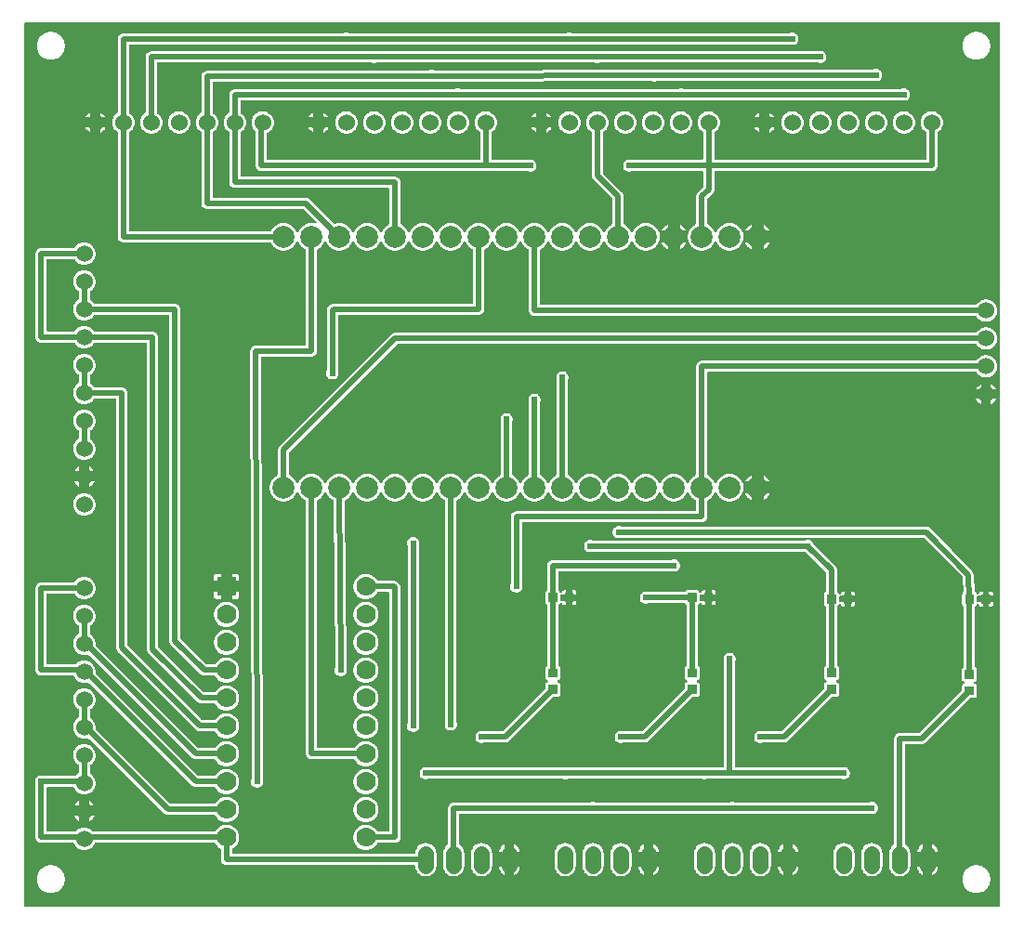
<source format=gtl>
G04 Layer: TopLayer*
G04 EasyEDA v6.4.25, 2021-11-04T19:40:49--3:00*
G04 bceacf3c99fb4bb2a8aa43b2ed6fd2bc,9d8cb5f435b04c98b99c45f15073e7be,10*
G04 Gerber Generator version 0.2*
G04 Scale: 100 percent, Rotated: No, Reflected: No *
G04 Dimensions in millimeters *
G04 leading zeros omitted , absolute positions ,4 integer and 5 decimal *
%FSLAX45Y45*%
%MOMM*%

%ADD10C,0.5000*%
%ADD11C,0.6096*%
%ADD12R,0.8640X0.8065*%
%ADD14C,1.7780*%
%ADD15R,1.7780X1.7780*%
%ADD16C,1.5240*%
%ADD17C,2.0000*%
%ADD18C,1.3995*%

%LPD*%
G36*
X4811268Y-266192D02*
G01*
X4807356Y-265430D01*
X4804105Y-263194D01*
X4801870Y-259943D01*
X4801108Y-256032D01*
X4801108Y7787131D01*
X4801870Y7791043D01*
X4804105Y7794294D01*
X4807356Y7796530D01*
X4811268Y7797292D01*
X13679932Y7797292D01*
X13683843Y7796530D01*
X13687094Y7794294D01*
X13689330Y7791043D01*
X13690092Y7787131D01*
X13690092Y-256032D01*
X13689330Y-259943D01*
X13687094Y-263194D01*
X13683843Y-265430D01*
X13679932Y-266192D01*
G37*

%LPC*%
G36*
X13474700Y7454392D02*
G01*
X13490092Y7455357D01*
X13505230Y7458100D01*
X13519912Y7462672D01*
X13533932Y7469022D01*
X13547140Y7476998D01*
X13559231Y7486497D01*
X13570102Y7497368D01*
X13579601Y7509459D01*
X13587577Y7522667D01*
X13593927Y7536688D01*
X13598499Y7551369D01*
X13601242Y7566507D01*
X13602207Y7581900D01*
X13601242Y7597292D01*
X13598499Y7612430D01*
X13593927Y7627112D01*
X13587577Y7641132D01*
X13579601Y7654340D01*
X13570102Y7666431D01*
X13559231Y7677302D01*
X13547140Y7686802D01*
X13533932Y7694777D01*
X13519912Y7701127D01*
X13505230Y7705699D01*
X13490092Y7708442D01*
X13474700Y7709408D01*
X13459307Y7708442D01*
X13444169Y7705699D01*
X13429488Y7701127D01*
X13415467Y7694777D01*
X13402259Y7686802D01*
X13390168Y7677302D01*
X13379297Y7666431D01*
X13369798Y7654340D01*
X13361822Y7641132D01*
X13355472Y7627112D01*
X13350900Y7612430D01*
X13348157Y7597292D01*
X13347192Y7581900D01*
X13348157Y7566507D01*
X13350900Y7551369D01*
X13355472Y7536688D01*
X13361822Y7522667D01*
X13369798Y7509459D01*
X13379297Y7497368D01*
X13390168Y7486497D01*
X13402259Y7476998D01*
X13415467Y7469022D01*
X13429488Y7462672D01*
X13444169Y7458100D01*
X13459307Y7455357D01*
G37*
G36*
X9721646Y13462D02*
G01*
X9734753Y13462D01*
X9747707Y15240D01*
X9760305Y18745D01*
X9772294Y23977D01*
X9783470Y30784D01*
X9793630Y39014D01*
X9802571Y48615D01*
X9810089Y59283D01*
X9816134Y70916D01*
X9820503Y83210D01*
X9823145Y96062D01*
X9824110Y109423D01*
X9824110Y220776D01*
X9823145Y234137D01*
X9820503Y246989D01*
X9816134Y259283D01*
X9810089Y270916D01*
X9802571Y281584D01*
X9793630Y291185D01*
X9783470Y299415D01*
X9772294Y306222D01*
X9760305Y311454D01*
X9747707Y314960D01*
X9734753Y316738D01*
X9721646Y316738D01*
X9708692Y314960D01*
X9696094Y311454D01*
X9684105Y306222D01*
X9672929Y299415D01*
X9662769Y291185D01*
X9653828Y281584D01*
X9646310Y270916D01*
X9640265Y259283D01*
X9635896Y246989D01*
X9633254Y234137D01*
X9632340Y220776D01*
X9632340Y109423D01*
X9633254Y96062D01*
X9635896Y83210D01*
X9640265Y70916D01*
X9646310Y59283D01*
X9653828Y48615D01*
X9662769Y39014D01*
X9672929Y30784D01*
X9684105Y23977D01*
X9696094Y18745D01*
X9708692Y15240D01*
G37*
G36*
X11245646Y13462D02*
G01*
X11258753Y13462D01*
X11271707Y15240D01*
X11284305Y18745D01*
X11296294Y23977D01*
X11307470Y30784D01*
X11317630Y39014D01*
X11326571Y48615D01*
X11334089Y59283D01*
X11340134Y70916D01*
X11344503Y83210D01*
X11347145Y96062D01*
X11348110Y109423D01*
X11348110Y220776D01*
X11347145Y234137D01*
X11344503Y246989D01*
X11340134Y259283D01*
X11334089Y270916D01*
X11326571Y281584D01*
X11317630Y291185D01*
X11307470Y299415D01*
X11296294Y306222D01*
X11284305Y311454D01*
X11271707Y314960D01*
X11258753Y316738D01*
X11245646Y316738D01*
X11232692Y314960D01*
X11220094Y311454D01*
X11208105Y306222D01*
X11196929Y299415D01*
X11186769Y291185D01*
X11177828Y281584D01*
X11170310Y270916D01*
X11164265Y259283D01*
X11159896Y246989D01*
X11157254Y234137D01*
X11156340Y220776D01*
X11156340Y109423D01*
X11157254Y96062D01*
X11159896Y83210D01*
X11164265Y70916D01*
X11170310Y59283D01*
X11177828Y48615D01*
X11186769Y39014D01*
X11196929Y30784D01*
X11208105Y23977D01*
X11220094Y18745D01*
X11232692Y15240D01*
G37*
G36*
X11499646Y13462D02*
G01*
X11512753Y13462D01*
X11525707Y15240D01*
X11538305Y18745D01*
X11550294Y23977D01*
X11561470Y30784D01*
X11571630Y39014D01*
X11580571Y48615D01*
X11588089Y59283D01*
X11594134Y70916D01*
X11598503Y83210D01*
X11601145Y96062D01*
X11602110Y109423D01*
X11602110Y220776D01*
X11601145Y234137D01*
X11598503Y246989D01*
X11594134Y259283D01*
X11588089Y270916D01*
X11580571Y281584D01*
X11571630Y291185D01*
X11561470Y299415D01*
X11550294Y306222D01*
X11538305Y311454D01*
X11525707Y314960D01*
X11512753Y316738D01*
X11499646Y316738D01*
X11486692Y314960D01*
X11474094Y311454D01*
X11462105Y306222D01*
X11450929Y299415D01*
X11440769Y291185D01*
X11431828Y281584D01*
X11424310Y270916D01*
X11418265Y259283D01*
X11413896Y246989D01*
X11411254Y234137D01*
X11410340Y220776D01*
X11410340Y109423D01*
X11411254Y96062D01*
X11413896Y83210D01*
X11418265Y70916D01*
X11424310Y59283D01*
X11431828Y48615D01*
X11440769Y39014D01*
X11450929Y30784D01*
X11462105Y23977D01*
X11474094Y18745D01*
X11486692Y15240D01*
G37*
G36*
X9975646Y13462D02*
G01*
X9988753Y13462D01*
X10001707Y15240D01*
X10014305Y18745D01*
X10026294Y23977D01*
X10037470Y30784D01*
X10047630Y39014D01*
X10056571Y48615D01*
X10064089Y59283D01*
X10070134Y70916D01*
X10074503Y83210D01*
X10077145Y96062D01*
X10078110Y109423D01*
X10078110Y220776D01*
X10077145Y234137D01*
X10074503Y246989D01*
X10070134Y259283D01*
X10064089Y270916D01*
X10056571Y281584D01*
X10047630Y291185D01*
X10037470Y299415D01*
X10026294Y306222D01*
X10014305Y311454D01*
X10001707Y314960D01*
X9988753Y316738D01*
X9975646Y316738D01*
X9962692Y314960D01*
X9950094Y311454D01*
X9938105Y306222D01*
X9926929Y299415D01*
X9916769Y291185D01*
X9907828Y281584D01*
X9900310Y270916D01*
X9894265Y259283D01*
X9889896Y246989D01*
X9887254Y234137D01*
X9886340Y220776D01*
X9886340Y109423D01*
X9887254Y96062D01*
X9889896Y83210D01*
X9894265Y70916D01*
X9900310Y59283D01*
X9907828Y48615D01*
X9916769Y39014D01*
X9926929Y30784D01*
X9938105Y23977D01*
X9950094Y18745D01*
X9962692Y15240D01*
G37*
G36*
X10229646Y13462D02*
G01*
X10242753Y13462D01*
X10255707Y15240D01*
X10268305Y18745D01*
X10280294Y23977D01*
X10291470Y30784D01*
X10301630Y39014D01*
X10310571Y48615D01*
X10318089Y59283D01*
X10324134Y70916D01*
X10328503Y83210D01*
X10331145Y96062D01*
X10332110Y109423D01*
X10332110Y220776D01*
X10331145Y234137D01*
X10328503Y246989D01*
X10324134Y259283D01*
X10318089Y270916D01*
X10310571Y281584D01*
X10301630Y291185D01*
X10291470Y299415D01*
X10280294Y306222D01*
X10268305Y311454D01*
X10255707Y314960D01*
X10242753Y316738D01*
X10229646Y316738D01*
X10216692Y314960D01*
X10204094Y311454D01*
X10192105Y306222D01*
X10180929Y299415D01*
X10170769Y291185D01*
X10161828Y281584D01*
X10154310Y270916D01*
X10148265Y259283D01*
X10143896Y246989D01*
X10141254Y234137D01*
X10140340Y220776D01*
X10140340Y109423D01*
X10141254Y96062D01*
X10143896Y83210D01*
X10148265Y70916D01*
X10154310Y59283D01*
X10161828Y48615D01*
X10170769Y39014D01*
X10180929Y30784D01*
X10192105Y23977D01*
X10204094Y18745D01*
X10216692Y15240D01*
G37*
G36*
X12261646Y13462D02*
G01*
X12274753Y13462D01*
X12287707Y15240D01*
X12300305Y18745D01*
X12312294Y23977D01*
X12323470Y30784D01*
X12333630Y39014D01*
X12342571Y48615D01*
X12350089Y59283D01*
X12356134Y70916D01*
X12360503Y83210D01*
X12363145Y96062D01*
X12364110Y109423D01*
X12364110Y220776D01*
X12363145Y234137D01*
X12360503Y246989D01*
X12356134Y259283D01*
X12350089Y270916D01*
X12342571Y281584D01*
X12333630Y291185D01*
X12323470Y299415D01*
X12312294Y306222D01*
X12300305Y311454D01*
X12287707Y314960D01*
X12274753Y316738D01*
X12261646Y316738D01*
X12248692Y314960D01*
X12236094Y311454D01*
X12224105Y306222D01*
X12212929Y299415D01*
X12202769Y291185D01*
X12193828Y281584D01*
X12186310Y270916D01*
X12180265Y259283D01*
X12175896Y246989D01*
X12173254Y234137D01*
X12172340Y220776D01*
X12172340Y109423D01*
X12173254Y96062D01*
X12175896Y83210D01*
X12180265Y70916D01*
X12186310Y59283D01*
X12193828Y48615D01*
X12202769Y39014D01*
X12212929Y30784D01*
X12224105Y23977D01*
X12236094Y18745D01*
X12248692Y15240D01*
G37*
G36*
X10991646Y13462D02*
G01*
X11004753Y13462D01*
X11017707Y15240D01*
X11030305Y18745D01*
X11042294Y23977D01*
X11053470Y30784D01*
X11063630Y39014D01*
X11072571Y48615D01*
X11080089Y59283D01*
X11086134Y70916D01*
X11090503Y83210D01*
X11093145Y96062D01*
X11094110Y109423D01*
X11094110Y220776D01*
X11093145Y234137D01*
X11090503Y246989D01*
X11086134Y259283D01*
X11080089Y270916D01*
X11072571Y281584D01*
X11063630Y291185D01*
X11053470Y299415D01*
X11042294Y306222D01*
X11030305Y311454D01*
X11017707Y314960D01*
X11004753Y316738D01*
X10991646Y316738D01*
X10978692Y314960D01*
X10966094Y311454D01*
X10954105Y306222D01*
X10942929Y299415D01*
X10932769Y291185D01*
X10923828Y281584D01*
X10916310Y270916D01*
X10910265Y259283D01*
X10905896Y246989D01*
X10903254Y234137D01*
X10902340Y220776D01*
X10902340Y109423D01*
X10903254Y96062D01*
X10905896Y83210D01*
X10910265Y70916D01*
X10916310Y59283D01*
X10923828Y48615D01*
X10932769Y39014D01*
X10942929Y30784D01*
X10954105Y23977D01*
X10966094Y18745D01*
X10978692Y15240D01*
G37*
G36*
X8959646Y13462D02*
G01*
X8972753Y13462D01*
X8985707Y15240D01*
X8998305Y18745D01*
X9010294Y23977D01*
X9021470Y30784D01*
X9031630Y39014D01*
X9040571Y48615D01*
X9048089Y59283D01*
X9054134Y70916D01*
X9058503Y83210D01*
X9061145Y96062D01*
X9062110Y109423D01*
X9062110Y220776D01*
X9061145Y234137D01*
X9058503Y246989D01*
X9054134Y259283D01*
X9048089Y270916D01*
X9040571Y281584D01*
X9031630Y291185D01*
X9021470Y299415D01*
X9010294Y306222D01*
X8998305Y311454D01*
X8985707Y314960D01*
X8972753Y316738D01*
X8959646Y316738D01*
X8946692Y314960D01*
X8934094Y311454D01*
X8922105Y306222D01*
X8910929Y299415D01*
X8900769Y291185D01*
X8891828Y281584D01*
X8884310Y270916D01*
X8878265Y259283D01*
X8873896Y246989D01*
X8871254Y234137D01*
X8870340Y220776D01*
X8870340Y109423D01*
X8871254Y96062D01*
X8873896Y83210D01*
X8878265Y70916D01*
X8884310Y59283D01*
X8891828Y48615D01*
X8900769Y39014D01*
X8910929Y30784D01*
X8922105Y23977D01*
X8934094Y18745D01*
X8946692Y15240D01*
G37*
G36*
X12515646Y13462D02*
G01*
X12528753Y13462D01*
X12541707Y15240D01*
X12554305Y18745D01*
X12566294Y23977D01*
X12577470Y30784D01*
X12587630Y39014D01*
X12596571Y48615D01*
X12604089Y59283D01*
X12610134Y70916D01*
X12614503Y83210D01*
X12617145Y96062D01*
X12618110Y109423D01*
X12618110Y220776D01*
X12617145Y234137D01*
X12614503Y246989D01*
X12610134Y259283D01*
X12604089Y270916D01*
X12596571Y281584D01*
X12587630Y291185D01*
X12577470Y299415D01*
X12566294Y306222D01*
X12554305Y311454D01*
X12541707Y314960D01*
X12528753Y316738D01*
X12515646Y316738D01*
X12502692Y314960D01*
X12490094Y311454D01*
X12478105Y306222D01*
X12466929Y299415D01*
X12456769Y291185D01*
X12447828Y281584D01*
X12440310Y270916D01*
X12434265Y259283D01*
X12429896Y246989D01*
X12427254Y234137D01*
X12426340Y220776D01*
X12426340Y109423D01*
X12427254Y96062D01*
X12429896Y83210D01*
X12434265Y70916D01*
X12440310Y59283D01*
X12447828Y48615D01*
X12456769Y39014D01*
X12466929Y30784D01*
X12478105Y23977D01*
X12490094Y18745D01*
X12502692Y15240D01*
G37*
G36*
X8705646Y13462D02*
G01*
X8718753Y13462D01*
X8731707Y15240D01*
X8744305Y18745D01*
X8756294Y23977D01*
X8767470Y30784D01*
X8777630Y39014D01*
X8786571Y48615D01*
X8794089Y59283D01*
X8800134Y70916D01*
X8804503Y83210D01*
X8807145Y96062D01*
X8808110Y109423D01*
X8808110Y220776D01*
X8807145Y234137D01*
X8804503Y246989D01*
X8800134Y259283D01*
X8794089Y270916D01*
X8786571Y281584D01*
X8777630Y291185D01*
X8766860Y299923D01*
X8764117Y303428D01*
X8763101Y307797D01*
X8763101Y573938D01*
X8763863Y577799D01*
X8766098Y581101D01*
X8769400Y583336D01*
X8773261Y584098D01*
X9956292Y584098D01*
X9960610Y583133D01*
X9962946Y582066D01*
X9972395Y579526D01*
X9982200Y578662D01*
X9992004Y579526D01*
X10001453Y582066D01*
X10003790Y583133D01*
X10008108Y584098D01*
X11226292Y584098D01*
X11230610Y583133D01*
X11232946Y582066D01*
X11242395Y579526D01*
X11252200Y578662D01*
X11262004Y579526D01*
X11271453Y582066D01*
X11273790Y583133D01*
X11278108Y584098D01*
X12496292Y584098D01*
X12500610Y583133D01*
X12502946Y582066D01*
X12512395Y579526D01*
X12522200Y578662D01*
X12532004Y579526D01*
X12541453Y582066D01*
X12550394Y586181D01*
X12558420Y591820D01*
X12565380Y598779D01*
X12571018Y606806D01*
X12575133Y615746D01*
X12577673Y625195D01*
X12578537Y635000D01*
X12577673Y644804D01*
X12575133Y654253D01*
X12571018Y663194D01*
X12565380Y671220D01*
X12558420Y678180D01*
X12550394Y683818D01*
X12541453Y687933D01*
X12532004Y690473D01*
X12522200Y691337D01*
X12512395Y690473D01*
X12502946Y687933D01*
X12500610Y686866D01*
X12496292Y685901D01*
X11278108Y685901D01*
X11273790Y686866D01*
X11271453Y687933D01*
X11262004Y690473D01*
X11252200Y691337D01*
X11242395Y690473D01*
X11232946Y687933D01*
X11230610Y686866D01*
X11226292Y685901D01*
X10008108Y685901D01*
X10003790Y686866D01*
X10001453Y687933D01*
X9992004Y690473D01*
X9982200Y691337D01*
X9972395Y690473D01*
X9962946Y687933D01*
X9960610Y686866D01*
X9956292Y685901D01*
X8712657Y685901D01*
X8703360Y685088D01*
X8694826Y682802D01*
X8686749Y679043D01*
X8679484Y673963D01*
X8673236Y667715D01*
X8668156Y660450D01*
X8664397Y652373D01*
X8662111Y643839D01*
X8661298Y634542D01*
X8661298Y307797D01*
X8660282Y303428D01*
X8657539Y299923D01*
X8646769Y291185D01*
X8637828Y281584D01*
X8630310Y270916D01*
X8624265Y259283D01*
X8619896Y246989D01*
X8617254Y234137D01*
X8616340Y220776D01*
X8616340Y109423D01*
X8617254Y96062D01*
X8619896Y83210D01*
X8624265Y70916D01*
X8630310Y59283D01*
X8637828Y48615D01*
X8646769Y39014D01*
X8656929Y30784D01*
X8668105Y23977D01*
X8680094Y18745D01*
X8692692Y15240D01*
G37*
G36*
X8451646Y13462D02*
G01*
X8464753Y13462D01*
X8477707Y15240D01*
X8490305Y18745D01*
X8502294Y23977D01*
X8513470Y30784D01*
X8523630Y39014D01*
X8532571Y48615D01*
X8540089Y59283D01*
X8546134Y70916D01*
X8550503Y83210D01*
X8553145Y96062D01*
X8554110Y109423D01*
X8554110Y220776D01*
X8553145Y234137D01*
X8550503Y246989D01*
X8546134Y259283D01*
X8540089Y270916D01*
X8532571Y281584D01*
X8523630Y291185D01*
X8513470Y299415D01*
X8502294Y306222D01*
X8490305Y311454D01*
X8477707Y314960D01*
X8464753Y316738D01*
X8451646Y316738D01*
X8438692Y314960D01*
X8426094Y311454D01*
X8414105Y306222D01*
X8402929Y299415D01*
X8392769Y291185D01*
X8383828Y281584D01*
X8376310Y270916D01*
X8370265Y259283D01*
X8365896Y246989D01*
X8363254Y234137D01*
X8362645Y225450D01*
X8361680Y221792D01*
X8359444Y218744D01*
X8356244Y216712D01*
X8352485Y216001D01*
X6703161Y216001D01*
X6699300Y216763D01*
X6695998Y218998D01*
X6693763Y222300D01*
X6693001Y226161D01*
X6693001Y259537D01*
X6693662Y263093D01*
X6695490Y266192D01*
X6698284Y268427D01*
X6703618Y271373D01*
X6715252Y279857D01*
X6725767Y289712D01*
X6734962Y300837D01*
X6742684Y312978D01*
X6748830Y326034D01*
X6753301Y339750D01*
X6755993Y353923D01*
X6756908Y368300D01*
X6755993Y382676D01*
X6753301Y396849D01*
X6748830Y410565D01*
X6742684Y423621D01*
X6734962Y435762D01*
X6725767Y446887D01*
X6715252Y456742D01*
X6703618Y465226D01*
X6690969Y472185D01*
X6677558Y477469D01*
X6663588Y481076D01*
X6649313Y482854D01*
X6634886Y482854D01*
X6620611Y481076D01*
X6606641Y477469D01*
X6593230Y472185D01*
X6580581Y465226D01*
X6568948Y456742D01*
X6558432Y446887D01*
X6549237Y435762D01*
X6541719Y423926D01*
X6539433Y421385D01*
X6536486Y419760D01*
X6533134Y419201D01*
X5431028Y419201D01*
X5426760Y420166D01*
X5423255Y422808D01*
X5420106Y426567D01*
X5409946Y435711D01*
X5398719Y443433D01*
X5386578Y449580D01*
X5373674Y454050D01*
X5360314Y456793D01*
X5346700Y457708D01*
X5333085Y456793D01*
X5319725Y454050D01*
X5306822Y449580D01*
X5294680Y443433D01*
X5283454Y435711D01*
X5273294Y426567D01*
X5270144Y422808D01*
X5266639Y420166D01*
X5262372Y419201D01*
X5014061Y419201D01*
X5010200Y419963D01*
X5006898Y422198D01*
X5004663Y425500D01*
X5003901Y429361D01*
X5003901Y815238D01*
X5004663Y819099D01*
X5006898Y822401D01*
X5010200Y824636D01*
X5014061Y825398D01*
X5245455Y825398D01*
X5249011Y824737D01*
X5252110Y822909D01*
X5254396Y820115D01*
X5260644Y808685D01*
X5268722Y797712D01*
X5278221Y787908D01*
X5288940Y779424D01*
X5300675Y772464D01*
X5313222Y767181D01*
X5326380Y763574D01*
X5339892Y761746D01*
X5353507Y761746D01*
X5367020Y763574D01*
X5380177Y767181D01*
X5392724Y772464D01*
X5404459Y779424D01*
X5415178Y787908D01*
X5424678Y797712D01*
X5432755Y808685D01*
X5439308Y820623D01*
X5444185Y833374D01*
X5447385Y846632D01*
X5448706Y860196D01*
X5448249Y873810D01*
X5446014Y887272D01*
X5441950Y900277D01*
X5436209Y912672D01*
X5428894Y924153D01*
X5420106Y934567D01*
X5409946Y943711D01*
X5402021Y949198D01*
X5399633Y951433D01*
X5398109Y954328D01*
X5397601Y957529D01*
X5397601Y1023569D01*
X5398211Y1027023D01*
X5399938Y1030071D01*
X5402580Y1032306D01*
X5404459Y1033424D01*
X5415178Y1041908D01*
X5424678Y1051712D01*
X5432755Y1062685D01*
X5439308Y1074623D01*
X5444185Y1087374D01*
X5447385Y1100632D01*
X5448706Y1114196D01*
X5448249Y1127810D01*
X5446014Y1141272D01*
X5441950Y1154277D01*
X5436209Y1166672D01*
X5428894Y1178153D01*
X5420106Y1188567D01*
X5409946Y1197711D01*
X5398719Y1205433D01*
X5386578Y1211580D01*
X5373674Y1216050D01*
X5360314Y1218793D01*
X5346700Y1219708D01*
X5333085Y1218793D01*
X5319725Y1216050D01*
X5306822Y1211580D01*
X5294680Y1205433D01*
X5283454Y1197711D01*
X5273294Y1188567D01*
X5264505Y1178153D01*
X5257190Y1166672D01*
X5251450Y1154277D01*
X5247386Y1141272D01*
X5245150Y1127810D01*
X5244693Y1114196D01*
X5246014Y1100632D01*
X5249214Y1087374D01*
X5254091Y1074623D01*
X5260644Y1062685D01*
X5268722Y1051712D01*
X5278221Y1041908D01*
X5288940Y1033424D01*
X5290820Y1032306D01*
X5293461Y1030071D01*
X5295188Y1027023D01*
X5295798Y1023569D01*
X5295798Y957529D01*
X5295290Y954328D01*
X5293766Y951433D01*
X5291378Y949198D01*
X5283454Y943711D01*
X5273294Y934567D01*
X5270144Y930808D01*
X5266639Y928166D01*
X5262372Y927201D01*
X4978908Y927201D01*
X4974590Y928166D01*
X4972253Y929233D01*
X4962804Y931773D01*
X4953000Y932637D01*
X4943195Y931773D01*
X4933746Y929233D01*
X4924806Y925118D01*
X4916779Y919480D01*
X4909820Y912520D01*
X4904181Y904494D01*
X4900066Y895553D01*
X4897526Y886104D01*
X4896662Y876300D01*
X4897526Y866495D01*
X4900066Y857046D01*
X4901133Y854710D01*
X4902098Y850392D01*
X4902098Y368757D01*
X4902911Y359460D01*
X4905197Y350926D01*
X4908956Y342849D01*
X4914036Y335584D01*
X4920284Y329336D01*
X4927549Y324256D01*
X4935626Y320497D01*
X4944160Y318211D01*
X4953457Y317398D01*
X5245455Y317398D01*
X5249011Y316738D01*
X5252110Y314909D01*
X5254396Y312115D01*
X5260644Y300685D01*
X5268722Y289712D01*
X5278221Y279908D01*
X5288940Y271424D01*
X5300675Y264464D01*
X5313222Y259181D01*
X5326380Y255574D01*
X5339892Y253746D01*
X5353507Y253746D01*
X5367020Y255574D01*
X5380177Y259181D01*
X5392724Y264464D01*
X5404459Y271424D01*
X5415178Y279908D01*
X5424678Y289712D01*
X5432755Y300685D01*
X5439003Y312115D01*
X5441289Y314909D01*
X5444388Y316738D01*
X5447944Y317398D01*
X6533134Y317398D01*
X6536486Y316839D01*
X6539433Y315214D01*
X6541719Y312674D01*
X6549237Y300837D01*
X6558432Y289712D01*
X6568948Y279857D01*
X6580581Y271373D01*
X6585915Y268427D01*
X6588709Y266192D01*
X6590538Y263093D01*
X6591198Y259537D01*
X6591198Y165557D01*
X6592011Y156260D01*
X6594297Y147726D01*
X6598056Y139649D01*
X6603136Y132384D01*
X6609384Y126136D01*
X6616649Y121056D01*
X6624726Y117297D01*
X6633260Y115011D01*
X6642557Y114198D01*
X8352485Y114198D01*
X8356244Y113487D01*
X8359444Y111455D01*
X8361680Y108407D01*
X8362645Y104749D01*
X8363254Y96062D01*
X8365896Y83210D01*
X8370265Y70916D01*
X8376310Y59283D01*
X8383828Y48615D01*
X8392769Y39014D01*
X8402929Y30784D01*
X8414105Y23977D01*
X8426094Y18745D01*
X8438692Y15240D01*
G37*
G36*
X12769646Y13462D02*
G01*
X12782753Y13462D01*
X12795707Y15240D01*
X12808305Y18745D01*
X12820294Y23977D01*
X12831470Y30784D01*
X12841630Y39014D01*
X12850571Y48615D01*
X12858089Y59283D01*
X12864134Y70916D01*
X12868503Y83210D01*
X12871145Y96062D01*
X12872110Y109423D01*
X12872110Y220776D01*
X12871145Y234137D01*
X12868503Y246989D01*
X12864134Y259283D01*
X12858089Y270916D01*
X12850571Y281584D01*
X12841630Y291185D01*
X12830860Y299923D01*
X12828117Y303428D01*
X12827101Y307797D01*
X12827101Y1208938D01*
X12827863Y1212799D01*
X12830098Y1216101D01*
X12833400Y1218336D01*
X12837261Y1219098D01*
X12978333Y1219098D01*
X12982956Y1219301D01*
X12987375Y1219860D01*
X12991693Y1220825D01*
X12995960Y1222146D01*
X13000024Y1223873D01*
X13003987Y1225905D01*
X13007746Y1228293D01*
X13011251Y1230985D01*
X13014706Y1234135D01*
X13413994Y1633474D01*
X13417296Y1635658D01*
X13421207Y1636420D01*
X13453821Y1636420D01*
X13460171Y1637131D01*
X13465606Y1639062D01*
X13470534Y1642160D01*
X13474598Y1646224D01*
X13477697Y1651152D01*
X13479576Y1656588D01*
X13480288Y1662938D01*
X13480288Y1742439D01*
X13479576Y1748739D01*
X13477697Y1754225D01*
X13474598Y1759102D01*
X13470534Y1763217D01*
X13465606Y1766265D01*
X13459561Y1768398D01*
X13456005Y1770532D01*
X13453567Y1773936D01*
X13452754Y1778000D01*
X13453567Y1782064D01*
X13456005Y1785467D01*
X13459561Y1787601D01*
X13465606Y1789734D01*
X13470534Y1792782D01*
X13474598Y1796897D01*
X13477697Y1801774D01*
X13479576Y1807260D01*
X13480288Y1813560D01*
X13480288Y1893062D01*
X13479576Y1899412D01*
X13477697Y1904847D01*
X13474598Y1909775D01*
X13470534Y1913839D01*
X13466927Y1916074D01*
X13464387Y1918360D01*
X13462762Y1921357D01*
X13462203Y1924710D01*
X13462812Y2467406D01*
X13463371Y2470759D01*
X13464997Y2473706D01*
X13468502Y2476601D01*
X13472617Y2480665D01*
X13475665Y2485593D01*
X13477798Y2491638D01*
X13479932Y2495194D01*
X13483336Y2497632D01*
X13487400Y2498445D01*
X13491463Y2497632D01*
X13494867Y2495194D01*
X13497001Y2491638D01*
X13499134Y2485593D01*
X13502182Y2480665D01*
X13506297Y2476601D01*
X13511174Y2473502D01*
X13516660Y2471623D01*
X13522960Y2470912D01*
X13536218Y2470912D01*
X13536218Y2512060D01*
X13488466Y2512060D01*
X13484555Y2512822D01*
X13481304Y2515006D01*
X13479068Y2518308D01*
X13478306Y2522220D01*
X13478306Y2557780D01*
X13479068Y2561691D01*
X13481304Y2564993D01*
X13484555Y2567178D01*
X13488466Y2567940D01*
X13536218Y2567940D01*
X13536218Y2609088D01*
X13522960Y2609088D01*
X13516660Y2608376D01*
X13511174Y2606497D01*
X13506297Y2603398D01*
X13502182Y2599334D01*
X13499134Y2594406D01*
X13497001Y2588361D01*
X13494867Y2584805D01*
X13491463Y2582367D01*
X13487400Y2581554D01*
X13483336Y2582367D01*
X13479932Y2584805D01*
X13477798Y2588361D01*
X13475665Y2594406D01*
X13472617Y2599334D01*
X13468502Y2603398D01*
X13463117Y2606802D01*
X13460730Y2608884D01*
X13459053Y2611628D01*
X13458393Y2614777D01*
X13449350Y2758643D01*
X13447928Y2767838D01*
X13445134Y2776270D01*
X13440867Y2784043D01*
X13435076Y2791307D01*
X13060934Y3184499D01*
X13056463Y3188665D01*
X13054177Y3190494D01*
X13049199Y3193745D01*
X13046608Y3195116D01*
X13041121Y3197453D01*
X13038378Y3198368D01*
X13032587Y3199739D01*
X13029692Y3200146D01*
X13023545Y3200501D01*
X10243058Y3200501D01*
X10238740Y3201466D01*
X10236403Y3202533D01*
X10226954Y3205073D01*
X10217150Y3205937D01*
X10207345Y3205073D01*
X10197896Y3202533D01*
X10188956Y3198418D01*
X10180929Y3192780D01*
X10173970Y3185820D01*
X10168331Y3177794D01*
X10164216Y3168853D01*
X10161676Y3159404D01*
X10160812Y3149600D01*
X10161676Y3139795D01*
X10164216Y3130346D01*
X10168331Y3121406D01*
X10173970Y3113379D01*
X10180929Y3106420D01*
X10188956Y3100781D01*
X10197896Y3096666D01*
X10207345Y3094126D01*
X10211003Y3093770D01*
X10215168Y3092450D01*
X10217150Y3090672D01*
X10219131Y3092450D01*
X10223296Y3093770D01*
X10226954Y3094126D01*
X10236403Y3096666D01*
X10238740Y3097733D01*
X10243058Y3098698D01*
X11930938Y3098698D01*
X11935256Y3097733D01*
X11938000Y3095650D01*
X11940743Y3097733D01*
X11945061Y3098698D01*
X12997688Y3098698D01*
X13001650Y3097885D01*
X13005003Y3095548D01*
X13346328Y2736900D01*
X13348258Y2733954D01*
X13349071Y2730550D01*
X13356691Y2609342D01*
X13356082Y2605125D01*
X13353745Y2601518D01*
X13351560Y2599334D01*
X13348462Y2594406D01*
X13346531Y2588971D01*
X13345820Y2582621D01*
X13345820Y2497378D01*
X13346531Y2491028D01*
X13348462Y2485593D01*
X13351560Y2480665D01*
X13358774Y2473960D01*
X13360400Y2470962D01*
X13360958Y2467610D01*
X13360349Y1924812D01*
X13359790Y1921459D01*
X13358164Y1918462D01*
X13355624Y1916175D01*
X13351865Y1913839D01*
X13347801Y1909775D01*
X13344702Y1904847D01*
X13342823Y1899412D01*
X13342112Y1893062D01*
X13342112Y1813560D01*
X13342823Y1807260D01*
X13344702Y1801774D01*
X13347801Y1796897D01*
X13351865Y1792782D01*
X13356793Y1789734D01*
X13362838Y1787601D01*
X13366394Y1785467D01*
X13368832Y1782064D01*
X13369645Y1778000D01*
X13368832Y1773936D01*
X13366394Y1770532D01*
X13362838Y1768398D01*
X13356793Y1766265D01*
X13351865Y1763217D01*
X13347801Y1759102D01*
X13344702Y1754225D01*
X13342823Y1748739D01*
X13342112Y1742439D01*
X13342112Y1709775D01*
X13341299Y1705864D01*
X13339114Y1702562D01*
X12960400Y1323898D01*
X12957149Y1321663D01*
X12953238Y1320901D01*
X12776657Y1320901D01*
X12767360Y1320088D01*
X12758826Y1317802D01*
X12750749Y1314043D01*
X12743484Y1308963D01*
X12737236Y1302715D01*
X12732156Y1295450D01*
X12728397Y1287373D01*
X12726111Y1278839D01*
X12725298Y1269542D01*
X12725298Y307797D01*
X12724282Y303428D01*
X12721539Y299923D01*
X12710769Y291185D01*
X12701828Y281584D01*
X12694310Y270916D01*
X12688265Y259283D01*
X12683896Y246989D01*
X12681254Y234137D01*
X12680340Y220776D01*
X12680340Y109423D01*
X12681254Y96062D01*
X12683896Y83210D01*
X12688265Y70916D01*
X12694310Y59283D01*
X12701828Y48615D01*
X12710769Y39014D01*
X12720929Y30784D01*
X12732105Y23977D01*
X12744094Y18745D01*
X12756692Y15240D01*
G37*
G36*
X11718848Y22758D02*
G01*
X11718848Y95758D01*
X11665305Y95758D01*
X11667896Y83210D01*
X11672265Y70916D01*
X11678310Y59283D01*
X11685828Y48615D01*
X11694769Y39014D01*
X11704929Y30784D01*
X11716105Y23977D01*
G37*
G36*
X9261551Y22758D02*
G01*
X9264294Y23977D01*
X9275470Y30784D01*
X9285630Y39014D01*
X9294571Y48615D01*
X9302089Y59283D01*
X9308134Y70916D01*
X9312503Y83210D01*
X9315094Y95758D01*
X9261551Y95758D01*
G37*
G36*
X10531551Y22758D02*
G01*
X10534294Y23977D01*
X10545470Y30784D01*
X10555630Y39014D01*
X10564571Y48615D01*
X10572089Y59283D01*
X10578134Y70916D01*
X10582503Y83210D01*
X10585094Y95758D01*
X10531551Y95758D01*
G37*
G36*
X10448848Y22758D02*
G01*
X10448848Y95758D01*
X10395305Y95758D01*
X10397896Y83210D01*
X10402265Y70916D01*
X10408310Y59283D01*
X10415828Y48615D01*
X10424769Y39014D01*
X10434929Y30784D01*
X10446105Y23977D01*
G37*
G36*
X9178848Y22758D02*
G01*
X9178848Y95758D01*
X9125305Y95758D01*
X9127896Y83210D01*
X9132265Y70916D01*
X9138310Y59283D01*
X9145828Y48615D01*
X9154769Y39014D01*
X9164929Y30784D01*
X9176105Y23977D01*
G37*
G36*
X13071551Y22758D02*
G01*
X13074294Y23977D01*
X13085470Y30784D01*
X13095630Y39014D01*
X13104571Y48615D01*
X13112089Y59283D01*
X13118134Y70916D01*
X13122503Y83210D01*
X13125094Y95758D01*
X13071551Y95758D01*
G37*
G36*
X12988848Y22758D02*
G01*
X12988848Y95758D01*
X12935305Y95758D01*
X12937896Y83210D01*
X12942265Y70916D01*
X12948310Y59283D01*
X12955828Y48615D01*
X12964769Y39014D01*
X12974929Y30784D01*
X12986105Y23977D01*
G37*
G36*
X11801551Y22758D02*
G01*
X11804294Y23977D01*
X11815470Y30784D01*
X11825630Y39014D01*
X11834571Y48615D01*
X11842089Y59283D01*
X11848134Y70916D01*
X11852503Y83210D01*
X11855094Y95758D01*
X11801551Y95758D01*
G37*
G36*
X11665305Y234442D02*
G01*
X11718848Y234442D01*
X11718848Y307441D01*
X11716105Y306222D01*
X11704929Y299415D01*
X11694769Y291185D01*
X11685828Y281584D01*
X11678310Y270916D01*
X11672265Y259283D01*
X11667896Y246989D01*
G37*
G36*
X10531551Y234442D02*
G01*
X10585094Y234442D01*
X10582503Y246989D01*
X10578134Y259283D01*
X10572089Y270916D01*
X10564571Y281584D01*
X10555630Y291185D01*
X10545470Y299415D01*
X10534294Y306222D01*
X10531551Y307441D01*
G37*
G36*
X9261551Y234442D02*
G01*
X9315094Y234442D01*
X9312503Y246989D01*
X9308134Y259283D01*
X9302089Y270916D01*
X9294571Y281584D01*
X9285630Y291185D01*
X9275470Y299415D01*
X9264294Y306222D01*
X9261551Y307441D01*
G37*
G36*
X9125305Y234442D02*
G01*
X9178848Y234442D01*
X9178848Y307441D01*
X9176105Y306222D01*
X9164929Y299415D01*
X9154769Y291185D01*
X9145828Y281584D01*
X9138310Y270916D01*
X9132265Y259283D01*
X9127896Y246989D01*
G37*
G36*
X11801551Y234442D02*
G01*
X11855094Y234442D01*
X11852503Y246989D01*
X11848134Y259283D01*
X11842089Y270916D01*
X11834571Y281584D01*
X11825630Y291185D01*
X11815470Y299415D01*
X11804294Y306222D01*
X11801551Y307441D01*
G37*
G36*
X12935305Y234442D02*
G01*
X12988848Y234442D01*
X12988848Y307441D01*
X12986105Y306222D01*
X12974929Y299415D01*
X12964769Y291185D01*
X12955828Y281584D01*
X12948310Y270916D01*
X12942265Y259283D01*
X12937896Y246989D01*
G37*
G36*
X10395305Y234442D02*
G01*
X10448848Y234442D01*
X10448848Y307441D01*
X10446105Y306222D01*
X10434929Y299415D01*
X10424769Y291185D01*
X10415828Y281584D01*
X10408310Y270916D01*
X10402265Y259283D01*
X10397896Y246989D01*
G37*
G36*
X13071551Y234442D02*
G01*
X13125094Y234442D01*
X13122503Y246989D01*
X13118134Y259283D01*
X13112089Y270916D01*
X13104571Y281584D01*
X13095630Y291185D01*
X13085470Y299415D01*
X13074294Y306222D01*
X13071551Y307441D01*
G37*
G36*
X7904886Y253746D02*
G01*
X7919313Y253746D01*
X7933588Y255524D01*
X7947558Y259130D01*
X7960969Y264414D01*
X7973618Y271373D01*
X7985252Y279857D01*
X7995767Y289712D01*
X8004962Y300837D01*
X8012480Y312674D01*
X8014766Y315214D01*
X8017713Y316839D01*
X8021066Y317398D01*
X8178342Y317398D01*
X8187639Y318211D01*
X8196173Y320497D01*
X8204250Y324256D01*
X8211515Y329336D01*
X8217763Y335584D01*
X8222843Y342849D01*
X8226602Y350926D01*
X8228888Y359460D01*
X8229701Y368757D01*
X8229701Y2641396D01*
X8229498Y2646019D01*
X8228939Y2650439D01*
X8227974Y2654757D01*
X8226653Y2659024D01*
X8224926Y2663088D01*
X8222894Y2667050D01*
X8220506Y2670810D01*
X8217814Y2674315D01*
X8214664Y2677769D01*
X8202269Y2690164D01*
X8198815Y2693314D01*
X8195309Y2696006D01*
X8191550Y2698394D01*
X8187588Y2700426D01*
X8183524Y2702153D01*
X8179257Y2703474D01*
X8174939Y2704439D01*
X8170519Y2704998D01*
X8165896Y2705201D01*
X8021066Y2705201D01*
X8017713Y2705760D01*
X8014766Y2707386D01*
X8012480Y2709926D01*
X8004962Y2721762D01*
X7995767Y2732887D01*
X7985252Y2742742D01*
X7973618Y2751226D01*
X7960969Y2758186D01*
X7947558Y2763469D01*
X7933588Y2767076D01*
X7919313Y2768854D01*
X7904886Y2768854D01*
X7890611Y2767076D01*
X7876641Y2763469D01*
X7863230Y2758186D01*
X7850581Y2751226D01*
X7838948Y2742742D01*
X7828432Y2732887D01*
X7819237Y2721762D01*
X7811516Y2709621D01*
X7805369Y2696565D01*
X7800898Y2682849D01*
X7798206Y2668676D01*
X7797292Y2654300D01*
X7798206Y2639923D01*
X7800898Y2625750D01*
X7805369Y2612034D01*
X7811516Y2598978D01*
X7819237Y2586837D01*
X7828432Y2575712D01*
X7838948Y2565857D01*
X7850581Y2557373D01*
X7863230Y2550414D01*
X7876641Y2545130D01*
X7890611Y2541524D01*
X7904886Y2539746D01*
X7919313Y2539746D01*
X7933588Y2541524D01*
X7947558Y2545130D01*
X7960969Y2550414D01*
X7973618Y2557373D01*
X7985252Y2565857D01*
X7995767Y2575712D01*
X8004962Y2586837D01*
X8012480Y2598674D01*
X8014766Y2601214D01*
X8017713Y2602839D01*
X8021066Y2603398D01*
X8117738Y2603398D01*
X8121599Y2602636D01*
X8124901Y2600401D01*
X8127136Y2597099D01*
X8127898Y2593238D01*
X8127898Y429361D01*
X8127136Y425500D01*
X8124901Y422198D01*
X8121599Y419963D01*
X8117738Y419201D01*
X8021066Y419201D01*
X8017713Y419760D01*
X8014766Y421385D01*
X8012480Y423926D01*
X8004962Y435762D01*
X7995767Y446887D01*
X7985252Y456742D01*
X7973618Y465226D01*
X7960969Y472185D01*
X7947558Y477469D01*
X7933588Y481076D01*
X7919313Y482854D01*
X7904886Y482854D01*
X7890611Y481076D01*
X7876641Y477469D01*
X7863230Y472185D01*
X7850581Y465226D01*
X7838948Y456742D01*
X7828432Y446887D01*
X7819237Y435762D01*
X7811516Y423621D01*
X7805369Y410565D01*
X7800898Y396849D01*
X7798206Y382676D01*
X7797292Y368300D01*
X7798206Y353923D01*
X7800898Y339750D01*
X7805369Y326034D01*
X7811516Y312978D01*
X7819237Y300837D01*
X7828432Y289712D01*
X7838948Y279857D01*
X7850581Y271373D01*
X7863230Y264414D01*
X7876641Y259130D01*
X7890611Y255524D01*
G37*
G36*
X7904886Y507746D02*
G01*
X7919313Y507746D01*
X7933588Y509524D01*
X7947558Y513130D01*
X7960969Y518414D01*
X7973618Y525373D01*
X7985252Y533857D01*
X7995767Y543712D01*
X8004962Y554837D01*
X8012684Y566978D01*
X8018830Y580034D01*
X8023301Y593750D01*
X8025993Y607923D01*
X8026908Y622300D01*
X8025993Y636676D01*
X8023301Y650849D01*
X8018830Y664565D01*
X8012684Y677621D01*
X8004962Y689762D01*
X7995767Y700887D01*
X7985252Y710742D01*
X7973618Y719226D01*
X7960969Y726186D01*
X7947558Y731469D01*
X7933588Y735076D01*
X7919313Y736854D01*
X7904886Y736854D01*
X7890611Y735076D01*
X7876641Y731469D01*
X7863230Y726186D01*
X7850581Y719226D01*
X7838948Y710742D01*
X7828432Y700887D01*
X7819237Y689762D01*
X7811516Y677621D01*
X7805369Y664565D01*
X7800898Y650849D01*
X7798206Y636676D01*
X7797292Y622300D01*
X7798206Y607923D01*
X7800898Y593750D01*
X7805369Y580034D01*
X7811516Y566978D01*
X7819237Y554837D01*
X7828432Y543712D01*
X7838948Y533857D01*
X7850581Y525373D01*
X7863230Y518414D01*
X7876641Y513130D01*
X7890611Y509524D01*
G37*
G36*
X6634886Y507746D02*
G01*
X6649313Y507746D01*
X6663588Y509524D01*
X6677558Y513130D01*
X6690969Y518414D01*
X6703618Y525373D01*
X6715252Y533857D01*
X6725767Y543712D01*
X6734962Y554837D01*
X6742684Y566978D01*
X6748830Y580034D01*
X6753301Y593750D01*
X6755993Y607923D01*
X6756908Y622300D01*
X6755993Y636676D01*
X6753301Y650849D01*
X6748830Y664565D01*
X6742684Y677621D01*
X6734962Y689762D01*
X6725767Y700887D01*
X6715252Y710742D01*
X6703618Y719226D01*
X6690969Y726186D01*
X6677558Y731469D01*
X6663588Y735076D01*
X6649313Y736854D01*
X6634886Y736854D01*
X6620611Y735076D01*
X6606641Y731469D01*
X6593230Y726186D01*
X6580581Y719226D01*
X6568948Y710742D01*
X6558432Y700887D01*
X6549237Y689762D01*
X6541719Y677926D01*
X6539433Y675386D01*
X6536486Y673760D01*
X6533134Y673201D01*
X6133998Y673201D01*
X6130086Y673963D01*
X6126835Y676198D01*
X5450840Y1352143D01*
X5448452Y1355902D01*
X5447944Y1360322D01*
X5448706Y1368196D01*
X5448249Y1381810D01*
X5446014Y1395272D01*
X5441950Y1408277D01*
X5436209Y1420672D01*
X5428894Y1432153D01*
X5420106Y1442567D01*
X5409946Y1451711D01*
X5402021Y1457198D01*
X5399633Y1459433D01*
X5398109Y1462328D01*
X5397601Y1465529D01*
X5397601Y1531569D01*
X5398211Y1535023D01*
X5399938Y1538071D01*
X5402580Y1540306D01*
X5404459Y1541424D01*
X5415178Y1549908D01*
X5424678Y1559712D01*
X5432755Y1570685D01*
X5439308Y1582623D01*
X5444185Y1595374D01*
X5447385Y1608632D01*
X5448706Y1622196D01*
X5448249Y1635810D01*
X5446014Y1649272D01*
X5441950Y1662277D01*
X5436209Y1674672D01*
X5428894Y1686153D01*
X5420106Y1696567D01*
X5409946Y1705711D01*
X5398719Y1713433D01*
X5386578Y1719580D01*
X5373674Y1724050D01*
X5360314Y1726793D01*
X5346700Y1727707D01*
X5333085Y1726793D01*
X5319725Y1724050D01*
X5306822Y1719580D01*
X5294680Y1713433D01*
X5283454Y1705711D01*
X5273294Y1696567D01*
X5264505Y1686153D01*
X5257190Y1674672D01*
X5251450Y1662277D01*
X5247386Y1649272D01*
X5245150Y1635810D01*
X5244693Y1622196D01*
X5246014Y1608632D01*
X5249214Y1595374D01*
X5254091Y1582623D01*
X5260644Y1570685D01*
X5268722Y1559712D01*
X5278221Y1549908D01*
X5288940Y1541424D01*
X5290820Y1540306D01*
X5293461Y1538071D01*
X5295188Y1535023D01*
X5295798Y1531569D01*
X5295798Y1465529D01*
X5295290Y1462328D01*
X5293766Y1459433D01*
X5291378Y1457198D01*
X5283454Y1451711D01*
X5273294Y1442567D01*
X5264505Y1432153D01*
X5257190Y1420672D01*
X5251450Y1408277D01*
X5247386Y1395272D01*
X5245150Y1381810D01*
X5244693Y1368196D01*
X5246014Y1354632D01*
X5249214Y1341374D01*
X5254091Y1328623D01*
X5260644Y1316685D01*
X5268722Y1305712D01*
X5278221Y1295908D01*
X5288940Y1287424D01*
X5300675Y1280464D01*
X5313222Y1275181D01*
X5326380Y1271574D01*
X5339892Y1269746D01*
X5353507Y1269746D01*
X5367020Y1271574D01*
X5377383Y1274368D01*
X5380888Y1274724D01*
X5384342Y1273810D01*
X5387238Y1271778D01*
X6072530Y586435D01*
X6075984Y583285D01*
X6079490Y580593D01*
X6083249Y578205D01*
X6087211Y576173D01*
X6091275Y574446D01*
X6095542Y573125D01*
X6099860Y572160D01*
X6104280Y571601D01*
X6108903Y571398D01*
X6533134Y571398D01*
X6536486Y570839D01*
X6539433Y569214D01*
X6541719Y566674D01*
X6549237Y554837D01*
X6558432Y543712D01*
X6568948Y533857D01*
X6580581Y525373D01*
X6593230Y518414D01*
X6606641Y513130D01*
X6620611Y509524D01*
G37*
G36*
X5391150Y517804D02*
G01*
X5392724Y518464D01*
X5404459Y525424D01*
X5415178Y533908D01*
X5424678Y543712D01*
X5432755Y554685D01*
X5438495Y565150D01*
X5391150Y565150D01*
G37*
G36*
X5302250Y517804D02*
G01*
X5302250Y565150D01*
X5254904Y565150D01*
X5260644Y554685D01*
X5268722Y543712D01*
X5278221Y533908D01*
X5288940Y525424D01*
X5300675Y518464D01*
G37*
G36*
X5255056Y654050D02*
G01*
X5302250Y654050D01*
X5302250Y701243D01*
X5294680Y697433D01*
X5283454Y689711D01*
X5273294Y680567D01*
X5264505Y670153D01*
X5257190Y658672D01*
G37*
G36*
X5391150Y654050D02*
G01*
X5438343Y654050D01*
X5436209Y658672D01*
X5428894Y670153D01*
X5420106Y680567D01*
X5409946Y689711D01*
X5398719Y697433D01*
X5391150Y701243D01*
G37*
G36*
X7904886Y761746D02*
G01*
X7919313Y761746D01*
X7933588Y763524D01*
X7947558Y767130D01*
X7960969Y772414D01*
X7973618Y779373D01*
X7985252Y787857D01*
X7995767Y797712D01*
X8004962Y808837D01*
X8012684Y820978D01*
X8018830Y834034D01*
X8023301Y847750D01*
X8025993Y861923D01*
X8026908Y876300D01*
X8025993Y890676D01*
X8023301Y904849D01*
X8018830Y918565D01*
X8012684Y931621D01*
X8004962Y943762D01*
X7995767Y954887D01*
X7985252Y964742D01*
X7973618Y973226D01*
X7960969Y980186D01*
X7947558Y985469D01*
X7933588Y989076D01*
X7919313Y990853D01*
X7904886Y990853D01*
X7890611Y989076D01*
X7876641Y985469D01*
X7863230Y980186D01*
X7850581Y973226D01*
X7838948Y964742D01*
X7828432Y954887D01*
X7819237Y943762D01*
X7811516Y931621D01*
X7805369Y918565D01*
X7800898Y904849D01*
X7798206Y890676D01*
X7797292Y876300D01*
X7798206Y861923D01*
X7800898Y847750D01*
X7805369Y834034D01*
X7811516Y820978D01*
X7819237Y808837D01*
X7828432Y797712D01*
X7838948Y787857D01*
X7850581Y779373D01*
X7863230Y772414D01*
X7876641Y767130D01*
X7890611Y763524D01*
G37*
G36*
X6634886Y761746D02*
G01*
X6649313Y761746D01*
X6663588Y763524D01*
X6677558Y767130D01*
X6690969Y772414D01*
X6703618Y779373D01*
X6715252Y787857D01*
X6725767Y797712D01*
X6734962Y808837D01*
X6742684Y820978D01*
X6748830Y834034D01*
X6753301Y847750D01*
X6755993Y861923D01*
X6756908Y876300D01*
X6755993Y890676D01*
X6753301Y904849D01*
X6748830Y918565D01*
X6742684Y931621D01*
X6734962Y943762D01*
X6725767Y954887D01*
X6715252Y964742D01*
X6703618Y973226D01*
X6690969Y980186D01*
X6677558Y985469D01*
X6663588Y989076D01*
X6649313Y990853D01*
X6634886Y990853D01*
X6620611Y989076D01*
X6606641Y985469D01*
X6593230Y980186D01*
X6580581Y973226D01*
X6568948Y964742D01*
X6558432Y954887D01*
X6549237Y943762D01*
X6541719Y931926D01*
X6539433Y929386D01*
X6536486Y927760D01*
X6533134Y927201D01*
X6387998Y927201D01*
X6384086Y927963D01*
X6380835Y930198D01*
X5450840Y1860143D01*
X5448452Y1863902D01*
X5447944Y1868322D01*
X5448706Y1876196D01*
X5448249Y1889810D01*
X5446014Y1903272D01*
X5441950Y1916277D01*
X5436209Y1928672D01*
X5428894Y1940153D01*
X5420106Y1950567D01*
X5409946Y1959711D01*
X5398719Y1967433D01*
X5386578Y1973580D01*
X5373674Y1978050D01*
X5360314Y1980793D01*
X5346700Y1981707D01*
X5333085Y1980793D01*
X5319725Y1978050D01*
X5306822Y1973580D01*
X5294680Y1967433D01*
X5283454Y1959711D01*
X5273294Y1950567D01*
X5270144Y1946808D01*
X5266639Y1944166D01*
X5262372Y1943201D01*
X5014061Y1943201D01*
X5010200Y1943963D01*
X5006898Y1946198D01*
X5004663Y1949500D01*
X5003901Y1953361D01*
X5003901Y2580538D01*
X5004663Y2584399D01*
X5006898Y2587701D01*
X5010200Y2589936D01*
X5014061Y2590698D01*
X5252567Y2590698D01*
X5255666Y2590190D01*
X5258511Y2588768D01*
X5260746Y2586583D01*
X5268722Y2575712D01*
X5278221Y2565908D01*
X5288940Y2557424D01*
X5300675Y2550464D01*
X5313222Y2545181D01*
X5326380Y2541574D01*
X5339892Y2539746D01*
X5353507Y2539746D01*
X5367020Y2541574D01*
X5380177Y2545181D01*
X5392724Y2550464D01*
X5404459Y2557424D01*
X5415178Y2565908D01*
X5424678Y2575712D01*
X5432755Y2586685D01*
X5439308Y2598623D01*
X5444185Y2611374D01*
X5447385Y2624632D01*
X5448706Y2638196D01*
X5448249Y2651810D01*
X5446014Y2665272D01*
X5441950Y2678277D01*
X5436209Y2690672D01*
X5428894Y2702153D01*
X5420106Y2712567D01*
X5409946Y2721711D01*
X5398719Y2729433D01*
X5386578Y2735580D01*
X5373674Y2740050D01*
X5360314Y2742793D01*
X5346700Y2743708D01*
X5333085Y2742793D01*
X5319725Y2740050D01*
X5306822Y2735580D01*
X5294680Y2729433D01*
X5283454Y2721711D01*
X5273294Y2712567D01*
X5264505Y2702153D01*
X5261356Y2697226D01*
X5259070Y2694686D01*
X5256123Y2693060D01*
X5252770Y2692501D01*
X4953457Y2692501D01*
X4944160Y2691688D01*
X4935626Y2689402D01*
X4927549Y2685643D01*
X4920284Y2680563D01*
X4914036Y2674315D01*
X4908956Y2667050D01*
X4905197Y2658973D01*
X4902911Y2650439D01*
X4902098Y2641142D01*
X4902098Y1892757D01*
X4902911Y1883460D01*
X4905197Y1874926D01*
X4908956Y1866849D01*
X4914036Y1859584D01*
X4920284Y1853336D01*
X4927549Y1848256D01*
X4935626Y1844497D01*
X4944160Y1842211D01*
X4953457Y1841398D01*
X5245455Y1841398D01*
X5249011Y1840738D01*
X5252110Y1838909D01*
X5254396Y1836115D01*
X5260644Y1824685D01*
X5268722Y1813712D01*
X5278221Y1803907D01*
X5288940Y1795424D01*
X5300675Y1788464D01*
X5313222Y1783181D01*
X5326380Y1779574D01*
X5339892Y1777746D01*
X5353507Y1777746D01*
X5367020Y1779574D01*
X5377383Y1782368D01*
X5380888Y1782724D01*
X5384342Y1781810D01*
X5387238Y1779778D01*
X6326530Y840435D01*
X6329984Y837285D01*
X6333490Y834593D01*
X6337249Y832205D01*
X6341211Y830173D01*
X6345275Y828446D01*
X6349542Y827125D01*
X6353860Y826160D01*
X6358280Y825601D01*
X6362903Y825398D01*
X6533134Y825398D01*
X6536486Y824839D01*
X6539433Y823214D01*
X6541719Y820674D01*
X6549237Y808837D01*
X6558432Y797712D01*
X6568948Y787857D01*
X6580581Y779373D01*
X6593230Y772414D01*
X6606641Y767130D01*
X6620611Y763524D01*
G37*
G36*
X6921500Y819962D02*
G01*
X6931304Y820826D01*
X6940753Y823366D01*
X6949694Y827481D01*
X6957720Y833119D01*
X6964680Y840079D01*
X6970318Y848106D01*
X6974433Y857046D01*
X6976973Y866495D01*
X6977837Y876300D01*
X6976973Y886104D01*
X6974433Y895553D01*
X6973265Y898093D01*
X6972300Y902360D01*
X6959904Y4739487D01*
X6960666Y4743399D01*
X6962851Y4746701D01*
X6966153Y4748936D01*
X6970064Y4749698D01*
X7416342Y4749698D01*
X7425639Y4750511D01*
X7434173Y4752797D01*
X7442250Y4756556D01*
X7449515Y4761636D01*
X7455763Y4767884D01*
X7460843Y4775149D01*
X7464602Y4783226D01*
X7466888Y4791760D01*
X7467701Y4801057D01*
X7467701Y5720537D01*
X7468463Y5724347D01*
X7470546Y5727598D01*
X7473696Y5729782D01*
X7475321Y5730544D01*
X7488326Y5738418D01*
X7500264Y5747766D01*
X7511034Y5758535D01*
X7520381Y5770473D01*
X7528255Y5783478D01*
X7534554Y5797397D01*
X7536738Y5800598D01*
X7539990Y5802680D01*
X7543800Y5803392D01*
X7547609Y5802680D01*
X7550861Y5800598D01*
X7553045Y5797397D01*
X7559344Y5783478D01*
X7567218Y5770473D01*
X7576566Y5758535D01*
X7587335Y5747766D01*
X7599273Y5738418D01*
X7612278Y5730544D01*
X7626146Y5724296D01*
X7640675Y5719775D01*
X7655610Y5717032D01*
X7670800Y5716117D01*
X7685989Y5717032D01*
X7700924Y5719775D01*
X7715453Y5724296D01*
X7729321Y5730544D01*
X7742326Y5738418D01*
X7754264Y5747766D01*
X7765034Y5758535D01*
X7774381Y5770473D01*
X7782255Y5783478D01*
X7788554Y5797397D01*
X7790738Y5800598D01*
X7793990Y5802680D01*
X7797800Y5803392D01*
X7801609Y5802680D01*
X7804861Y5800598D01*
X7807045Y5797397D01*
X7813344Y5783478D01*
X7821218Y5770473D01*
X7830566Y5758535D01*
X7841335Y5747766D01*
X7853273Y5738418D01*
X7866278Y5730544D01*
X7880146Y5724296D01*
X7894675Y5719775D01*
X7909610Y5717032D01*
X7924800Y5716117D01*
X7939989Y5717032D01*
X7954924Y5719775D01*
X7969453Y5724296D01*
X7983321Y5730544D01*
X7996326Y5738418D01*
X8008264Y5747766D01*
X8019034Y5758535D01*
X8028381Y5770473D01*
X8036255Y5783478D01*
X8042554Y5797397D01*
X8044738Y5800598D01*
X8047990Y5802680D01*
X8051800Y5803392D01*
X8055609Y5802680D01*
X8058861Y5800598D01*
X8061045Y5797397D01*
X8067344Y5783478D01*
X8075218Y5770473D01*
X8084566Y5758535D01*
X8095335Y5747766D01*
X8107273Y5738418D01*
X8120278Y5730544D01*
X8134146Y5724296D01*
X8148675Y5719775D01*
X8163610Y5717032D01*
X8178800Y5716117D01*
X8193989Y5717032D01*
X8208924Y5719775D01*
X8223453Y5724296D01*
X8237321Y5730544D01*
X8250326Y5738418D01*
X8262264Y5747766D01*
X8273034Y5758535D01*
X8282381Y5770473D01*
X8290255Y5783478D01*
X8296554Y5797397D01*
X8298738Y5800598D01*
X8301990Y5802680D01*
X8305800Y5803392D01*
X8309609Y5802680D01*
X8312861Y5800598D01*
X8315045Y5797397D01*
X8321344Y5783478D01*
X8329218Y5770473D01*
X8338566Y5758535D01*
X8349335Y5747766D01*
X8361273Y5738418D01*
X8374278Y5730544D01*
X8388146Y5724296D01*
X8402675Y5719775D01*
X8417610Y5717032D01*
X8432800Y5716117D01*
X8447989Y5717032D01*
X8462924Y5719775D01*
X8477453Y5724296D01*
X8491321Y5730544D01*
X8504326Y5738418D01*
X8516264Y5747766D01*
X8527034Y5758535D01*
X8536381Y5770473D01*
X8544255Y5783478D01*
X8550554Y5797397D01*
X8552738Y5800598D01*
X8555990Y5802680D01*
X8559800Y5803392D01*
X8563610Y5802680D01*
X8566861Y5800598D01*
X8569045Y5797397D01*
X8575344Y5783478D01*
X8583218Y5770473D01*
X8592566Y5758535D01*
X8603335Y5747766D01*
X8615273Y5738418D01*
X8628278Y5730544D01*
X8642146Y5724296D01*
X8656675Y5719775D01*
X8671610Y5717032D01*
X8686800Y5716117D01*
X8701989Y5717032D01*
X8716924Y5719775D01*
X8731453Y5724296D01*
X8745321Y5730544D01*
X8758326Y5738418D01*
X8770264Y5747766D01*
X8781034Y5758535D01*
X8790381Y5770473D01*
X8798255Y5783478D01*
X8804554Y5797397D01*
X8806738Y5800598D01*
X8809990Y5802680D01*
X8813800Y5803392D01*
X8817610Y5802680D01*
X8820861Y5800598D01*
X8823045Y5797397D01*
X8829344Y5783478D01*
X8837218Y5770473D01*
X8846566Y5758535D01*
X8857335Y5747766D01*
X8869273Y5738418D01*
X8882278Y5730544D01*
X8883904Y5729782D01*
X8887053Y5727598D01*
X8889136Y5724347D01*
X8889898Y5720537D01*
X8889898Y5242661D01*
X8889136Y5238800D01*
X8886901Y5235498D01*
X8883599Y5233263D01*
X8879738Y5232501D01*
X7620203Y5232501D01*
X7615580Y5232298D01*
X7611160Y5231739D01*
X7606842Y5230774D01*
X7602575Y5229453D01*
X7598511Y5227726D01*
X7594549Y5225694D01*
X7590790Y5223306D01*
X7587284Y5220614D01*
X7583830Y5217464D01*
X7571435Y5205069D01*
X7568285Y5201615D01*
X7565593Y5198110D01*
X7563205Y5194350D01*
X7561173Y5190388D01*
X7559446Y5186324D01*
X7558125Y5182057D01*
X7557160Y5177739D01*
X7556601Y5173319D01*
X7556398Y5168696D01*
X7556398Y4623308D01*
X7555433Y4618990D01*
X7554366Y4616653D01*
X7551826Y4607204D01*
X7550962Y4597400D01*
X7551826Y4587595D01*
X7554366Y4578146D01*
X7558481Y4569206D01*
X7564120Y4561179D01*
X7571079Y4554220D01*
X7579106Y4548581D01*
X7588046Y4544466D01*
X7597495Y4541926D01*
X7607300Y4541062D01*
X7617104Y4541926D01*
X7626553Y4544466D01*
X7635494Y4548581D01*
X7643520Y4554220D01*
X7650480Y4561179D01*
X7656118Y4569206D01*
X7660233Y4578146D01*
X7662773Y4587595D01*
X7663637Y4597400D01*
X7662773Y4607204D01*
X7660233Y4616653D01*
X7659166Y4618990D01*
X7658201Y4623308D01*
X7658201Y5120538D01*
X7658963Y5124399D01*
X7661198Y5127701D01*
X7664500Y5129936D01*
X7668361Y5130698D01*
X8940342Y5130698D01*
X8949639Y5131511D01*
X8958173Y5133797D01*
X8966250Y5137556D01*
X8973515Y5142636D01*
X8979763Y5148884D01*
X8984843Y5156149D01*
X8988602Y5164226D01*
X8990888Y5172760D01*
X8991701Y5182057D01*
X8991701Y5720537D01*
X8992463Y5724347D01*
X8994546Y5727598D01*
X8997696Y5729782D01*
X8999321Y5730544D01*
X9012326Y5738418D01*
X9024264Y5747766D01*
X9035034Y5758535D01*
X9044381Y5770473D01*
X9052255Y5783478D01*
X9058554Y5797397D01*
X9060738Y5800598D01*
X9063990Y5802680D01*
X9067800Y5803392D01*
X9071610Y5802680D01*
X9074861Y5800598D01*
X9077045Y5797397D01*
X9083344Y5783478D01*
X9091218Y5770473D01*
X9100566Y5758535D01*
X9111335Y5747766D01*
X9123273Y5738418D01*
X9136278Y5730544D01*
X9150146Y5724296D01*
X9164675Y5719775D01*
X9179610Y5717032D01*
X9194800Y5716117D01*
X9209989Y5717032D01*
X9224924Y5719775D01*
X9239453Y5724296D01*
X9253321Y5730544D01*
X9266326Y5738418D01*
X9278264Y5747766D01*
X9289034Y5758535D01*
X9298381Y5770473D01*
X9306255Y5783478D01*
X9312554Y5797397D01*
X9314738Y5800598D01*
X9317990Y5802680D01*
X9321800Y5803392D01*
X9325610Y5802680D01*
X9328861Y5800598D01*
X9331045Y5797397D01*
X9337344Y5783478D01*
X9345218Y5770473D01*
X9354566Y5758535D01*
X9365335Y5747766D01*
X9377273Y5738418D01*
X9390278Y5730544D01*
X9391904Y5729782D01*
X9395053Y5727598D01*
X9397136Y5724347D01*
X9397898Y5720537D01*
X9397898Y5169357D01*
X9398711Y5160060D01*
X9400997Y5151526D01*
X9404756Y5143449D01*
X9409836Y5136184D01*
X9416084Y5129936D01*
X9423349Y5124856D01*
X9431426Y5121097D01*
X9439960Y5118811D01*
X9449257Y5117998D01*
X13469467Y5117998D01*
X13472566Y5117490D01*
X13475411Y5116068D01*
X13477646Y5113883D01*
X13485622Y5103012D01*
X13495121Y5093208D01*
X13505840Y5084724D01*
X13517575Y5077764D01*
X13530122Y5072481D01*
X13543280Y5068874D01*
X13556792Y5067046D01*
X13570407Y5067046D01*
X13583919Y5068874D01*
X13597077Y5072481D01*
X13609624Y5077764D01*
X13621359Y5084724D01*
X13632078Y5093208D01*
X13641578Y5103012D01*
X13649655Y5113985D01*
X13656208Y5125923D01*
X13661085Y5138674D01*
X13664285Y5151932D01*
X13665606Y5165496D01*
X13665149Y5179110D01*
X13662913Y5192572D01*
X13658850Y5205577D01*
X13653109Y5217972D01*
X13645794Y5229453D01*
X13637006Y5239867D01*
X13626846Y5249011D01*
X13615619Y5256733D01*
X13603478Y5262880D01*
X13590574Y5267350D01*
X13577214Y5270093D01*
X13563600Y5271008D01*
X13549985Y5270093D01*
X13536625Y5267350D01*
X13523722Y5262880D01*
X13511580Y5256733D01*
X13500354Y5249011D01*
X13490194Y5239867D01*
X13481405Y5229453D01*
X13478256Y5224526D01*
X13475969Y5221986D01*
X13473023Y5220360D01*
X13469670Y5219801D01*
X9509861Y5219801D01*
X9506000Y5220563D01*
X9502698Y5222798D01*
X9500463Y5226100D01*
X9499701Y5229961D01*
X9499701Y5720537D01*
X9500463Y5724347D01*
X9502546Y5727598D01*
X9505696Y5729782D01*
X9507321Y5730544D01*
X9520326Y5738418D01*
X9532264Y5747766D01*
X9543034Y5758535D01*
X9552381Y5770473D01*
X9560255Y5783478D01*
X9566554Y5797397D01*
X9568738Y5800598D01*
X9571990Y5802680D01*
X9575800Y5803392D01*
X9579610Y5802680D01*
X9582861Y5800598D01*
X9585045Y5797397D01*
X9591344Y5783478D01*
X9599218Y5770473D01*
X9608566Y5758535D01*
X9619335Y5747766D01*
X9631273Y5738418D01*
X9644278Y5730544D01*
X9658146Y5724296D01*
X9672675Y5719775D01*
X9687610Y5717032D01*
X9702800Y5716117D01*
X9717989Y5717032D01*
X9732924Y5719775D01*
X9747453Y5724296D01*
X9761321Y5730544D01*
X9774326Y5738418D01*
X9786264Y5747766D01*
X9797034Y5758535D01*
X9806381Y5770473D01*
X9814255Y5783478D01*
X9820554Y5797397D01*
X9822738Y5800598D01*
X9825990Y5802680D01*
X9829800Y5803392D01*
X9833610Y5802680D01*
X9836861Y5800598D01*
X9839045Y5797397D01*
X9845344Y5783478D01*
X9853218Y5770473D01*
X9862566Y5758535D01*
X9873335Y5747766D01*
X9885273Y5738418D01*
X9898278Y5730544D01*
X9912146Y5724296D01*
X9926675Y5719775D01*
X9941610Y5717032D01*
X9956800Y5716117D01*
X9971989Y5717032D01*
X9986924Y5719775D01*
X10001453Y5724296D01*
X10015321Y5730544D01*
X10028326Y5738418D01*
X10040264Y5747766D01*
X10051034Y5758535D01*
X10060381Y5770473D01*
X10068255Y5783478D01*
X10074554Y5797397D01*
X10076738Y5800598D01*
X10079990Y5802680D01*
X10083800Y5803392D01*
X10087610Y5802680D01*
X10090861Y5800598D01*
X10093045Y5797397D01*
X10099344Y5783478D01*
X10107218Y5770473D01*
X10116566Y5758535D01*
X10127335Y5747766D01*
X10139273Y5738418D01*
X10152278Y5730544D01*
X10166146Y5724296D01*
X10180675Y5719775D01*
X10195610Y5717032D01*
X10210800Y5716117D01*
X10225989Y5717032D01*
X10240924Y5719775D01*
X10255453Y5724296D01*
X10269321Y5730544D01*
X10282326Y5738418D01*
X10294264Y5747766D01*
X10305034Y5758535D01*
X10314381Y5770473D01*
X10322255Y5783478D01*
X10328554Y5797397D01*
X10330738Y5800598D01*
X10333990Y5802680D01*
X10337800Y5803392D01*
X10341610Y5802680D01*
X10344861Y5800598D01*
X10347045Y5797397D01*
X10353344Y5783478D01*
X10361218Y5770473D01*
X10370566Y5758535D01*
X10381335Y5747766D01*
X10393273Y5738418D01*
X10406278Y5730544D01*
X10420146Y5724296D01*
X10434675Y5719775D01*
X10449610Y5717032D01*
X10464800Y5716117D01*
X10479989Y5717032D01*
X10494924Y5719775D01*
X10509453Y5724296D01*
X10523321Y5730544D01*
X10536326Y5738418D01*
X10548264Y5747766D01*
X10559034Y5758535D01*
X10568381Y5770473D01*
X10576255Y5783478D01*
X10582554Y5797397D01*
X10587024Y5811875D01*
X10589768Y5826810D01*
X10590682Y5842000D01*
X10589768Y5857189D01*
X10587024Y5872124D01*
X10582554Y5886602D01*
X10576255Y5900521D01*
X10568381Y5913526D01*
X10559034Y5925464D01*
X10548264Y5936234D01*
X10536326Y5945581D01*
X10523321Y5953455D01*
X10509453Y5959703D01*
X10494924Y5964224D01*
X10479989Y5966968D01*
X10464800Y5967882D01*
X10449610Y5966968D01*
X10434675Y5964224D01*
X10420146Y5959703D01*
X10406278Y5953455D01*
X10393273Y5945581D01*
X10381335Y5936234D01*
X10370566Y5925464D01*
X10361218Y5913526D01*
X10353344Y5900521D01*
X10347045Y5886602D01*
X10344861Y5883402D01*
X10341610Y5881319D01*
X10337800Y5880608D01*
X10333990Y5881319D01*
X10330738Y5883402D01*
X10328554Y5886602D01*
X10322255Y5900521D01*
X10314381Y5913526D01*
X10305034Y5925464D01*
X10294264Y5936234D01*
X10282326Y5945581D01*
X10269321Y5953455D01*
X10267696Y5954217D01*
X10264546Y5956401D01*
X10262463Y5959652D01*
X10261701Y5963462D01*
X10261701Y6210096D01*
X10261498Y6214719D01*
X10260939Y6219139D01*
X10259974Y6223457D01*
X10258653Y6227724D01*
X10256926Y6231788D01*
X10254894Y6235750D01*
X10252506Y6239510D01*
X10249814Y6243015D01*
X10246664Y6246469D01*
X10074198Y6418935D01*
X10071963Y6422186D01*
X10071201Y6426098D01*
X10071201Y6789267D01*
X10071709Y6792366D01*
X10073132Y6795211D01*
X10075316Y6797446D01*
X10086187Y6805422D01*
X10095992Y6814921D01*
X10104475Y6825640D01*
X10111435Y6837375D01*
X10116718Y6849922D01*
X10120325Y6863080D01*
X10122154Y6876592D01*
X10122154Y6890207D01*
X10120325Y6903720D01*
X10116718Y6916877D01*
X10111435Y6929424D01*
X10104475Y6941159D01*
X10095992Y6951878D01*
X10086187Y6961378D01*
X10075214Y6969455D01*
X10063276Y6976008D01*
X10050526Y6980885D01*
X10037267Y6984085D01*
X10023703Y6985406D01*
X10010089Y6984949D01*
X9996627Y6982714D01*
X9983622Y6978650D01*
X9971227Y6972909D01*
X9959746Y6965594D01*
X9949332Y6956806D01*
X9940188Y6946646D01*
X9932466Y6935419D01*
X9926320Y6923278D01*
X9921849Y6910374D01*
X9919106Y6897014D01*
X9918192Y6883400D01*
X9919106Y6869785D01*
X9921849Y6856425D01*
X9926320Y6843522D01*
X9932466Y6831380D01*
X9940188Y6820153D01*
X9949332Y6809994D01*
X9959746Y6801205D01*
X9964674Y6798056D01*
X9967214Y6795770D01*
X9968839Y6792823D01*
X9969398Y6789470D01*
X9969398Y6401003D01*
X9969601Y6396380D01*
X9970160Y6391960D01*
X9971125Y6387642D01*
X9972446Y6383375D01*
X9974173Y6379311D01*
X9976205Y6375349D01*
X9978593Y6371590D01*
X9981285Y6368084D01*
X9984435Y6364630D01*
X10156901Y6192164D01*
X10159136Y6188913D01*
X10159898Y6185001D01*
X10159898Y5963462D01*
X10159136Y5959652D01*
X10157053Y5956401D01*
X10153904Y5954217D01*
X10152278Y5953455D01*
X10139273Y5945581D01*
X10127335Y5936234D01*
X10116566Y5925464D01*
X10107218Y5913526D01*
X10099344Y5900521D01*
X10093045Y5886602D01*
X10090861Y5883402D01*
X10087610Y5881319D01*
X10083800Y5880608D01*
X10079990Y5881319D01*
X10076738Y5883402D01*
X10074554Y5886602D01*
X10068255Y5900521D01*
X10060381Y5913526D01*
X10051034Y5925464D01*
X10040264Y5936234D01*
X10028326Y5945581D01*
X10015321Y5953455D01*
X10001453Y5959703D01*
X9986924Y5964224D01*
X9971989Y5966968D01*
X9956800Y5967882D01*
X9941610Y5966968D01*
X9926675Y5964224D01*
X9912146Y5959703D01*
X9898278Y5953455D01*
X9885273Y5945581D01*
X9873335Y5936234D01*
X9862566Y5925464D01*
X9853218Y5913526D01*
X9845344Y5900521D01*
X9839045Y5886602D01*
X9836861Y5883402D01*
X9833610Y5881319D01*
X9829800Y5880608D01*
X9825990Y5881319D01*
X9822738Y5883402D01*
X9820554Y5886602D01*
X9814255Y5900521D01*
X9806381Y5913526D01*
X9797034Y5925464D01*
X9786264Y5936234D01*
X9774326Y5945581D01*
X9761321Y5953455D01*
X9747453Y5959703D01*
X9732924Y5964224D01*
X9717989Y5966968D01*
X9702800Y5967882D01*
X9687610Y5966968D01*
X9672675Y5964224D01*
X9658146Y5959703D01*
X9644278Y5953455D01*
X9631273Y5945581D01*
X9619335Y5936234D01*
X9608566Y5925464D01*
X9599218Y5913526D01*
X9591344Y5900521D01*
X9585045Y5886602D01*
X9582861Y5883402D01*
X9579610Y5881319D01*
X9575800Y5880608D01*
X9571990Y5881319D01*
X9568738Y5883402D01*
X9566554Y5886602D01*
X9560255Y5900521D01*
X9552381Y5913526D01*
X9543034Y5925464D01*
X9532264Y5936234D01*
X9520326Y5945581D01*
X9507321Y5953455D01*
X9493453Y5959703D01*
X9478924Y5964224D01*
X9463989Y5966968D01*
X9448800Y5967882D01*
X9433610Y5966968D01*
X9418675Y5964224D01*
X9404146Y5959703D01*
X9390278Y5953455D01*
X9377273Y5945581D01*
X9365335Y5936234D01*
X9354566Y5925464D01*
X9345218Y5913526D01*
X9337344Y5900521D01*
X9331045Y5886602D01*
X9328861Y5883402D01*
X9325610Y5881319D01*
X9321800Y5880608D01*
X9317990Y5881319D01*
X9314738Y5883402D01*
X9312554Y5886602D01*
X9306255Y5900521D01*
X9298381Y5913526D01*
X9289034Y5925464D01*
X9278264Y5936234D01*
X9266326Y5945581D01*
X9253321Y5953455D01*
X9239453Y5959703D01*
X9224924Y5964224D01*
X9209989Y5966968D01*
X9194800Y5967882D01*
X9179610Y5966968D01*
X9164675Y5964224D01*
X9150146Y5959703D01*
X9136278Y5953455D01*
X9123273Y5945581D01*
X9111335Y5936234D01*
X9100566Y5925464D01*
X9091218Y5913526D01*
X9083344Y5900521D01*
X9077045Y5886602D01*
X9074861Y5883402D01*
X9071610Y5881319D01*
X9067800Y5880608D01*
X9063990Y5881319D01*
X9060738Y5883402D01*
X9058554Y5886602D01*
X9052255Y5900521D01*
X9044381Y5913526D01*
X9035034Y5925464D01*
X9024264Y5936234D01*
X9012326Y5945581D01*
X8999321Y5953455D01*
X8985453Y5959703D01*
X8970924Y5964224D01*
X8955989Y5966968D01*
X8940800Y5967882D01*
X8925610Y5966968D01*
X8910675Y5964224D01*
X8896146Y5959703D01*
X8882278Y5953455D01*
X8869273Y5945581D01*
X8857335Y5936234D01*
X8846566Y5925464D01*
X8837218Y5913526D01*
X8829344Y5900521D01*
X8823045Y5886602D01*
X8820861Y5883402D01*
X8817610Y5881319D01*
X8813800Y5880608D01*
X8809990Y5881319D01*
X8806738Y5883402D01*
X8804554Y5886602D01*
X8798255Y5900521D01*
X8790381Y5913526D01*
X8781034Y5925464D01*
X8770264Y5936234D01*
X8758326Y5945581D01*
X8745321Y5953455D01*
X8731453Y5959703D01*
X8716924Y5964224D01*
X8701989Y5966968D01*
X8686800Y5967882D01*
X8671610Y5966968D01*
X8656675Y5964224D01*
X8642146Y5959703D01*
X8628278Y5953455D01*
X8615273Y5945581D01*
X8603335Y5936234D01*
X8592566Y5925464D01*
X8583218Y5913526D01*
X8575344Y5900521D01*
X8569045Y5886602D01*
X8566861Y5883402D01*
X8563610Y5881319D01*
X8559800Y5880608D01*
X8555990Y5881319D01*
X8552738Y5883402D01*
X8550554Y5886602D01*
X8544255Y5900521D01*
X8536381Y5913526D01*
X8527034Y5925464D01*
X8516264Y5936234D01*
X8504326Y5945581D01*
X8491321Y5953455D01*
X8477453Y5959703D01*
X8462924Y5964224D01*
X8447989Y5966968D01*
X8432800Y5967882D01*
X8417610Y5966968D01*
X8402675Y5964224D01*
X8388146Y5959703D01*
X8374278Y5953455D01*
X8361273Y5945581D01*
X8349335Y5936234D01*
X8338566Y5925464D01*
X8329218Y5913526D01*
X8321344Y5900521D01*
X8315045Y5886602D01*
X8312861Y5883402D01*
X8309609Y5881319D01*
X8305800Y5880608D01*
X8301990Y5881319D01*
X8298738Y5883402D01*
X8296554Y5886602D01*
X8290255Y5900521D01*
X8282381Y5913526D01*
X8273034Y5925464D01*
X8262264Y5936234D01*
X8250326Y5945581D01*
X8237321Y5953455D01*
X8235696Y5954217D01*
X8232546Y5956401D01*
X8230463Y5959652D01*
X8229701Y5963462D01*
X8229701Y6336842D01*
X8228888Y6346139D01*
X8226602Y6354673D01*
X8222843Y6362750D01*
X8217763Y6370015D01*
X8211515Y6376263D01*
X8204250Y6381343D01*
X8196173Y6385102D01*
X8187639Y6387388D01*
X8178342Y6388201D01*
X6779361Y6388201D01*
X6775500Y6388963D01*
X6772198Y6391198D01*
X6769963Y6394500D01*
X6769201Y6398361D01*
X6769201Y6789267D01*
X6769709Y6792366D01*
X6771131Y6795211D01*
X6773316Y6797446D01*
X6784187Y6805422D01*
X6793992Y6814921D01*
X6802475Y6825640D01*
X6809435Y6837375D01*
X6814718Y6849922D01*
X6818325Y6863080D01*
X6820153Y6876592D01*
X6820153Y6890207D01*
X6818325Y6903720D01*
X6814718Y6916877D01*
X6809435Y6929424D01*
X6802475Y6941159D01*
X6793992Y6951878D01*
X6784187Y6961378D01*
X6773316Y6969353D01*
X6771131Y6971588D01*
X6769709Y6974433D01*
X6769201Y6977532D01*
X6769201Y7076338D01*
X6769963Y7080199D01*
X6772198Y7083501D01*
X6775500Y7085736D01*
X6779361Y7086498D01*
X8723579Y7086498D01*
X8727897Y7085533D01*
X8730234Y7084466D01*
X8739682Y7081926D01*
X8749487Y7081062D01*
X8759291Y7081926D01*
X8768740Y7084466D01*
X8771077Y7085533D01*
X8775395Y7086498D01*
X10758982Y7086498D01*
X10763250Y7085533D01*
X10765586Y7084466D01*
X10775086Y7081926D01*
X10784890Y7081062D01*
X10794644Y7081926D01*
X10804144Y7084466D01*
X10806480Y7085533D01*
X10810748Y7086498D01*
X12788392Y7086498D01*
X12792710Y7085533D01*
X12795046Y7084466D01*
X12804495Y7081926D01*
X12814300Y7081062D01*
X12824104Y7081926D01*
X12833553Y7084466D01*
X12842494Y7088581D01*
X12850520Y7094220D01*
X12857480Y7101179D01*
X12863118Y7109206D01*
X12867233Y7118146D01*
X12869773Y7127595D01*
X12870637Y7137400D01*
X12869773Y7147204D01*
X12867233Y7156653D01*
X12863118Y7165594D01*
X12857480Y7173620D01*
X12850520Y7180580D01*
X12842494Y7186218D01*
X12833553Y7190333D01*
X12824104Y7192873D01*
X12814300Y7193737D01*
X12804495Y7192873D01*
X12795046Y7190333D01*
X12792710Y7189266D01*
X12788392Y7188301D01*
X10810748Y7188301D01*
X10806480Y7189266D01*
X10804144Y7190333D01*
X10794644Y7192873D01*
X10784890Y7193737D01*
X10775086Y7192873D01*
X10765586Y7190333D01*
X10763250Y7189266D01*
X10758982Y7188301D01*
X8775395Y7188301D01*
X8771077Y7189266D01*
X8768740Y7190333D01*
X8759291Y7192873D01*
X8749487Y7193737D01*
X8739682Y7192873D01*
X8730234Y7190333D01*
X8727897Y7189266D01*
X8723579Y7188301D01*
X6718757Y7188301D01*
X6709460Y7187488D01*
X6700926Y7185202D01*
X6692849Y7181443D01*
X6685584Y7176363D01*
X6679336Y7170115D01*
X6674256Y7162850D01*
X6670497Y7154773D01*
X6668211Y7146239D01*
X6667398Y7136942D01*
X6667398Y6977329D01*
X6666839Y6973976D01*
X6665214Y6971030D01*
X6662674Y6968744D01*
X6657746Y6965594D01*
X6647332Y6956806D01*
X6638188Y6946646D01*
X6630466Y6935419D01*
X6624320Y6923278D01*
X6619849Y6910374D01*
X6617106Y6897014D01*
X6616192Y6883400D01*
X6617106Y6869785D01*
X6619849Y6856425D01*
X6624320Y6843522D01*
X6630466Y6831380D01*
X6638188Y6820153D01*
X6647332Y6809994D01*
X6657746Y6801205D01*
X6662674Y6798056D01*
X6665214Y6795770D01*
X6666839Y6792823D01*
X6667398Y6789470D01*
X6667398Y6337757D01*
X6668211Y6328460D01*
X6670497Y6319926D01*
X6674256Y6311849D01*
X6679336Y6304584D01*
X6685584Y6298336D01*
X6692849Y6293256D01*
X6700926Y6289497D01*
X6709460Y6287211D01*
X6718757Y6286398D01*
X8117738Y6286398D01*
X8121599Y6285636D01*
X8124901Y6283401D01*
X8127136Y6280099D01*
X8127898Y6276238D01*
X8127898Y5963462D01*
X8127136Y5959652D01*
X8125053Y5956401D01*
X8121903Y5954217D01*
X8120278Y5953455D01*
X8107273Y5945581D01*
X8095335Y5936234D01*
X8084566Y5925464D01*
X8075218Y5913526D01*
X8067344Y5900521D01*
X8061045Y5886602D01*
X8058861Y5883402D01*
X8055609Y5881319D01*
X8051800Y5880608D01*
X8047990Y5881319D01*
X8044738Y5883402D01*
X8042554Y5886602D01*
X8036255Y5900521D01*
X8028381Y5913526D01*
X8019034Y5925464D01*
X8008264Y5936234D01*
X7996326Y5945581D01*
X7983321Y5953455D01*
X7969453Y5959703D01*
X7954924Y5964224D01*
X7939989Y5966968D01*
X7924800Y5967882D01*
X7909610Y5966968D01*
X7894675Y5964224D01*
X7880146Y5959703D01*
X7866278Y5953455D01*
X7853273Y5945581D01*
X7841335Y5936234D01*
X7830566Y5925464D01*
X7821218Y5913526D01*
X7813344Y5900521D01*
X7807045Y5886602D01*
X7804861Y5883402D01*
X7801609Y5881319D01*
X7797800Y5880608D01*
X7793990Y5881319D01*
X7790738Y5883402D01*
X7788554Y5886602D01*
X7782255Y5900521D01*
X7774381Y5913526D01*
X7765034Y5925464D01*
X7754264Y5936234D01*
X7742326Y5945581D01*
X7729321Y5953455D01*
X7715453Y5959703D01*
X7700924Y5964224D01*
X7685989Y5966968D01*
X7670800Y5967882D01*
X7655610Y5966968D01*
X7640675Y5964224D01*
X7631226Y5961278D01*
X7627569Y5960821D01*
X7624013Y5961735D01*
X7621016Y5963818D01*
X7402169Y6182664D01*
X7398715Y6185814D01*
X7395209Y6188506D01*
X7391450Y6190894D01*
X7387488Y6192926D01*
X7383424Y6194653D01*
X7379157Y6195974D01*
X7374839Y6196939D01*
X7370419Y6197498D01*
X7365796Y6197701D01*
X6525361Y6197701D01*
X6521500Y6198463D01*
X6518198Y6200698D01*
X6515963Y6204000D01*
X6515201Y6207861D01*
X6515201Y6789267D01*
X6515709Y6792366D01*
X6517131Y6795211D01*
X6519316Y6797446D01*
X6530187Y6805422D01*
X6539992Y6814921D01*
X6548475Y6825640D01*
X6555435Y6837375D01*
X6560718Y6849922D01*
X6564325Y6863080D01*
X6566153Y6876592D01*
X6566153Y6890207D01*
X6564325Y6903720D01*
X6560718Y6916877D01*
X6555435Y6929424D01*
X6548475Y6941159D01*
X6539992Y6951878D01*
X6530187Y6961378D01*
X6519316Y6969353D01*
X6517131Y6971588D01*
X6515709Y6974433D01*
X6515201Y6977532D01*
X6515201Y7241540D01*
X6515963Y7245400D01*
X6518198Y7248702D01*
X6521450Y7250938D01*
X6525361Y7251700D01*
X8483904Y7255764D01*
X8488222Y7254798D01*
X8490508Y7253782D01*
X8499957Y7251242D01*
X8509762Y7250379D01*
X8519566Y7251242D01*
X8529015Y7253782D01*
X8531504Y7254900D01*
X8535771Y7255865D01*
X10511231Y7259980D01*
X10515549Y7259015D01*
X10517784Y7257999D01*
X10527233Y7255459D01*
X10537037Y7254595D01*
X10546842Y7255459D01*
X10556290Y7257999D01*
X10568432Y7263841D01*
X10571480Y7264298D01*
X12534392Y7264298D01*
X12538710Y7263333D01*
X12541046Y7262266D01*
X12550495Y7259726D01*
X12560300Y7258862D01*
X12570104Y7259726D01*
X12579553Y7262266D01*
X12588494Y7266381D01*
X12596520Y7272020D01*
X12603480Y7278979D01*
X12609118Y7287006D01*
X12613233Y7295946D01*
X12615773Y7305395D01*
X12616637Y7315200D01*
X12615773Y7325004D01*
X12613233Y7334453D01*
X12609118Y7343394D01*
X12603480Y7351420D01*
X12596520Y7358380D01*
X12588494Y7364018D01*
X12579553Y7368133D01*
X12570104Y7370673D01*
X12560300Y7371537D01*
X12550495Y7370673D01*
X12541046Y7368133D01*
X12538710Y7367066D01*
X12534392Y7366101D01*
X10549331Y7366101D01*
X10537037Y7367270D01*
X10527233Y7366406D01*
X10523880Y7365695D01*
X10519460Y7365288D01*
X10510316Y7362748D01*
X10506049Y7361783D01*
X8535568Y7357668D01*
X8531250Y7358634D01*
X8529015Y7359650D01*
X8519566Y7362190D01*
X8509762Y7363053D01*
X8499957Y7362190D01*
X8490508Y7359650D01*
X8488070Y7358532D01*
X8483803Y7357567D01*
X6477355Y7353401D01*
X6469786Y7352893D01*
X6464300Y7353350D01*
X6455460Y7352588D01*
X6446926Y7350302D01*
X6438849Y7346543D01*
X6431584Y7341463D01*
X6425336Y7335215D01*
X6420256Y7327950D01*
X6416497Y7319873D01*
X6414211Y7311339D01*
X6413398Y7302042D01*
X6413398Y6977329D01*
X6412839Y6973976D01*
X6411214Y6971030D01*
X6408674Y6968744D01*
X6403746Y6965594D01*
X6393332Y6956806D01*
X6384188Y6946646D01*
X6376466Y6935419D01*
X6370320Y6923278D01*
X6365849Y6910374D01*
X6363106Y6897014D01*
X6362192Y6883400D01*
X6363106Y6869785D01*
X6365849Y6856425D01*
X6370320Y6843522D01*
X6376466Y6831380D01*
X6384188Y6820153D01*
X6393332Y6809994D01*
X6403746Y6801205D01*
X6408674Y6798056D01*
X6411214Y6795770D01*
X6412839Y6792823D01*
X6413398Y6789470D01*
X6413398Y6147257D01*
X6414211Y6137960D01*
X6416497Y6129426D01*
X6420256Y6121349D01*
X6425336Y6114084D01*
X6431584Y6107836D01*
X6438849Y6102756D01*
X6446926Y6098997D01*
X6455460Y6096711D01*
X6464757Y6095898D01*
X7340701Y6095898D01*
X7344613Y6095136D01*
X7347864Y6092901D01*
X7460843Y5979972D01*
X7463231Y5976162D01*
X7463790Y5971743D01*
X7462367Y5967526D01*
X7459268Y5964275D01*
X7455103Y5962700D01*
X7450632Y5963056D01*
X7446924Y5964224D01*
X7431989Y5966968D01*
X7416800Y5967882D01*
X7401610Y5966968D01*
X7386675Y5964224D01*
X7372146Y5959703D01*
X7358278Y5953455D01*
X7345273Y5945581D01*
X7333335Y5936234D01*
X7322566Y5925464D01*
X7313218Y5913526D01*
X7305344Y5900521D01*
X7299045Y5886602D01*
X7296861Y5883402D01*
X7293609Y5881319D01*
X7289800Y5880608D01*
X7285990Y5881319D01*
X7282738Y5883402D01*
X7280554Y5886602D01*
X7274255Y5900521D01*
X7266381Y5913526D01*
X7257034Y5925464D01*
X7246264Y5936234D01*
X7234326Y5945581D01*
X7221321Y5953455D01*
X7207453Y5959703D01*
X7192924Y5964224D01*
X7177989Y5966968D01*
X7162800Y5967882D01*
X7147610Y5966968D01*
X7132675Y5964224D01*
X7118146Y5959703D01*
X7104278Y5953455D01*
X7091273Y5945581D01*
X7079335Y5936234D01*
X7068566Y5925464D01*
X7059218Y5913526D01*
X7051344Y5900521D01*
X7050582Y5898896D01*
X7048398Y5895746D01*
X7045147Y5893663D01*
X7041337Y5892901D01*
X5763361Y5892901D01*
X5759500Y5893663D01*
X5756198Y5895898D01*
X5753963Y5899200D01*
X5753201Y5903061D01*
X5753201Y6789267D01*
X5753709Y6792366D01*
X5755132Y6795211D01*
X5757316Y6797446D01*
X5768187Y6805422D01*
X5777992Y6814921D01*
X5786475Y6825640D01*
X5793435Y6837375D01*
X5798718Y6849922D01*
X5802325Y6863080D01*
X5804154Y6876592D01*
X5804154Y6890207D01*
X5802325Y6903720D01*
X5798718Y6916877D01*
X5793435Y6929424D01*
X5786475Y6941159D01*
X5777992Y6951878D01*
X5768187Y6961378D01*
X5757316Y6969353D01*
X5755132Y6971588D01*
X5753709Y6974433D01*
X5753201Y6977532D01*
X5753201Y7584338D01*
X5753963Y7588199D01*
X5756198Y7591501D01*
X5759500Y7593736D01*
X5763361Y7594498D01*
X7707071Y7594498D01*
X7711338Y7593533D01*
X7713675Y7592466D01*
X7723174Y7589926D01*
X7732979Y7589062D01*
X7742732Y7589926D01*
X7752232Y7592466D01*
X7754569Y7593533D01*
X7758836Y7594498D01*
X9739071Y7594498D01*
X9743338Y7593533D01*
X9745675Y7592466D01*
X9755174Y7589926D01*
X9764979Y7589062D01*
X9774732Y7589926D01*
X9784232Y7592466D01*
X9786569Y7593533D01*
X9790836Y7594498D01*
X11772392Y7594498D01*
X11776710Y7593533D01*
X11779046Y7592466D01*
X11788495Y7589926D01*
X11798300Y7589062D01*
X11808104Y7589926D01*
X11817553Y7592466D01*
X11826494Y7596581D01*
X11834520Y7602220D01*
X11841480Y7609179D01*
X11847118Y7617206D01*
X11851233Y7626146D01*
X11853773Y7635595D01*
X11854637Y7645400D01*
X11853773Y7655204D01*
X11851233Y7664653D01*
X11847118Y7673594D01*
X11841480Y7681620D01*
X11834520Y7688580D01*
X11826494Y7694218D01*
X11817553Y7698333D01*
X11808104Y7700873D01*
X11798300Y7701737D01*
X11788495Y7700873D01*
X11779046Y7698333D01*
X11776710Y7697266D01*
X11772392Y7696301D01*
X9790836Y7696301D01*
X9786569Y7697266D01*
X9784232Y7698333D01*
X9774732Y7700873D01*
X9764979Y7701737D01*
X9755174Y7700873D01*
X9745675Y7698333D01*
X9743338Y7697266D01*
X9739071Y7696301D01*
X7758836Y7696301D01*
X7754569Y7697266D01*
X7752232Y7698333D01*
X7742732Y7700873D01*
X7732979Y7701737D01*
X7723174Y7700873D01*
X7713675Y7698333D01*
X7711338Y7697266D01*
X7707071Y7696301D01*
X5702757Y7696301D01*
X5693460Y7695488D01*
X5684926Y7693202D01*
X5676849Y7689443D01*
X5669584Y7684363D01*
X5663336Y7678115D01*
X5658256Y7670850D01*
X5654497Y7662773D01*
X5652211Y7654239D01*
X5651398Y7644942D01*
X5651398Y6977329D01*
X5650839Y6973976D01*
X5649214Y6971030D01*
X5646674Y6968744D01*
X5641746Y6965594D01*
X5631332Y6956806D01*
X5622188Y6946646D01*
X5614466Y6935419D01*
X5608320Y6923278D01*
X5603849Y6910374D01*
X5601106Y6897014D01*
X5600192Y6883400D01*
X5601106Y6869785D01*
X5603849Y6856425D01*
X5608320Y6843522D01*
X5614466Y6831380D01*
X5622188Y6820153D01*
X5631332Y6809994D01*
X5641746Y6801205D01*
X5646674Y6798056D01*
X5649214Y6795770D01*
X5650839Y6792823D01*
X5651398Y6789470D01*
X5651398Y5842457D01*
X5652211Y5833160D01*
X5654497Y5824626D01*
X5658256Y5816549D01*
X5663336Y5809284D01*
X5669584Y5803036D01*
X5676849Y5797956D01*
X5684926Y5794197D01*
X5693460Y5791911D01*
X5702757Y5791098D01*
X7041337Y5791098D01*
X7045147Y5790336D01*
X7048398Y5788253D01*
X7050582Y5785104D01*
X7051344Y5783478D01*
X7059218Y5770473D01*
X7068566Y5758535D01*
X7079335Y5747766D01*
X7091273Y5738418D01*
X7104278Y5730544D01*
X7118146Y5724296D01*
X7132675Y5719775D01*
X7147610Y5717032D01*
X7162800Y5716117D01*
X7177989Y5717032D01*
X7192924Y5719775D01*
X7207453Y5724296D01*
X7221321Y5730544D01*
X7234326Y5738418D01*
X7246264Y5747766D01*
X7257034Y5758535D01*
X7266381Y5770473D01*
X7274255Y5783478D01*
X7280554Y5797397D01*
X7282738Y5800598D01*
X7285990Y5802680D01*
X7289800Y5803392D01*
X7293609Y5802680D01*
X7296861Y5800598D01*
X7299045Y5797397D01*
X7305344Y5783478D01*
X7313218Y5770473D01*
X7322566Y5758535D01*
X7333335Y5747766D01*
X7345273Y5738418D01*
X7358278Y5730544D01*
X7359903Y5729782D01*
X7363053Y5727598D01*
X7365136Y5724347D01*
X7365898Y5720537D01*
X7365898Y4861661D01*
X7365136Y4857800D01*
X7362901Y4854498D01*
X7359599Y4852263D01*
X7355738Y4851501D01*
X6909257Y4851501D01*
X6899960Y4850688D01*
X6891426Y4848402D01*
X6883349Y4844643D01*
X6876084Y4839563D01*
X6869836Y4833315D01*
X6864756Y4826050D01*
X6860997Y4817973D01*
X6858711Y4809439D01*
X6857898Y4799990D01*
X6870496Y902055D01*
X6869531Y897737D01*
X6868566Y895553D01*
X6866026Y886104D01*
X6865162Y876300D01*
X6866026Y866495D01*
X6868566Y857046D01*
X6872681Y848106D01*
X6878320Y840079D01*
X6885279Y833119D01*
X6893306Y827481D01*
X6902246Y823366D01*
X6911695Y820826D01*
G37*
G36*
X8458200Y896162D02*
G01*
X8468004Y897026D01*
X8477453Y899566D01*
X8479790Y900633D01*
X8484108Y901598D01*
X9705543Y901598D01*
X9709810Y900633D01*
X9712147Y899566D01*
X9721646Y897026D01*
X9731451Y896162D01*
X9741204Y897026D01*
X9750704Y899566D01*
X9753041Y900633D01*
X9757308Y901598D01*
X10972292Y901598D01*
X10976610Y900633D01*
X10978946Y899566D01*
X10988395Y897026D01*
X10998200Y896162D01*
X11008004Y897026D01*
X11017453Y899566D01*
X11019790Y900633D01*
X11024108Y901598D01*
X12242292Y901598D01*
X12246610Y900633D01*
X12248946Y899566D01*
X12258395Y897026D01*
X12268200Y896162D01*
X12278004Y897026D01*
X12287453Y899566D01*
X12296394Y903681D01*
X12304420Y909319D01*
X12311380Y916279D01*
X12317018Y924306D01*
X12321133Y933246D01*
X12323673Y942695D01*
X12324537Y952500D01*
X12323673Y962304D01*
X12321133Y971753D01*
X12317018Y980694D01*
X12311380Y988720D01*
X12304420Y995680D01*
X12296394Y1001318D01*
X12287453Y1005433D01*
X12278004Y1007973D01*
X12268200Y1008837D01*
X12258395Y1007973D01*
X12248946Y1005433D01*
X12246610Y1004366D01*
X12242292Y1003401D01*
X11287861Y1003401D01*
X11284000Y1004163D01*
X11280698Y1006398D01*
X11278463Y1009700D01*
X11277701Y1013561D01*
X11277701Y1967992D01*
X11278666Y1972310D01*
X11279733Y1974646D01*
X11282273Y1984095D01*
X11283137Y1993900D01*
X11282273Y2003704D01*
X11279733Y2013153D01*
X11275618Y2022093D01*
X11269980Y2030120D01*
X11263020Y2037080D01*
X11254994Y2042718D01*
X11246053Y2046833D01*
X11236604Y2049373D01*
X11226800Y2050237D01*
X11216995Y2049373D01*
X11207546Y2046833D01*
X11198606Y2042718D01*
X11190579Y2037080D01*
X11183620Y2030120D01*
X11177981Y2022093D01*
X11173866Y2013153D01*
X11171326Y2003704D01*
X11170462Y1993900D01*
X11171326Y1984095D01*
X11173866Y1974646D01*
X11174933Y1972310D01*
X11175898Y1967992D01*
X11175898Y1013561D01*
X11175136Y1009700D01*
X11172901Y1006398D01*
X11169599Y1004163D01*
X11165738Y1003401D01*
X11024108Y1003401D01*
X11019790Y1004366D01*
X11017453Y1005433D01*
X11008004Y1007973D01*
X10998200Y1008837D01*
X10988395Y1007973D01*
X10978946Y1005433D01*
X10976610Y1004366D01*
X10972292Y1003401D01*
X9757308Y1003401D01*
X9753041Y1004366D01*
X9750704Y1005433D01*
X9741204Y1007973D01*
X9731451Y1008837D01*
X9721646Y1007973D01*
X9712147Y1005433D01*
X9709810Y1004366D01*
X9705543Y1003401D01*
X8484108Y1003401D01*
X8479790Y1004366D01*
X8477453Y1005433D01*
X8468004Y1007973D01*
X8458200Y1008837D01*
X8448395Y1007973D01*
X8438946Y1005433D01*
X8430006Y1001318D01*
X8421979Y995680D01*
X8415020Y988720D01*
X8409381Y980694D01*
X8405266Y971753D01*
X8402726Y962304D01*
X8401862Y952500D01*
X8402726Y942695D01*
X8405266Y933246D01*
X8409381Y924306D01*
X8415020Y916279D01*
X8421979Y909319D01*
X8430006Y903681D01*
X8438946Y899566D01*
X8448395Y897026D01*
G37*
G36*
X6634886Y1015746D02*
G01*
X6649313Y1015746D01*
X6663588Y1017524D01*
X6677558Y1021130D01*
X6690969Y1026414D01*
X6703618Y1033373D01*
X6715252Y1041857D01*
X6725767Y1051712D01*
X6734962Y1062837D01*
X6742684Y1074978D01*
X6748830Y1088034D01*
X6753301Y1101750D01*
X6755993Y1115923D01*
X6756908Y1130300D01*
X6755993Y1144676D01*
X6753301Y1158849D01*
X6748830Y1172565D01*
X6742684Y1185621D01*
X6734962Y1197762D01*
X6725767Y1208887D01*
X6715252Y1218742D01*
X6703618Y1227226D01*
X6690969Y1234186D01*
X6677558Y1239469D01*
X6663588Y1243076D01*
X6649313Y1244854D01*
X6634886Y1244854D01*
X6620611Y1243076D01*
X6606641Y1239469D01*
X6593230Y1234186D01*
X6580581Y1227226D01*
X6568948Y1218742D01*
X6558432Y1208887D01*
X6549237Y1197762D01*
X6541719Y1185926D01*
X6539433Y1183386D01*
X6536486Y1181760D01*
X6533134Y1181201D01*
X6387998Y1181201D01*
X6384086Y1181963D01*
X6380835Y1184198D01*
X5450840Y2114143D01*
X5448452Y2117902D01*
X5447944Y2122322D01*
X5448706Y2130196D01*
X5448249Y2143810D01*
X5446014Y2157272D01*
X5441950Y2170277D01*
X5436209Y2182672D01*
X5428894Y2194153D01*
X5420106Y2204567D01*
X5409946Y2213711D01*
X5402021Y2219198D01*
X5399633Y2221433D01*
X5398109Y2224328D01*
X5397601Y2227529D01*
X5397601Y2293569D01*
X5398211Y2297023D01*
X5399938Y2300071D01*
X5402580Y2302306D01*
X5404459Y2303424D01*
X5415178Y2311908D01*
X5424678Y2321712D01*
X5432755Y2332685D01*
X5439308Y2344623D01*
X5444185Y2357374D01*
X5447385Y2370632D01*
X5448706Y2384196D01*
X5448249Y2397810D01*
X5446014Y2411272D01*
X5441950Y2424277D01*
X5436209Y2436672D01*
X5428894Y2448153D01*
X5420106Y2458567D01*
X5409946Y2467711D01*
X5398719Y2475433D01*
X5386578Y2481580D01*
X5373674Y2486050D01*
X5360314Y2488793D01*
X5346700Y2489708D01*
X5333085Y2488793D01*
X5319725Y2486050D01*
X5306822Y2481580D01*
X5294680Y2475433D01*
X5283454Y2467711D01*
X5273294Y2458567D01*
X5264505Y2448153D01*
X5257190Y2436672D01*
X5251450Y2424277D01*
X5247386Y2411272D01*
X5245150Y2397810D01*
X5244693Y2384196D01*
X5246014Y2370632D01*
X5249214Y2357374D01*
X5254091Y2344623D01*
X5260644Y2332685D01*
X5268722Y2321712D01*
X5278221Y2311908D01*
X5288940Y2303424D01*
X5290820Y2302306D01*
X5293461Y2300071D01*
X5295188Y2297023D01*
X5295798Y2293569D01*
X5295798Y2227529D01*
X5295290Y2224328D01*
X5293766Y2221433D01*
X5291378Y2219198D01*
X5283454Y2213711D01*
X5273294Y2204567D01*
X5264505Y2194153D01*
X5257190Y2182672D01*
X5251450Y2170277D01*
X5247386Y2157272D01*
X5245150Y2143810D01*
X5244693Y2130196D01*
X5246014Y2116632D01*
X5249214Y2103374D01*
X5254091Y2090623D01*
X5260644Y2078685D01*
X5268722Y2067712D01*
X5278221Y2057907D01*
X5288940Y2049424D01*
X5300675Y2042464D01*
X5313222Y2037181D01*
X5326380Y2033574D01*
X5339892Y2031746D01*
X5353507Y2031746D01*
X5367020Y2033574D01*
X5377383Y2036368D01*
X5380888Y2036724D01*
X5384342Y2035810D01*
X5387238Y2033778D01*
X6326530Y1094435D01*
X6329984Y1091285D01*
X6333490Y1088593D01*
X6337249Y1086205D01*
X6341211Y1084173D01*
X6345275Y1082446D01*
X6349542Y1081125D01*
X6353860Y1080160D01*
X6358280Y1079601D01*
X6362903Y1079398D01*
X6533134Y1079398D01*
X6536486Y1078839D01*
X6539433Y1077214D01*
X6541719Y1074674D01*
X6549237Y1062837D01*
X6558432Y1051712D01*
X6568948Y1041857D01*
X6580581Y1033373D01*
X6593230Y1026414D01*
X6606641Y1021130D01*
X6620611Y1017524D01*
G37*
G36*
X7904886Y1015746D02*
G01*
X7919313Y1015746D01*
X7933588Y1017524D01*
X7947558Y1021130D01*
X7960969Y1026414D01*
X7973618Y1033373D01*
X7985252Y1041857D01*
X7995767Y1051712D01*
X8004962Y1062837D01*
X8012684Y1074978D01*
X8018830Y1088034D01*
X8023301Y1101750D01*
X8025993Y1115923D01*
X8026908Y1130300D01*
X8025993Y1144676D01*
X8023301Y1158849D01*
X8018830Y1172565D01*
X8012684Y1185621D01*
X8004962Y1197762D01*
X7995767Y1208887D01*
X7985252Y1218742D01*
X7973618Y1227226D01*
X7960969Y1234186D01*
X7947558Y1239469D01*
X7933588Y1243076D01*
X7919313Y1244854D01*
X7904886Y1244854D01*
X7890611Y1243076D01*
X7876641Y1239469D01*
X7863230Y1234186D01*
X7850581Y1227226D01*
X7838948Y1218742D01*
X7828432Y1208887D01*
X7819237Y1197762D01*
X7811719Y1185926D01*
X7809433Y1183386D01*
X7806486Y1181760D01*
X7803134Y1181201D01*
X7477861Y1181201D01*
X7474000Y1181963D01*
X7470698Y1184198D01*
X7468463Y1187500D01*
X7467701Y1191361D01*
X7467701Y3434537D01*
X7468463Y3438347D01*
X7470546Y3441598D01*
X7473696Y3443782D01*
X7475321Y3444544D01*
X7488326Y3452418D01*
X7500264Y3461765D01*
X7511034Y3472535D01*
X7520381Y3484473D01*
X7528255Y3497478D01*
X7534554Y3511397D01*
X7536738Y3514598D01*
X7539990Y3516680D01*
X7543800Y3517392D01*
X7547609Y3516680D01*
X7550861Y3514598D01*
X7553045Y3511397D01*
X7559344Y3497478D01*
X7567218Y3484473D01*
X7576566Y3472535D01*
X7587335Y3461765D01*
X7599273Y3452418D01*
X7612278Y3444544D01*
X7614818Y3443376D01*
X7617968Y3441192D01*
X7620050Y3437991D01*
X7620812Y3434181D01*
X7632395Y1917852D01*
X7631430Y1913483D01*
X7630566Y1911553D01*
X7628026Y1902104D01*
X7627162Y1892300D01*
X7628026Y1882495D01*
X7630566Y1873046D01*
X7634681Y1864106D01*
X7640320Y1856079D01*
X7647279Y1849120D01*
X7655306Y1843481D01*
X7664246Y1839366D01*
X7673695Y1836826D01*
X7683500Y1835962D01*
X7693304Y1836826D01*
X7702753Y1839366D01*
X7711694Y1843481D01*
X7719720Y1849120D01*
X7726680Y1856079D01*
X7732318Y1864106D01*
X7736433Y1873046D01*
X7738973Y1882495D01*
X7739837Y1892300D01*
X7738973Y1902104D01*
X7736433Y1911553D01*
X7735163Y1914347D01*
X7734198Y1918563D01*
X7722616Y3434892D01*
X7723327Y3438702D01*
X7725460Y3441954D01*
X7729321Y3444544D01*
X7742326Y3452418D01*
X7754264Y3461765D01*
X7765034Y3472535D01*
X7774381Y3484473D01*
X7782255Y3497478D01*
X7788554Y3511397D01*
X7790738Y3514598D01*
X7793990Y3516680D01*
X7797800Y3517392D01*
X7801609Y3516680D01*
X7804861Y3514598D01*
X7807045Y3511397D01*
X7813344Y3497478D01*
X7821218Y3484473D01*
X7830566Y3472535D01*
X7841335Y3461765D01*
X7853273Y3452418D01*
X7866278Y3444544D01*
X7880146Y3438296D01*
X7894675Y3433775D01*
X7909610Y3431032D01*
X7924800Y3430117D01*
X7939989Y3431032D01*
X7954924Y3433775D01*
X7969453Y3438296D01*
X7983321Y3444544D01*
X7996326Y3452418D01*
X8008264Y3461765D01*
X8019034Y3472535D01*
X8028381Y3484473D01*
X8036255Y3497478D01*
X8042554Y3511397D01*
X8044738Y3514598D01*
X8047990Y3516680D01*
X8051800Y3517392D01*
X8055609Y3516680D01*
X8058861Y3514598D01*
X8061045Y3511397D01*
X8067344Y3497478D01*
X8075218Y3484473D01*
X8084566Y3472535D01*
X8095335Y3461765D01*
X8107273Y3452418D01*
X8120278Y3444544D01*
X8134146Y3438296D01*
X8148675Y3433775D01*
X8163610Y3431032D01*
X8178800Y3430117D01*
X8193989Y3431032D01*
X8208924Y3433775D01*
X8223453Y3438296D01*
X8237321Y3444544D01*
X8250326Y3452418D01*
X8262264Y3461765D01*
X8273034Y3472535D01*
X8282381Y3484473D01*
X8290255Y3497478D01*
X8296554Y3511397D01*
X8298738Y3514598D01*
X8301990Y3516680D01*
X8305800Y3517392D01*
X8309609Y3516680D01*
X8312861Y3514598D01*
X8315045Y3511397D01*
X8321344Y3497478D01*
X8329218Y3484473D01*
X8338566Y3472535D01*
X8349335Y3461765D01*
X8361273Y3452418D01*
X8374278Y3444544D01*
X8388146Y3438296D01*
X8402675Y3433775D01*
X8417610Y3431032D01*
X8432800Y3430117D01*
X8447989Y3431032D01*
X8462924Y3433775D01*
X8477453Y3438296D01*
X8491321Y3444544D01*
X8504326Y3452418D01*
X8516264Y3461765D01*
X8527034Y3472535D01*
X8536381Y3484473D01*
X8544255Y3497478D01*
X8550554Y3511397D01*
X8552738Y3514598D01*
X8555990Y3516680D01*
X8559800Y3517392D01*
X8563610Y3516680D01*
X8566861Y3514598D01*
X8569045Y3511397D01*
X8575344Y3497478D01*
X8583218Y3484473D01*
X8592566Y3472535D01*
X8603335Y3461765D01*
X8615273Y3452418D01*
X8628278Y3444544D01*
X8629904Y3443782D01*
X8633053Y3441598D01*
X8635136Y3438347D01*
X8635898Y3434537D01*
X8635898Y1422908D01*
X8634933Y1418590D01*
X8633866Y1416253D01*
X8631326Y1406804D01*
X8630462Y1397000D01*
X8631326Y1387195D01*
X8633866Y1377746D01*
X8637981Y1368806D01*
X8643620Y1360779D01*
X8650579Y1353820D01*
X8658606Y1348181D01*
X8667546Y1344066D01*
X8676995Y1341526D01*
X8686800Y1340662D01*
X8696604Y1341526D01*
X8706053Y1344066D01*
X8714994Y1348181D01*
X8723020Y1353820D01*
X8729980Y1360779D01*
X8735618Y1368806D01*
X8739733Y1377746D01*
X8742273Y1387195D01*
X8743137Y1397000D01*
X8742273Y1406804D01*
X8739733Y1416253D01*
X8738666Y1418590D01*
X8737701Y1422908D01*
X8737701Y3434537D01*
X8738463Y3438347D01*
X8740546Y3441598D01*
X8743696Y3443782D01*
X8745321Y3444544D01*
X8758326Y3452418D01*
X8770264Y3461765D01*
X8781034Y3472535D01*
X8790381Y3484473D01*
X8798255Y3497478D01*
X8804554Y3511397D01*
X8806738Y3514598D01*
X8809990Y3516680D01*
X8813800Y3517392D01*
X8817610Y3516680D01*
X8820861Y3514598D01*
X8823045Y3511397D01*
X8829344Y3497478D01*
X8837218Y3484473D01*
X8846566Y3472535D01*
X8857335Y3461765D01*
X8869273Y3452418D01*
X8882278Y3444544D01*
X8896146Y3438296D01*
X8910675Y3433775D01*
X8925610Y3431032D01*
X8940800Y3430117D01*
X8955989Y3431032D01*
X8970924Y3433775D01*
X8985453Y3438296D01*
X8999321Y3444544D01*
X9012326Y3452418D01*
X9024264Y3461765D01*
X9035034Y3472535D01*
X9044381Y3484473D01*
X9052255Y3497478D01*
X9058554Y3511397D01*
X9060738Y3514598D01*
X9063990Y3516680D01*
X9067800Y3517392D01*
X9071610Y3516680D01*
X9074861Y3514598D01*
X9077045Y3511397D01*
X9083344Y3497478D01*
X9091218Y3484473D01*
X9100566Y3472535D01*
X9111335Y3461765D01*
X9123273Y3452418D01*
X9136278Y3444544D01*
X9150146Y3438296D01*
X9164675Y3433775D01*
X9179610Y3431032D01*
X9194800Y3430117D01*
X9209989Y3431032D01*
X9224924Y3433775D01*
X9239453Y3438296D01*
X9253321Y3444544D01*
X9266326Y3452418D01*
X9278264Y3461765D01*
X9289034Y3472535D01*
X9298381Y3484473D01*
X9306255Y3497478D01*
X9312554Y3511397D01*
X9314738Y3514598D01*
X9317990Y3516680D01*
X9321800Y3517392D01*
X9325610Y3516680D01*
X9328861Y3514598D01*
X9331045Y3511397D01*
X9337344Y3497478D01*
X9345218Y3484473D01*
X9354566Y3472535D01*
X9365335Y3461765D01*
X9377273Y3452418D01*
X9390278Y3444544D01*
X9404146Y3438296D01*
X9418675Y3433775D01*
X9433610Y3431032D01*
X9448800Y3430117D01*
X9463989Y3431032D01*
X9478924Y3433775D01*
X9493453Y3438296D01*
X9507321Y3444544D01*
X9520326Y3452418D01*
X9532264Y3461765D01*
X9543034Y3472535D01*
X9552381Y3484473D01*
X9560255Y3497478D01*
X9566554Y3511397D01*
X9568738Y3514598D01*
X9571990Y3516680D01*
X9575800Y3517392D01*
X9579610Y3516680D01*
X9582861Y3514598D01*
X9585045Y3511397D01*
X9591344Y3497478D01*
X9599218Y3484473D01*
X9608566Y3472535D01*
X9619335Y3461765D01*
X9631273Y3452418D01*
X9644278Y3444544D01*
X9658146Y3438296D01*
X9672675Y3433775D01*
X9687610Y3431032D01*
X9702800Y3430117D01*
X9717989Y3431032D01*
X9732924Y3433775D01*
X9747453Y3438296D01*
X9761321Y3444544D01*
X9774326Y3452418D01*
X9786264Y3461765D01*
X9797034Y3472535D01*
X9806381Y3484473D01*
X9814255Y3497478D01*
X9820554Y3511397D01*
X9822738Y3514598D01*
X9825990Y3516680D01*
X9829800Y3517392D01*
X9833610Y3516680D01*
X9836861Y3514598D01*
X9839045Y3511397D01*
X9845344Y3497478D01*
X9853218Y3484473D01*
X9862566Y3472535D01*
X9873335Y3461765D01*
X9885273Y3452418D01*
X9898278Y3444544D01*
X9912146Y3438296D01*
X9926675Y3433775D01*
X9941610Y3431032D01*
X9956800Y3430117D01*
X9971989Y3431032D01*
X9986924Y3433775D01*
X10001453Y3438296D01*
X10015321Y3444544D01*
X10028326Y3452418D01*
X10040264Y3461765D01*
X10051034Y3472535D01*
X10060381Y3484473D01*
X10068255Y3497478D01*
X10074554Y3511397D01*
X10076738Y3514598D01*
X10079990Y3516680D01*
X10083800Y3517392D01*
X10087610Y3516680D01*
X10090861Y3514598D01*
X10093045Y3511397D01*
X10099344Y3497478D01*
X10107218Y3484473D01*
X10116566Y3472535D01*
X10127335Y3461765D01*
X10139273Y3452418D01*
X10152278Y3444544D01*
X10166146Y3438296D01*
X10180675Y3433775D01*
X10195610Y3431032D01*
X10210800Y3430117D01*
X10225989Y3431032D01*
X10240924Y3433775D01*
X10255453Y3438296D01*
X10269321Y3444544D01*
X10282326Y3452418D01*
X10294264Y3461765D01*
X10305034Y3472535D01*
X10314381Y3484473D01*
X10322255Y3497478D01*
X10328554Y3511397D01*
X10330738Y3514598D01*
X10333990Y3516680D01*
X10337800Y3517392D01*
X10341610Y3516680D01*
X10344861Y3514598D01*
X10347045Y3511397D01*
X10353344Y3497478D01*
X10361218Y3484473D01*
X10370566Y3472535D01*
X10381335Y3461765D01*
X10393273Y3452418D01*
X10406278Y3444544D01*
X10420146Y3438296D01*
X10434675Y3433775D01*
X10449610Y3431032D01*
X10464800Y3430117D01*
X10479989Y3431032D01*
X10494924Y3433775D01*
X10509453Y3438296D01*
X10523321Y3444544D01*
X10536326Y3452418D01*
X10548264Y3461765D01*
X10559034Y3472535D01*
X10568381Y3484473D01*
X10576255Y3497478D01*
X10582554Y3511397D01*
X10584738Y3514598D01*
X10587990Y3516680D01*
X10591800Y3517392D01*
X10595610Y3516680D01*
X10598861Y3514598D01*
X10601045Y3511397D01*
X10607344Y3497478D01*
X10615218Y3484473D01*
X10624566Y3472535D01*
X10635335Y3461765D01*
X10647273Y3452418D01*
X10660278Y3444544D01*
X10674146Y3438296D01*
X10688675Y3433775D01*
X10703610Y3431032D01*
X10718800Y3430117D01*
X10733989Y3431032D01*
X10748924Y3433775D01*
X10763453Y3438296D01*
X10777321Y3444544D01*
X10790326Y3452418D01*
X10802264Y3461765D01*
X10813034Y3472535D01*
X10822381Y3484473D01*
X10830255Y3497478D01*
X10836554Y3511397D01*
X10838738Y3514598D01*
X10841990Y3516680D01*
X10845800Y3517392D01*
X10849610Y3516680D01*
X10852861Y3514598D01*
X10855045Y3511397D01*
X10861344Y3497478D01*
X10869218Y3484473D01*
X10878566Y3472535D01*
X10889335Y3461765D01*
X10901273Y3452418D01*
X10914278Y3444544D01*
X10915904Y3443782D01*
X10919053Y3441598D01*
X10921136Y3438347D01*
X10921898Y3434537D01*
X10921898Y3350361D01*
X10921136Y3346500D01*
X10918901Y3343198D01*
X10915599Y3340963D01*
X10911738Y3340201D01*
X9284157Y3340201D01*
X9274860Y3339388D01*
X9266326Y3337102D01*
X9258249Y3333343D01*
X9250984Y3328263D01*
X9244736Y3322015D01*
X9239656Y3314750D01*
X9235897Y3306673D01*
X9233611Y3298139D01*
X9232798Y3288842D01*
X9232798Y2680208D01*
X9231833Y2675890D01*
X9230766Y2673553D01*
X9228226Y2664104D01*
X9227362Y2654300D01*
X9228226Y2644495D01*
X9230766Y2635046D01*
X9234881Y2626106D01*
X9240520Y2618079D01*
X9247479Y2611120D01*
X9255506Y2605481D01*
X9264446Y2601366D01*
X9273895Y2598826D01*
X9283700Y2597962D01*
X9293504Y2598826D01*
X9302953Y2601366D01*
X9311894Y2605481D01*
X9319920Y2611120D01*
X9326880Y2618079D01*
X9332518Y2626106D01*
X9336633Y2635046D01*
X9339173Y2644495D01*
X9340037Y2654300D01*
X9339173Y2664104D01*
X9336633Y2673553D01*
X9335566Y2675890D01*
X9334601Y2680208D01*
X9334601Y3228238D01*
X9335363Y3232099D01*
X9337598Y3235401D01*
X9340900Y3237636D01*
X9344761Y3238398D01*
X10972342Y3238398D01*
X10981639Y3239211D01*
X10990173Y3241497D01*
X10998250Y3245256D01*
X11005515Y3250336D01*
X11011763Y3256584D01*
X11016843Y3263849D01*
X11020602Y3271926D01*
X11022888Y3280460D01*
X11023701Y3289757D01*
X11023701Y3434537D01*
X11024463Y3438347D01*
X11026546Y3441598D01*
X11029696Y3443782D01*
X11031321Y3444544D01*
X11044326Y3452418D01*
X11056264Y3461765D01*
X11067034Y3472535D01*
X11076381Y3484473D01*
X11084255Y3497478D01*
X11090554Y3511397D01*
X11092738Y3514598D01*
X11095990Y3516680D01*
X11099800Y3517392D01*
X11103610Y3516680D01*
X11106861Y3514598D01*
X11109045Y3511397D01*
X11115344Y3497478D01*
X11123218Y3484473D01*
X11132566Y3472535D01*
X11143335Y3461765D01*
X11155273Y3452418D01*
X11168278Y3444544D01*
X11182146Y3438296D01*
X11196675Y3433775D01*
X11211610Y3431032D01*
X11226800Y3430117D01*
X11241989Y3431032D01*
X11256924Y3433775D01*
X11271453Y3438296D01*
X11285321Y3444544D01*
X11298326Y3452418D01*
X11310264Y3461765D01*
X11321034Y3472535D01*
X11330381Y3484473D01*
X11338255Y3497478D01*
X11344554Y3511397D01*
X11349024Y3525875D01*
X11351768Y3540810D01*
X11352682Y3556000D01*
X11351768Y3571189D01*
X11349024Y3586124D01*
X11344554Y3600602D01*
X11338255Y3614521D01*
X11330381Y3627526D01*
X11321034Y3639464D01*
X11310264Y3650234D01*
X11298326Y3659581D01*
X11285321Y3667455D01*
X11271453Y3673703D01*
X11256924Y3678224D01*
X11241989Y3680968D01*
X11226800Y3681882D01*
X11211610Y3680968D01*
X11196675Y3678224D01*
X11182146Y3673703D01*
X11168278Y3667455D01*
X11155273Y3659581D01*
X11143335Y3650234D01*
X11132566Y3639464D01*
X11123218Y3627526D01*
X11115344Y3614521D01*
X11109045Y3600602D01*
X11106861Y3597401D01*
X11103610Y3595319D01*
X11099800Y3594608D01*
X11095990Y3595319D01*
X11092738Y3597401D01*
X11090554Y3600602D01*
X11084255Y3614521D01*
X11076381Y3627526D01*
X11067034Y3639464D01*
X11056264Y3650234D01*
X11044326Y3659581D01*
X11031321Y3667455D01*
X11029696Y3668217D01*
X11026546Y3670401D01*
X11024463Y3673652D01*
X11023701Y3677462D01*
X11023701Y4599838D01*
X11024463Y4603699D01*
X11026698Y4607001D01*
X11030000Y4609236D01*
X11033861Y4609998D01*
X13469467Y4609998D01*
X13472566Y4609490D01*
X13475411Y4608068D01*
X13477646Y4605883D01*
X13485622Y4595012D01*
X13495121Y4585208D01*
X13505840Y4576724D01*
X13517575Y4569764D01*
X13530122Y4564481D01*
X13543280Y4560874D01*
X13556792Y4559046D01*
X13570407Y4559046D01*
X13583919Y4560874D01*
X13597077Y4564481D01*
X13609624Y4569764D01*
X13621359Y4576724D01*
X13632078Y4585208D01*
X13641578Y4595012D01*
X13649655Y4605985D01*
X13656208Y4617923D01*
X13661085Y4630674D01*
X13664285Y4643932D01*
X13665606Y4657496D01*
X13665149Y4671110D01*
X13662913Y4684572D01*
X13658850Y4697577D01*
X13653109Y4709972D01*
X13645794Y4721453D01*
X13637006Y4731867D01*
X13626846Y4741011D01*
X13615619Y4748733D01*
X13603478Y4754880D01*
X13590574Y4759350D01*
X13577214Y4762093D01*
X13563600Y4763008D01*
X13549985Y4762093D01*
X13536625Y4759350D01*
X13523722Y4754880D01*
X13511580Y4748733D01*
X13500354Y4741011D01*
X13490194Y4731867D01*
X13481405Y4721453D01*
X13478256Y4716526D01*
X13475969Y4713986D01*
X13473023Y4712360D01*
X13469670Y4711801D01*
X10973257Y4711801D01*
X10963960Y4710988D01*
X10955426Y4708702D01*
X10947349Y4704943D01*
X10940084Y4699863D01*
X10933836Y4693615D01*
X10928756Y4686350D01*
X10924997Y4678273D01*
X10922711Y4669739D01*
X10921898Y4660442D01*
X10921898Y3677462D01*
X10921136Y3673652D01*
X10919053Y3670401D01*
X10915904Y3668217D01*
X10914278Y3667455D01*
X10901273Y3659581D01*
X10889335Y3650234D01*
X10878566Y3639464D01*
X10869218Y3627526D01*
X10861344Y3614521D01*
X10855045Y3600602D01*
X10852861Y3597401D01*
X10849610Y3595319D01*
X10845800Y3594608D01*
X10841990Y3595319D01*
X10838738Y3597401D01*
X10836554Y3600602D01*
X10830255Y3614521D01*
X10822381Y3627526D01*
X10813034Y3639464D01*
X10802264Y3650234D01*
X10790326Y3659581D01*
X10777321Y3667455D01*
X10763453Y3673703D01*
X10748924Y3678224D01*
X10733989Y3680968D01*
X10718800Y3681882D01*
X10703610Y3680968D01*
X10688675Y3678224D01*
X10674146Y3673703D01*
X10660278Y3667455D01*
X10647273Y3659581D01*
X10635335Y3650234D01*
X10624566Y3639464D01*
X10615218Y3627526D01*
X10607344Y3614521D01*
X10601045Y3600602D01*
X10598861Y3597401D01*
X10595610Y3595319D01*
X10591800Y3594608D01*
X10587990Y3595319D01*
X10584738Y3597401D01*
X10582554Y3600602D01*
X10576255Y3614521D01*
X10568381Y3627526D01*
X10559034Y3639464D01*
X10548264Y3650234D01*
X10536326Y3659581D01*
X10523321Y3667455D01*
X10509453Y3673703D01*
X10494924Y3678224D01*
X10479989Y3680968D01*
X10464800Y3681882D01*
X10449610Y3680968D01*
X10434675Y3678224D01*
X10420146Y3673703D01*
X10406278Y3667455D01*
X10393273Y3659581D01*
X10381335Y3650234D01*
X10370566Y3639464D01*
X10361218Y3627526D01*
X10353344Y3614521D01*
X10347045Y3600602D01*
X10344861Y3597401D01*
X10341610Y3595319D01*
X10337800Y3594608D01*
X10333990Y3595319D01*
X10330738Y3597401D01*
X10328554Y3600602D01*
X10322255Y3614521D01*
X10314381Y3627526D01*
X10305034Y3639464D01*
X10294264Y3650234D01*
X10282326Y3659581D01*
X10269321Y3667455D01*
X10255453Y3673703D01*
X10240924Y3678224D01*
X10225989Y3680968D01*
X10210800Y3681882D01*
X10195610Y3680968D01*
X10180675Y3678224D01*
X10166146Y3673703D01*
X10152278Y3667455D01*
X10139273Y3659581D01*
X10127335Y3650234D01*
X10116566Y3639464D01*
X10107218Y3627526D01*
X10099344Y3614521D01*
X10093045Y3600602D01*
X10090861Y3597401D01*
X10087610Y3595319D01*
X10083800Y3594608D01*
X10079990Y3595319D01*
X10076738Y3597401D01*
X10074554Y3600602D01*
X10068255Y3614521D01*
X10060381Y3627526D01*
X10051034Y3639464D01*
X10040264Y3650234D01*
X10028326Y3659581D01*
X10015321Y3667455D01*
X10001453Y3673703D01*
X9986924Y3678224D01*
X9971989Y3680968D01*
X9956800Y3681882D01*
X9941610Y3680968D01*
X9926675Y3678224D01*
X9912146Y3673703D01*
X9898278Y3667455D01*
X9885273Y3659581D01*
X9873335Y3650234D01*
X9862566Y3639464D01*
X9853218Y3627526D01*
X9845344Y3614521D01*
X9839045Y3600602D01*
X9836861Y3597401D01*
X9833610Y3595319D01*
X9829800Y3594608D01*
X9825990Y3595319D01*
X9822738Y3597401D01*
X9820554Y3600602D01*
X9814255Y3614521D01*
X9806381Y3627526D01*
X9797034Y3639464D01*
X9786264Y3650234D01*
X9774326Y3659581D01*
X9761321Y3667455D01*
X9759696Y3668217D01*
X9756546Y3670401D01*
X9754463Y3673652D01*
X9753701Y3677462D01*
X9753701Y4533392D01*
X9754666Y4537710D01*
X9755733Y4540046D01*
X9758273Y4549495D01*
X9759137Y4559300D01*
X9758273Y4569104D01*
X9755733Y4578553D01*
X9751618Y4587494D01*
X9745980Y4595520D01*
X9739020Y4602480D01*
X9730994Y4608118D01*
X9722053Y4612233D01*
X9712604Y4614773D01*
X9702800Y4615637D01*
X9692995Y4614773D01*
X9683546Y4612233D01*
X9674606Y4608118D01*
X9666579Y4602480D01*
X9659620Y4595520D01*
X9653981Y4587494D01*
X9649866Y4578553D01*
X9647326Y4569104D01*
X9646462Y4559300D01*
X9647326Y4549495D01*
X9649866Y4540046D01*
X9650933Y4537710D01*
X9651898Y4533392D01*
X9651898Y3677462D01*
X9651136Y3673652D01*
X9649053Y3670401D01*
X9645904Y3668217D01*
X9644278Y3667455D01*
X9631273Y3659581D01*
X9619335Y3650234D01*
X9608566Y3639464D01*
X9599218Y3627526D01*
X9591344Y3614521D01*
X9585045Y3600602D01*
X9582861Y3597401D01*
X9579610Y3595319D01*
X9575800Y3594608D01*
X9571990Y3595319D01*
X9568738Y3597401D01*
X9566554Y3600602D01*
X9560255Y3614521D01*
X9552381Y3627526D01*
X9543034Y3639464D01*
X9532264Y3650234D01*
X9520326Y3659581D01*
X9507321Y3667455D01*
X9505696Y3668217D01*
X9502546Y3670401D01*
X9500463Y3673652D01*
X9499701Y3677462D01*
X9499701Y4330192D01*
X9500666Y4334510D01*
X9501733Y4336846D01*
X9504273Y4346295D01*
X9505137Y4356100D01*
X9504273Y4365904D01*
X9501733Y4375353D01*
X9497618Y4384294D01*
X9491980Y4392320D01*
X9485020Y4399280D01*
X9476994Y4404918D01*
X9468053Y4409033D01*
X9458604Y4411573D01*
X9448800Y4412437D01*
X9438995Y4411573D01*
X9429546Y4409033D01*
X9420606Y4404918D01*
X9412579Y4399280D01*
X9405620Y4392320D01*
X9399981Y4384294D01*
X9395866Y4375353D01*
X9393326Y4365904D01*
X9392462Y4356100D01*
X9393326Y4346295D01*
X9395866Y4336846D01*
X9396933Y4334510D01*
X9397898Y4330192D01*
X9397898Y3677462D01*
X9397136Y3673652D01*
X9395053Y3670401D01*
X9391904Y3668217D01*
X9390278Y3667455D01*
X9377273Y3659581D01*
X9365335Y3650234D01*
X9354566Y3639464D01*
X9345218Y3627526D01*
X9337344Y3614521D01*
X9331045Y3600602D01*
X9328861Y3597401D01*
X9325610Y3595319D01*
X9321800Y3594608D01*
X9317990Y3595319D01*
X9314738Y3597401D01*
X9312554Y3600602D01*
X9306255Y3614521D01*
X9298381Y3627526D01*
X9289034Y3639464D01*
X9278264Y3650234D01*
X9266326Y3659581D01*
X9253321Y3667455D01*
X9251696Y3668217D01*
X9248546Y3670401D01*
X9246463Y3673652D01*
X9245701Y3677462D01*
X9245701Y4152392D01*
X9246666Y4156710D01*
X9247733Y4159046D01*
X9250273Y4168495D01*
X9251137Y4178300D01*
X9250273Y4188104D01*
X9247733Y4197553D01*
X9243618Y4206494D01*
X9237980Y4214520D01*
X9231020Y4221480D01*
X9222994Y4227118D01*
X9214053Y4231233D01*
X9204604Y4233773D01*
X9194800Y4234637D01*
X9184995Y4233773D01*
X9175546Y4231233D01*
X9166606Y4227118D01*
X9158579Y4221480D01*
X9151620Y4214520D01*
X9145981Y4206494D01*
X9141866Y4197553D01*
X9139326Y4188104D01*
X9138462Y4178300D01*
X9139326Y4168495D01*
X9141866Y4159046D01*
X9142933Y4156710D01*
X9143898Y4152392D01*
X9143898Y3677462D01*
X9143136Y3673652D01*
X9141053Y3670401D01*
X9137904Y3668217D01*
X9136278Y3667455D01*
X9123273Y3659581D01*
X9111335Y3650234D01*
X9100566Y3639464D01*
X9091218Y3627526D01*
X9083344Y3614521D01*
X9077045Y3600602D01*
X9074861Y3597401D01*
X9071610Y3595319D01*
X9067800Y3594608D01*
X9063990Y3595319D01*
X9060738Y3597401D01*
X9058554Y3600602D01*
X9052255Y3614521D01*
X9044381Y3627526D01*
X9035034Y3639464D01*
X9024264Y3650234D01*
X9012326Y3659581D01*
X8999321Y3667455D01*
X8985453Y3673703D01*
X8970924Y3678224D01*
X8955989Y3680968D01*
X8940800Y3681882D01*
X8925610Y3680968D01*
X8910675Y3678224D01*
X8896146Y3673703D01*
X8882278Y3667455D01*
X8869273Y3659581D01*
X8857335Y3650234D01*
X8846566Y3639464D01*
X8837218Y3627526D01*
X8829344Y3614521D01*
X8823045Y3600602D01*
X8820861Y3597401D01*
X8817610Y3595319D01*
X8813800Y3594608D01*
X8809990Y3595319D01*
X8806738Y3597401D01*
X8804554Y3600602D01*
X8798255Y3614521D01*
X8790381Y3627526D01*
X8781034Y3639464D01*
X8770264Y3650234D01*
X8758326Y3659581D01*
X8745321Y3667455D01*
X8731453Y3673703D01*
X8716924Y3678224D01*
X8701989Y3680968D01*
X8686800Y3681882D01*
X8671610Y3680968D01*
X8656675Y3678224D01*
X8642146Y3673703D01*
X8628278Y3667455D01*
X8615273Y3659581D01*
X8603335Y3650234D01*
X8592566Y3639464D01*
X8583218Y3627526D01*
X8575344Y3614521D01*
X8569045Y3600602D01*
X8566861Y3597401D01*
X8563610Y3595319D01*
X8559800Y3594608D01*
X8555990Y3595319D01*
X8552738Y3597401D01*
X8550554Y3600602D01*
X8544255Y3614521D01*
X8536381Y3627526D01*
X8527034Y3639464D01*
X8516264Y3650234D01*
X8504326Y3659581D01*
X8491321Y3667455D01*
X8477453Y3673703D01*
X8462924Y3678224D01*
X8447989Y3680968D01*
X8432800Y3681882D01*
X8417610Y3680968D01*
X8402675Y3678224D01*
X8388146Y3673703D01*
X8374278Y3667455D01*
X8361273Y3659581D01*
X8349335Y3650234D01*
X8338566Y3639464D01*
X8329218Y3627526D01*
X8321344Y3614521D01*
X8315045Y3600602D01*
X8312861Y3597401D01*
X8309609Y3595319D01*
X8305800Y3594608D01*
X8301990Y3595319D01*
X8298738Y3597401D01*
X8296554Y3600602D01*
X8290255Y3614521D01*
X8282381Y3627526D01*
X8273034Y3639464D01*
X8262264Y3650234D01*
X8250326Y3659581D01*
X8237321Y3667455D01*
X8223453Y3673703D01*
X8208924Y3678224D01*
X8193989Y3680968D01*
X8178800Y3681882D01*
X8163610Y3680968D01*
X8148675Y3678224D01*
X8134146Y3673703D01*
X8120278Y3667455D01*
X8107273Y3659581D01*
X8095335Y3650234D01*
X8084566Y3639464D01*
X8075218Y3627526D01*
X8067344Y3614521D01*
X8061045Y3600602D01*
X8058861Y3597401D01*
X8055609Y3595319D01*
X8051800Y3594608D01*
X8047990Y3595319D01*
X8044738Y3597401D01*
X8042554Y3600602D01*
X8036255Y3614521D01*
X8028381Y3627526D01*
X8019034Y3639464D01*
X8008264Y3650234D01*
X7996326Y3659581D01*
X7983321Y3667455D01*
X7969453Y3673703D01*
X7954924Y3678224D01*
X7939989Y3680968D01*
X7924800Y3681882D01*
X7909610Y3680968D01*
X7894675Y3678224D01*
X7880146Y3673703D01*
X7866278Y3667455D01*
X7853273Y3659581D01*
X7841335Y3650234D01*
X7830566Y3639464D01*
X7821218Y3627526D01*
X7813344Y3614521D01*
X7807045Y3600602D01*
X7804861Y3597401D01*
X7801609Y3595319D01*
X7797800Y3594608D01*
X7793990Y3595319D01*
X7790738Y3597401D01*
X7788554Y3600602D01*
X7782255Y3614521D01*
X7774381Y3627526D01*
X7765034Y3639464D01*
X7754264Y3650234D01*
X7742326Y3659581D01*
X7729321Y3667455D01*
X7715453Y3673703D01*
X7700924Y3678224D01*
X7685989Y3680968D01*
X7670800Y3681882D01*
X7655610Y3680968D01*
X7640675Y3678224D01*
X7626146Y3673703D01*
X7612278Y3667455D01*
X7599273Y3659581D01*
X7587335Y3650234D01*
X7576566Y3639464D01*
X7567218Y3627526D01*
X7559344Y3614521D01*
X7553045Y3600602D01*
X7550861Y3597401D01*
X7547609Y3595319D01*
X7543800Y3594608D01*
X7539990Y3595319D01*
X7536738Y3597401D01*
X7534554Y3600602D01*
X7528255Y3614521D01*
X7520381Y3627526D01*
X7511034Y3639464D01*
X7500264Y3650234D01*
X7488326Y3659581D01*
X7475321Y3667455D01*
X7461453Y3673703D01*
X7446924Y3678224D01*
X7431989Y3680968D01*
X7416800Y3681882D01*
X7401610Y3680968D01*
X7386675Y3678224D01*
X7372146Y3673703D01*
X7358278Y3667455D01*
X7345273Y3659581D01*
X7333335Y3650234D01*
X7322566Y3639464D01*
X7313218Y3627526D01*
X7305344Y3614521D01*
X7299045Y3600602D01*
X7296861Y3597401D01*
X7293609Y3595319D01*
X7289800Y3594608D01*
X7285990Y3595319D01*
X7282738Y3597401D01*
X7280554Y3600602D01*
X7274255Y3614521D01*
X7266381Y3627526D01*
X7257034Y3639464D01*
X7246264Y3650234D01*
X7234326Y3659581D01*
X7221321Y3667455D01*
X7219696Y3668217D01*
X7216546Y3670401D01*
X7214463Y3673652D01*
X7213701Y3677462D01*
X7213701Y3873601D01*
X7214463Y3877513D01*
X7216698Y3880764D01*
X8196935Y4861001D01*
X8200186Y4863236D01*
X8204098Y4863998D01*
X13469467Y4863998D01*
X13472566Y4863490D01*
X13475411Y4862068D01*
X13477646Y4859883D01*
X13485622Y4849012D01*
X13495121Y4839208D01*
X13505840Y4830724D01*
X13517575Y4823764D01*
X13530122Y4818481D01*
X13543280Y4814874D01*
X13556792Y4813046D01*
X13570407Y4813046D01*
X13583919Y4814874D01*
X13597077Y4818481D01*
X13609624Y4823764D01*
X13621359Y4830724D01*
X13632078Y4839208D01*
X13641578Y4849012D01*
X13649655Y4859985D01*
X13656208Y4871923D01*
X13661085Y4884674D01*
X13664285Y4897932D01*
X13665606Y4911496D01*
X13665149Y4925110D01*
X13662913Y4938572D01*
X13658850Y4951577D01*
X13653109Y4963972D01*
X13645794Y4975453D01*
X13637006Y4985867D01*
X13626846Y4995011D01*
X13615619Y5002733D01*
X13603478Y5008880D01*
X13590574Y5013350D01*
X13577214Y5016093D01*
X13563600Y5017008D01*
X13549985Y5016093D01*
X13536625Y5013350D01*
X13523722Y5008880D01*
X13511580Y5002733D01*
X13500354Y4995011D01*
X13490194Y4985867D01*
X13481405Y4975453D01*
X13478256Y4970526D01*
X13475969Y4967986D01*
X13473023Y4966360D01*
X13469670Y4965801D01*
X8179003Y4965801D01*
X8174380Y4965598D01*
X8169960Y4965039D01*
X8165642Y4964074D01*
X8161375Y4962753D01*
X8157311Y4961026D01*
X8153349Y4958994D01*
X8149590Y4956606D01*
X8146084Y4953914D01*
X8142630Y4950764D01*
X7126935Y3935069D01*
X7123785Y3931615D01*
X7121093Y3928110D01*
X7118705Y3924350D01*
X7116673Y3920388D01*
X7114946Y3916324D01*
X7113625Y3912057D01*
X7112660Y3907739D01*
X7112101Y3903319D01*
X7111898Y3898696D01*
X7111898Y3677462D01*
X7111136Y3673652D01*
X7109053Y3670401D01*
X7105903Y3668217D01*
X7104278Y3667455D01*
X7091273Y3659581D01*
X7079335Y3650234D01*
X7068566Y3639464D01*
X7059218Y3627526D01*
X7051344Y3614521D01*
X7045096Y3600653D01*
X7040575Y3586124D01*
X7037831Y3571189D01*
X7036917Y3556000D01*
X7037831Y3540810D01*
X7040575Y3525875D01*
X7045096Y3511346D01*
X7051344Y3497478D01*
X7059218Y3484473D01*
X7068566Y3472535D01*
X7079335Y3461765D01*
X7091273Y3452418D01*
X7104278Y3444544D01*
X7118146Y3438296D01*
X7132675Y3433775D01*
X7147610Y3431032D01*
X7162800Y3430117D01*
X7177989Y3431032D01*
X7192924Y3433775D01*
X7207453Y3438296D01*
X7221321Y3444544D01*
X7234326Y3452418D01*
X7246264Y3461765D01*
X7257034Y3472535D01*
X7266381Y3484473D01*
X7274255Y3497478D01*
X7280554Y3511397D01*
X7282738Y3514598D01*
X7285990Y3516680D01*
X7289800Y3517392D01*
X7293609Y3516680D01*
X7296861Y3514598D01*
X7299045Y3511397D01*
X7305344Y3497478D01*
X7313218Y3484473D01*
X7322566Y3472535D01*
X7333335Y3461765D01*
X7345273Y3452418D01*
X7358278Y3444544D01*
X7359903Y3443782D01*
X7363053Y3441598D01*
X7365136Y3438347D01*
X7365898Y3434537D01*
X7365898Y1130757D01*
X7366711Y1121460D01*
X7368997Y1112926D01*
X7372756Y1104849D01*
X7377836Y1097584D01*
X7384084Y1091336D01*
X7391349Y1086256D01*
X7399426Y1082497D01*
X7407960Y1080211D01*
X7417257Y1079398D01*
X7803134Y1079398D01*
X7806486Y1078839D01*
X7809433Y1077214D01*
X7811719Y1074674D01*
X7819237Y1062837D01*
X7828432Y1051712D01*
X7838948Y1041857D01*
X7850581Y1033373D01*
X7863230Y1026414D01*
X7876641Y1021130D01*
X7890611Y1017524D01*
G37*
G36*
X10236200Y1226362D02*
G01*
X10246004Y1227226D01*
X10255453Y1229766D01*
X10257790Y1230833D01*
X10262108Y1231798D01*
X10451033Y1231798D01*
X10455656Y1232001D01*
X10460075Y1232560D01*
X10464393Y1233525D01*
X10468660Y1234846D01*
X10472724Y1236573D01*
X10476687Y1238605D01*
X10480446Y1240993D01*
X10483951Y1243685D01*
X10487406Y1246835D01*
X10886694Y1646174D01*
X10889996Y1648358D01*
X10893907Y1649120D01*
X10926521Y1649120D01*
X10932871Y1649831D01*
X10938306Y1651762D01*
X10943234Y1654860D01*
X10947298Y1658924D01*
X10950397Y1663852D01*
X10952276Y1669288D01*
X10952988Y1675638D01*
X10952988Y1755139D01*
X10952276Y1761439D01*
X10950397Y1766925D01*
X10947298Y1771802D01*
X10943234Y1775917D01*
X10938306Y1778965D01*
X10932261Y1781098D01*
X10928705Y1783232D01*
X10926267Y1786636D01*
X10925454Y1790700D01*
X10926267Y1794764D01*
X10928705Y1798167D01*
X10932261Y1800301D01*
X10938306Y1802434D01*
X10943234Y1805482D01*
X10947298Y1809597D01*
X10950397Y1814474D01*
X10952276Y1819960D01*
X10952988Y1826260D01*
X10952988Y1905762D01*
X10952276Y1912112D01*
X10950397Y1917547D01*
X10947298Y1922475D01*
X10943234Y1926539D01*
X10939627Y1928774D01*
X10937087Y1931060D01*
X10935462Y1934057D01*
X10934903Y1937410D01*
X10935512Y2480106D01*
X10936071Y2483459D01*
X10937697Y2486406D01*
X10941202Y2489301D01*
X10945317Y2493365D01*
X10948365Y2498293D01*
X10950498Y2504338D01*
X10952632Y2507894D01*
X10956036Y2510332D01*
X10960100Y2511145D01*
X10964164Y2510332D01*
X10967567Y2507894D01*
X10969701Y2504338D01*
X10971834Y2498293D01*
X10974882Y2493365D01*
X10978997Y2489301D01*
X10983874Y2486202D01*
X10989360Y2484323D01*
X10995660Y2483612D01*
X11008918Y2483612D01*
X11008918Y2524760D01*
X10961166Y2524760D01*
X10957255Y2525522D01*
X10954004Y2527706D01*
X10951768Y2531008D01*
X10951006Y2534920D01*
X10951006Y2570480D01*
X10951768Y2574391D01*
X10954004Y2577693D01*
X10957255Y2579878D01*
X10961166Y2580640D01*
X11008918Y2580640D01*
X11008918Y2621788D01*
X10995660Y2621788D01*
X10989360Y2621076D01*
X10983874Y2619197D01*
X10978997Y2616098D01*
X10974882Y2612034D01*
X10971834Y2607106D01*
X10969701Y2601061D01*
X10967567Y2597505D01*
X10964164Y2595067D01*
X10960100Y2594254D01*
X10956036Y2595067D01*
X10952632Y2597505D01*
X10950498Y2601061D01*
X10948365Y2607106D01*
X10945317Y2612034D01*
X10941202Y2616098D01*
X10936325Y2619197D01*
X10930839Y2621076D01*
X10924540Y2621788D01*
X10845038Y2621788D01*
X10838688Y2621076D01*
X10833252Y2619197D01*
X10828324Y2616098D01*
X10824260Y2612034D01*
X10821974Y2608376D01*
X10819688Y2605836D01*
X10816691Y2604160D01*
X10813338Y2603601D01*
X10490708Y2603601D01*
X10486390Y2604566D01*
X10484053Y2605633D01*
X10474604Y2608173D01*
X10464800Y2609037D01*
X10454995Y2608173D01*
X10445546Y2605633D01*
X10436606Y2601518D01*
X10428579Y2595880D01*
X10421620Y2588920D01*
X10415981Y2580894D01*
X10411866Y2571953D01*
X10409326Y2562504D01*
X10408462Y2552700D01*
X10409326Y2542895D01*
X10411866Y2533446D01*
X10415981Y2524506D01*
X10421620Y2516479D01*
X10428579Y2509520D01*
X10436606Y2503881D01*
X10445546Y2499766D01*
X10454995Y2497226D01*
X10464800Y2496362D01*
X10474604Y2497226D01*
X10484053Y2499766D01*
X10486390Y2500833D01*
X10490708Y2501798D01*
X10813338Y2501798D01*
X10816691Y2501239D01*
X10819688Y2499563D01*
X10821974Y2497023D01*
X10824260Y2493365D01*
X10831474Y2486660D01*
X10833100Y2483662D01*
X10833658Y2480310D01*
X10833049Y1937512D01*
X10832490Y1934159D01*
X10830864Y1931162D01*
X10828324Y1928875D01*
X10824565Y1926539D01*
X10820501Y1922475D01*
X10817402Y1917547D01*
X10815523Y1912112D01*
X10814812Y1905762D01*
X10814812Y1826260D01*
X10815523Y1819960D01*
X10817402Y1814474D01*
X10820501Y1809597D01*
X10824565Y1805482D01*
X10829493Y1802434D01*
X10835538Y1800301D01*
X10839094Y1798167D01*
X10841532Y1794764D01*
X10842345Y1790700D01*
X10841532Y1786636D01*
X10839094Y1783232D01*
X10835538Y1781098D01*
X10829493Y1778965D01*
X10824565Y1775917D01*
X10820501Y1771802D01*
X10817402Y1766925D01*
X10815523Y1761439D01*
X10814812Y1755139D01*
X10814812Y1722475D01*
X10813999Y1718564D01*
X10811814Y1715262D01*
X10433100Y1336598D01*
X10429849Y1334363D01*
X10425938Y1333601D01*
X10262108Y1333601D01*
X10257790Y1334566D01*
X10255453Y1335633D01*
X10246004Y1338173D01*
X10236200Y1339037D01*
X10226395Y1338173D01*
X10216946Y1335633D01*
X10208006Y1331518D01*
X10199979Y1325880D01*
X10193020Y1318920D01*
X10187381Y1310894D01*
X10183266Y1301953D01*
X10180726Y1292504D01*
X10179862Y1282700D01*
X10180726Y1272895D01*
X10183266Y1263446D01*
X10187381Y1254506D01*
X10193020Y1246479D01*
X10199979Y1239520D01*
X10208006Y1233881D01*
X10216946Y1229766D01*
X10226395Y1227226D01*
G37*
G36*
X8966200Y1226362D02*
G01*
X8976004Y1227226D01*
X8985453Y1229766D01*
X8987790Y1230833D01*
X8992108Y1231798D01*
X9181033Y1231798D01*
X9185656Y1232001D01*
X9190075Y1232560D01*
X9194393Y1233525D01*
X9198660Y1234846D01*
X9202724Y1236573D01*
X9206687Y1238605D01*
X9210446Y1240993D01*
X9213951Y1243685D01*
X9217406Y1246835D01*
X9616694Y1646174D01*
X9619996Y1648358D01*
X9623907Y1649120D01*
X9656521Y1649120D01*
X9662871Y1649831D01*
X9668306Y1651762D01*
X9673234Y1654860D01*
X9677298Y1658924D01*
X9680397Y1663852D01*
X9682276Y1669288D01*
X9682988Y1675638D01*
X9682988Y1755139D01*
X9682276Y1761439D01*
X9680397Y1766925D01*
X9677298Y1771802D01*
X9673234Y1775917D01*
X9668306Y1778965D01*
X9662261Y1781098D01*
X9658705Y1783232D01*
X9656267Y1786636D01*
X9655454Y1790700D01*
X9656267Y1794764D01*
X9658705Y1798167D01*
X9662261Y1800301D01*
X9668306Y1802434D01*
X9673234Y1805482D01*
X9677298Y1809597D01*
X9680397Y1814474D01*
X9682276Y1819960D01*
X9682988Y1826260D01*
X9682988Y1905762D01*
X9682276Y1912112D01*
X9680397Y1917547D01*
X9677298Y1922475D01*
X9673234Y1926539D01*
X9669627Y1928774D01*
X9667087Y1931060D01*
X9665462Y1934057D01*
X9664903Y1937410D01*
X9665512Y2480106D01*
X9666071Y2483459D01*
X9667697Y2486406D01*
X9671202Y2489301D01*
X9675317Y2493365D01*
X9678365Y2498293D01*
X9680498Y2504338D01*
X9682632Y2507894D01*
X9686036Y2510332D01*
X9690100Y2511145D01*
X9694164Y2510332D01*
X9697567Y2507894D01*
X9699701Y2504338D01*
X9701834Y2498293D01*
X9704882Y2493365D01*
X9708997Y2489301D01*
X9713874Y2486202D01*
X9719360Y2484323D01*
X9725660Y2483612D01*
X9738918Y2483612D01*
X9738918Y2524760D01*
X9691166Y2524760D01*
X9687255Y2525522D01*
X9684004Y2527706D01*
X9681768Y2531008D01*
X9681006Y2534920D01*
X9681006Y2570480D01*
X9681768Y2574391D01*
X9684004Y2577693D01*
X9687255Y2579878D01*
X9691166Y2580640D01*
X9738918Y2580640D01*
X9738918Y2621788D01*
X9725660Y2621788D01*
X9719360Y2621076D01*
X9713874Y2619197D01*
X9708997Y2616098D01*
X9704882Y2612034D01*
X9701834Y2607106D01*
X9699701Y2601061D01*
X9697567Y2597505D01*
X9694164Y2595067D01*
X9690100Y2594254D01*
X9686036Y2595067D01*
X9682632Y2597505D01*
X9680498Y2601061D01*
X9678365Y2607106D01*
X9675317Y2612034D01*
X9667900Y2618892D01*
X9666224Y2621838D01*
X9665665Y2625191D01*
X9665665Y2783738D01*
X9666427Y2787599D01*
X9668662Y2790901D01*
X9671964Y2793136D01*
X9675825Y2793898D01*
X10692892Y2793898D01*
X10697210Y2792933D01*
X10699546Y2791866D01*
X10708995Y2789326D01*
X10718800Y2788462D01*
X10728604Y2789326D01*
X10738053Y2791866D01*
X10746994Y2795981D01*
X10755020Y2801620D01*
X10761980Y2808579D01*
X10767618Y2816606D01*
X10771733Y2825546D01*
X10774273Y2834995D01*
X10775137Y2844800D01*
X10774273Y2854604D01*
X10771733Y2864053D01*
X10767618Y2872994D01*
X10761980Y2881020D01*
X10755020Y2887980D01*
X10746994Y2893618D01*
X10738053Y2897733D01*
X10728604Y2900273D01*
X10718800Y2901137D01*
X10708995Y2900273D01*
X10699546Y2897733D01*
X10697210Y2896666D01*
X10692892Y2895701D01*
X9615170Y2895701D01*
X9605010Y2894888D01*
X9596526Y2892602D01*
X9588449Y2888843D01*
X9581184Y2883763D01*
X9574936Y2877515D01*
X9569856Y2870250D01*
X9566097Y2862173D01*
X9563811Y2853639D01*
X9563049Y2844800D01*
X9563862Y2834944D01*
X9563862Y2625191D01*
X9563303Y2621838D01*
X9561626Y2618841D01*
X9558324Y2616098D01*
X9554260Y2612034D01*
X9551162Y2607106D01*
X9549231Y2601671D01*
X9548520Y2595321D01*
X9548520Y2510078D01*
X9549231Y2503728D01*
X9551162Y2498293D01*
X9554260Y2493365D01*
X9561474Y2486660D01*
X9563100Y2483662D01*
X9563658Y2480310D01*
X9563049Y1937512D01*
X9562490Y1934159D01*
X9560864Y1931162D01*
X9558324Y1928875D01*
X9554565Y1926539D01*
X9550501Y1922475D01*
X9547402Y1917547D01*
X9545523Y1912112D01*
X9544812Y1905762D01*
X9544812Y1826260D01*
X9545523Y1819960D01*
X9547402Y1814474D01*
X9550501Y1809597D01*
X9554565Y1805482D01*
X9559493Y1802434D01*
X9565538Y1800301D01*
X9569094Y1798167D01*
X9571532Y1794764D01*
X9572345Y1790700D01*
X9571532Y1786636D01*
X9569094Y1783232D01*
X9565538Y1781098D01*
X9559493Y1778965D01*
X9554565Y1775917D01*
X9550501Y1771802D01*
X9547402Y1766925D01*
X9545523Y1761439D01*
X9544812Y1755139D01*
X9544812Y1722475D01*
X9543999Y1718564D01*
X9541814Y1715262D01*
X9163100Y1336598D01*
X9159849Y1334363D01*
X9155938Y1333601D01*
X8992108Y1333601D01*
X8987790Y1334566D01*
X8985453Y1335633D01*
X8976004Y1338173D01*
X8966200Y1339037D01*
X8956395Y1338173D01*
X8946946Y1335633D01*
X8938006Y1331518D01*
X8929979Y1325880D01*
X8923020Y1318920D01*
X8917381Y1310894D01*
X8913266Y1301953D01*
X8910726Y1292504D01*
X8909862Y1282700D01*
X8910726Y1272895D01*
X8913266Y1263446D01*
X8917381Y1254506D01*
X8923020Y1246479D01*
X8929979Y1239520D01*
X8938006Y1233881D01*
X8946946Y1229766D01*
X8956395Y1227226D01*
G37*
G36*
X11506200Y1226362D02*
G01*
X11516004Y1227226D01*
X11525453Y1229766D01*
X11527790Y1230833D01*
X11532108Y1231798D01*
X11721033Y1231798D01*
X11725656Y1232001D01*
X11730075Y1232560D01*
X11734393Y1233525D01*
X11738660Y1234846D01*
X11742724Y1236573D01*
X11746687Y1238605D01*
X11750446Y1240993D01*
X11753951Y1243685D01*
X11757406Y1246835D01*
X12156694Y1646174D01*
X12159996Y1648358D01*
X12163907Y1649120D01*
X12196521Y1649120D01*
X12202871Y1649831D01*
X12208306Y1651762D01*
X12213234Y1654860D01*
X12217298Y1658924D01*
X12220397Y1663852D01*
X12222276Y1669288D01*
X12222988Y1675638D01*
X12222988Y1755139D01*
X12222276Y1761439D01*
X12220397Y1766925D01*
X12217298Y1771802D01*
X12213234Y1775917D01*
X12208306Y1778965D01*
X12202261Y1781098D01*
X12198705Y1783232D01*
X12196267Y1786636D01*
X12195454Y1790700D01*
X12196267Y1794764D01*
X12198705Y1798167D01*
X12202261Y1800301D01*
X12208306Y1802434D01*
X12213234Y1805482D01*
X12217298Y1809597D01*
X12220397Y1814474D01*
X12222276Y1819960D01*
X12222988Y1826260D01*
X12222988Y1905762D01*
X12222276Y1912112D01*
X12220397Y1917547D01*
X12217298Y1922475D01*
X12213234Y1926539D01*
X12209627Y1928774D01*
X12207087Y1931060D01*
X12205462Y1934057D01*
X12204903Y1937410D01*
X12205512Y2467406D01*
X12206071Y2470759D01*
X12207697Y2473706D01*
X12211202Y2476601D01*
X12215317Y2480665D01*
X12218365Y2485593D01*
X12220498Y2491638D01*
X12222632Y2495194D01*
X12226036Y2497632D01*
X12230100Y2498445D01*
X12234164Y2497632D01*
X12237567Y2495194D01*
X12239701Y2491638D01*
X12241834Y2485593D01*
X12244882Y2480665D01*
X12248997Y2476601D01*
X12253874Y2473502D01*
X12259360Y2471623D01*
X12265660Y2470912D01*
X12278918Y2470912D01*
X12278918Y2512060D01*
X12231166Y2512060D01*
X12227255Y2512822D01*
X12224004Y2515006D01*
X12221768Y2518308D01*
X12221006Y2522220D01*
X12221006Y2557780D01*
X12221768Y2561691D01*
X12224004Y2564993D01*
X12227255Y2567178D01*
X12231166Y2567940D01*
X12278918Y2567940D01*
X12278918Y2609088D01*
X12265660Y2609088D01*
X12259360Y2608376D01*
X12253874Y2606497D01*
X12248997Y2603398D01*
X12244882Y2599334D01*
X12241834Y2594406D01*
X12239701Y2588361D01*
X12237567Y2584805D01*
X12234164Y2582367D01*
X12230100Y2581554D01*
X12226036Y2582367D01*
X12222632Y2584805D01*
X12220498Y2588361D01*
X12218365Y2594406D01*
X12215317Y2599334D01*
X12207900Y2606192D01*
X12206224Y2609138D01*
X12205665Y2612491D01*
X12205665Y2805633D01*
X12205462Y2810256D01*
X12204903Y2814675D01*
X12203938Y2818993D01*
X12202617Y2823260D01*
X12200890Y2827324D01*
X12198858Y2831287D01*
X12196470Y2835046D01*
X12193778Y2838551D01*
X12190628Y2842006D01*
X11992406Y3040176D01*
X11990374Y3043072D01*
X11986818Y3050794D01*
X11981180Y3058820D01*
X11974220Y3065780D01*
X11966194Y3071418D01*
X11957253Y3075533D01*
X11947804Y3078073D01*
X11944146Y3078429D01*
X11939981Y3079750D01*
X11938000Y3081528D01*
X11936018Y3079750D01*
X11931853Y3078429D01*
X11928195Y3078073D01*
X11918746Y3075533D01*
X11916410Y3074466D01*
X11912092Y3073501D01*
X10224211Y3073501D01*
X10219893Y3074466D01*
X10217150Y3076549D01*
X10214406Y3074466D01*
X10210088Y3073501D01*
X9982708Y3073501D01*
X9978390Y3074466D01*
X9976053Y3075533D01*
X9966604Y3078073D01*
X9956800Y3078937D01*
X9946995Y3078073D01*
X9937546Y3075533D01*
X9928606Y3071418D01*
X9920579Y3065780D01*
X9913620Y3058820D01*
X9907981Y3050794D01*
X9903866Y3041853D01*
X9901326Y3032404D01*
X9900462Y3022600D01*
X9901326Y3012795D01*
X9903866Y3003346D01*
X9907981Y2994406D01*
X9913620Y2986379D01*
X9920579Y2979420D01*
X9928606Y2973781D01*
X9937546Y2969666D01*
X9946995Y2967126D01*
X9956800Y2966262D01*
X9966604Y2967126D01*
X9976053Y2969666D01*
X9978390Y2970733D01*
X9982708Y2971698D01*
X11912092Y2971698D01*
X11917527Y2970225D01*
X11920423Y2968193D01*
X12100864Y2787700D01*
X12103100Y2784449D01*
X12103862Y2780538D01*
X12103862Y2612491D01*
X12103303Y2609138D01*
X12101626Y2606141D01*
X12098324Y2603398D01*
X12094260Y2599334D01*
X12091162Y2594406D01*
X12089231Y2588971D01*
X12088520Y2582621D01*
X12088520Y2497378D01*
X12089231Y2491028D01*
X12091162Y2485593D01*
X12094260Y2480665D01*
X12101474Y2473960D01*
X12103100Y2470962D01*
X12103658Y2467610D01*
X12103049Y1937512D01*
X12102490Y1934159D01*
X12100864Y1931162D01*
X12098324Y1928875D01*
X12094565Y1926539D01*
X12090501Y1922475D01*
X12087402Y1917547D01*
X12085523Y1912112D01*
X12084812Y1905762D01*
X12084812Y1826260D01*
X12085523Y1819960D01*
X12087402Y1814474D01*
X12090501Y1809597D01*
X12094565Y1805482D01*
X12099493Y1802434D01*
X12105538Y1800301D01*
X12109094Y1798167D01*
X12111532Y1794764D01*
X12112345Y1790700D01*
X12111532Y1786636D01*
X12109094Y1783232D01*
X12105538Y1781098D01*
X12099493Y1778965D01*
X12094565Y1775917D01*
X12090501Y1771802D01*
X12087402Y1766925D01*
X12085523Y1761439D01*
X12084812Y1755139D01*
X12084812Y1722475D01*
X12083999Y1718564D01*
X12081814Y1715262D01*
X11703100Y1336598D01*
X11699849Y1334363D01*
X11695938Y1333601D01*
X11532108Y1333601D01*
X11527790Y1334566D01*
X11525453Y1335633D01*
X11516004Y1338173D01*
X11506200Y1339037D01*
X11496395Y1338173D01*
X11486946Y1335633D01*
X11478006Y1331518D01*
X11469979Y1325880D01*
X11463020Y1318920D01*
X11457381Y1310894D01*
X11453266Y1301953D01*
X11450726Y1292504D01*
X11449862Y1282700D01*
X11450726Y1272895D01*
X11453266Y1263446D01*
X11457381Y1254506D01*
X11463020Y1246479D01*
X11469979Y1239520D01*
X11478006Y1233881D01*
X11486946Y1229766D01*
X11496395Y1227226D01*
G37*
G36*
X7904886Y1269746D02*
G01*
X7919313Y1269746D01*
X7933588Y1271524D01*
X7947558Y1275130D01*
X7960969Y1280414D01*
X7973618Y1287373D01*
X7985252Y1295857D01*
X7995767Y1305712D01*
X8004962Y1316837D01*
X8012684Y1328978D01*
X8018830Y1342034D01*
X8023301Y1355750D01*
X8025993Y1369923D01*
X8026908Y1384300D01*
X8025993Y1398676D01*
X8023301Y1412849D01*
X8018830Y1426565D01*
X8012684Y1439621D01*
X8004962Y1451762D01*
X7995767Y1462887D01*
X7985252Y1472742D01*
X7973618Y1481226D01*
X7960969Y1488186D01*
X7947558Y1493469D01*
X7933588Y1497076D01*
X7919313Y1498854D01*
X7904886Y1498854D01*
X7890611Y1497076D01*
X7876641Y1493469D01*
X7863230Y1488186D01*
X7850581Y1481226D01*
X7838948Y1472742D01*
X7828432Y1462887D01*
X7819237Y1451762D01*
X7811516Y1439621D01*
X7805369Y1426565D01*
X7800898Y1412849D01*
X7798206Y1398676D01*
X7797292Y1384300D01*
X7798206Y1369923D01*
X7800898Y1355750D01*
X7805369Y1342034D01*
X7811516Y1328978D01*
X7819237Y1316837D01*
X7828432Y1305712D01*
X7838948Y1295857D01*
X7850581Y1287373D01*
X7863230Y1280414D01*
X7876641Y1275130D01*
X7890611Y1271524D01*
G37*
G36*
X6634886Y1269746D02*
G01*
X6649313Y1269746D01*
X6663588Y1271524D01*
X6677558Y1275130D01*
X6690969Y1280414D01*
X6703618Y1287373D01*
X6715252Y1295857D01*
X6725767Y1305712D01*
X6734962Y1316837D01*
X6742684Y1328978D01*
X6748830Y1342034D01*
X6753301Y1355750D01*
X6755993Y1369923D01*
X6756908Y1384300D01*
X6755993Y1398676D01*
X6753301Y1412849D01*
X6748830Y1426565D01*
X6742684Y1439621D01*
X6734962Y1451762D01*
X6725767Y1462887D01*
X6715252Y1472742D01*
X6703618Y1481226D01*
X6690969Y1488186D01*
X6677558Y1493469D01*
X6663588Y1497076D01*
X6649313Y1498854D01*
X6634886Y1498854D01*
X6620611Y1497076D01*
X6606641Y1493469D01*
X6593230Y1488186D01*
X6580581Y1481226D01*
X6568948Y1472742D01*
X6558432Y1462887D01*
X6549237Y1451762D01*
X6541719Y1439926D01*
X6539433Y1437386D01*
X6536486Y1435760D01*
X6533134Y1435201D01*
X6426098Y1435201D01*
X6422186Y1435963D01*
X6418935Y1438198D01*
X5743498Y2113635D01*
X5741263Y2116886D01*
X5740501Y2120798D01*
X5740501Y4419142D01*
X5739688Y4428439D01*
X5737402Y4436973D01*
X5733643Y4445050D01*
X5728563Y4452315D01*
X5722315Y4458563D01*
X5715050Y4463643D01*
X5706973Y4467402D01*
X5698439Y4469688D01*
X5689142Y4470501D01*
X5440629Y4470501D01*
X5437276Y4471060D01*
X5434330Y4472686D01*
X5432044Y4475226D01*
X5428894Y4480153D01*
X5420106Y4490567D01*
X5409946Y4499711D01*
X5402021Y4505198D01*
X5399633Y4507433D01*
X5398109Y4510328D01*
X5397601Y4513529D01*
X5397601Y4579569D01*
X5398211Y4583023D01*
X5399938Y4586071D01*
X5402580Y4588306D01*
X5404459Y4589424D01*
X5415178Y4597908D01*
X5424678Y4607712D01*
X5432755Y4618685D01*
X5439308Y4630623D01*
X5444185Y4643374D01*
X5447385Y4656632D01*
X5448706Y4670196D01*
X5448249Y4683810D01*
X5446014Y4697272D01*
X5441950Y4710277D01*
X5436209Y4722672D01*
X5428894Y4734153D01*
X5420106Y4744567D01*
X5409946Y4753711D01*
X5398719Y4761433D01*
X5386578Y4767580D01*
X5373674Y4772050D01*
X5360314Y4774793D01*
X5346700Y4775708D01*
X5333085Y4774793D01*
X5319725Y4772050D01*
X5306822Y4767580D01*
X5294680Y4761433D01*
X5283454Y4753711D01*
X5273294Y4744567D01*
X5264505Y4734153D01*
X5257190Y4722672D01*
X5251450Y4710277D01*
X5247386Y4697272D01*
X5245150Y4683810D01*
X5244693Y4670196D01*
X5246014Y4656632D01*
X5249214Y4643374D01*
X5254091Y4630623D01*
X5260644Y4618685D01*
X5268722Y4607712D01*
X5278221Y4597908D01*
X5288940Y4589424D01*
X5290820Y4588306D01*
X5293461Y4586071D01*
X5295188Y4583023D01*
X5295798Y4579569D01*
X5295798Y4513529D01*
X5295290Y4510328D01*
X5293766Y4507433D01*
X5291378Y4505198D01*
X5283454Y4499711D01*
X5273294Y4490567D01*
X5264505Y4480153D01*
X5257190Y4468672D01*
X5251450Y4456277D01*
X5247386Y4443272D01*
X5245150Y4429810D01*
X5244693Y4416196D01*
X5246014Y4402632D01*
X5249214Y4389374D01*
X5254091Y4376623D01*
X5260644Y4364685D01*
X5268722Y4353712D01*
X5278221Y4343908D01*
X5288940Y4335424D01*
X5300675Y4328464D01*
X5313222Y4323181D01*
X5326380Y4319574D01*
X5339892Y4317746D01*
X5353507Y4317746D01*
X5367020Y4319574D01*
X5380177Y4323181D01*
X5392724Y4328464D01*
X5404459Y4335424D01*
X5415178Y4343908D01*
X5424678Y4353712D01*
X5432653Y4364583D01*
X5434888Y4366768D01*
X5437733Y4368190D01*
X5440832Y4368698D01*
X5628538Y4368698D01*
X5632399Y4367936D01*
X5635701Y4365701D01*
X5637936Y4362399D01*
X5638698Y4358538D01*
X5638698Y2095703D01*
X5638901Y2091080D01*
X5639460Y2086660D01*
X5640425Y2082342D01*
X5641746Y2078075D01*
X5643473Y2074011D01*
X5645505Y2070049D01*
X5647893Y2066289D01*
X5650585Y2062784D01*
X5653735Y2059330D01*
X6364630Y1348435D01*
X6368084Y1345285D01*
X6371590Y1342593D01*
X6375349Y1340205D01*
X6379311Y1338173D01*
X6383375Y1336446D01*
X6387642Y1335125D01*
X6391960Y1334160D01*
X6396380Y1333601D01*
X6401003Y1333398D01*
X6533134Y1333398D01*
X6536486Y1332839D01*
X6539433Y1331214D01*
X6541719Y1328674D01*
X6549237Y1316837D01*
X6558432Y1305712D01*
X6568948Y1295857D01*
X6580581Y1287373D01*
X6593230Y1280414D01*
X6606641Y1275130D01*
X6620611Y1271524D01*
G37*
G36*
X8343900Y1327962D02*
G01*
X8353704Y1328826D01*
X8363153Y1331366D01*
X8372094Y1335481D01*
X8380120Y1341120D01*
X8387080Y1348079D01*
X8392718Y1356106D01*
X8396833Y1365046D01*
X8399373Y1374495D01*
X8400237Y1384300D01*
X8399373Y1394104D01*
X8396833Y1403553D01*
X8395766Y1405890D01*
X8394801Y1410208D01*
X8394801Y3022092D01*
X8395766Y3026410D01*
X8396833Y3028746D01*
X8399373Y3038195D01*
X8400237Y3048000D01*
X8399373Y3057804D01*
X8396833Y3067253D01*
X8392718Y3076194D01*
X8387080Y3084220D01*
X8380120Y3091180D01*
X8372094Y3096818D01*
X8363153Y3100933D01*
X8353704Y3103473D01*
X8343900Y3104337D01*
X8334095Y3103473D01*
X8324646Y3100933D01*
X8315706Y3096818D01*
X8307679Y3091180D01*
X8300720Y3084220D01*
X8295081Y3076194D01*
X8290966Y3067253D01*
X8288426Y3057804D01*
X8287562Y3048000D01*
X8288426Y3038195D01*
X8290966Y3028746D01*
X8292033Y3026410D01*
X8292998Y3022092D01*
X8292998Y1410208D01*
X8292033Y1405890D01*
X8290966Y1403553D01*
X8288426Y1394104D01*
X8287562Y1384300D01*
X8288426Y1374495D01*
X8290966Y1365046D01*
X8295081Y1356106D01*
X8300720Y1348079D01*
X8307679Y1341120D01*
X8315706Y1335481D01*
X8324646Y1331366D01*
X8334095Y1328826D01*
G37*
G36*
X7904886Y1523746D02*
G01*
X7919313Y1523746D01*
X7933588Y1525524D01*
X7947558Y1529130D01*
X7960969Y1534414D01*
X7973618Y1541373D01*
X7985252Y1549857D01*
X7995767Y1559712D01*
X8004962Y1570837D01*
X8012684Y1582978D01*
X8018830Y1596034D01*
X8023301Y1609750D01*
X8025993Y1623923D01*
X8026908Y1638300D01*
X8025993Y1652676D01*
X8023301Y1666849D01*
X8018830Y1680565D01*
X8012684Y1693621D01*
X8004962Y1705762D01*
X7995767Y1716887D01*
X7985252Y1726742D01*
X7973618Y1735226D01*
X7960969Y1742186D01*
X7947558Y1747469D01*
X7933588Y1751075D01*
X7919313Y1752854D01*
X7904886Y1752854D01*
X7890611Y1751075D01*
X7876641Y1747469D01*
X7863230Y1742186D01*
X7850581Y1735226D01*
X7838948Y1726742D01*
X7828432Y1716887D01*
X7819237Y1705762D01*
X7811516Y1693621D01*
X7805369Y1680565D01*
X7800898Y1666849D01*
X7798206Y1652676D01*
X7797292Y1638300D01*
X7798206Y1623923D01*
X7800898Y1609750D01*
X7805369Y1596034D01*
X7811516Y1582978D01*
X7819237Y1570837D01*
X7828432Y1559712D01*
X7838948Y1549857D01*
X7850581Y1541373D01*
X7863230Y1534414D01*
X7876641Y1529130D01*
X7890611Y1525524D01*
G37*
G36*
X6634886Y1523746D02*
G01*
X6649313Y1523746D01*
X6663588Y1525524D01*
X6677558Y1529130D01*
X6690969Y1534414D01*
X6703618Y1541373D01*
X6715252Y1549857D01*
X6725767Y1559712D01*
X6734962Y1570837D01*
X6742684Y1582978D01*
X6748830Y1596034D01*
X6753301Y1609750D01*
X6755993Y1623923D01*
X6756908Y1638300D01*
X6755993Y1652676D01*
X6753301Y1666849D01*
X6748830Y1680565D01*
X6742684Y1693621D01*
X6734962Y1705762D01*
X6725767Y1716887D01*
X6715252Y1726742D01*
X6703618Y1735226D01*
X6690969Y1742186D01*
X6677558Y1747469D01*
X6663588Y1751075D01*
X6649313Y1752854D01*
X6634886Y1752854D01*
X6620611Y1751075D01*
X6606641Y1747469D01*
X6593230Y1742186D01*
X6580581Y1735226D01*
X6568948Y1726742D01*
X6558432Y1716887D01*
X6549237Y1705762D01*
X6541719Y1693925D01*
X6539433Y1691386D01*
X6536486Y1689760D01*
X6533134Y1689201D01*
X6438798Y1689201D01*
X6434886Y1689963D01*
X6431635Y1692198D01*
X6022898Y2100935D01*
X6020663Y2104186D01*
X6019901Y2108098D01*
X6019901Y4927142D01*
X6019088Y4936439D01*
X6016802Y4944973D01*
X6013043Y4953050D01*
X6007963Y4960315D01*
X6001715Y4966563D01*
X5994450Y4971643D01*
X5986373Y4975402D01*
X5977839Y4977688D01*
X5968542Y4978501D01*
X5440629Y4978501D01*
X5437276Y4979060D01*
X5434330Y4980686D01*
X5432044Y4983226D01*
X5428894Y4988153D01*
X5420106Y4998567D01*
X5409946Y5007711D01*
X5398719Y5015433D01*
X5386578Y5021580D01*
X5373674Y5026050D01*
X5360314Y5028793D01*
X5346700Y5029708D01*
X5333085Y5028793D01*
X5319725Y5026050D01*
X5306822Y5021580D01*
X5294680Y5015433D01*
X5283454Y5007711D01*
X5273294Y4998567D01*
X5264505Y4988153D01*
X5261356Y4983226D01*
X5259070Y4980686D01*
X5256123Y4979060D01*
X5252770Y4978501D01*
X5014061Y4978501D01*
X5010200Y4979263D01*
X5006898Y4981498D01*
X5004663Y4984800D01*
X5003901Y4988661D01*
X5003901Y5628538D01*
X5004663Y5632399D01*
X5006898Y5635701D01*
X5010200Y5637936D01*
X5014061Y5638698D01*
X5252567Y5638698D01*
X5255666Y5638190D01*
X5258511Y5636768D01*
X5260746Y5634583D01*
X5268722Y5623712D01*
X5278221Y5613908D01*
X5288940Y5605424D01*
X5300675Y5598464D01*
X5313222Y5593181D01*
X5326380Y5589574D01*
X5339892Y5587746D01*
X5353507Y5587746D01*
X5367020Y5589574D01*
X5380177Y5593181D01*
X5392724Y5598464D01*
X5404459Y5605424D01*
X5415178Y5613908D01*
X5424678Y5623712D01*
X5432755Y5634685D01*
X5439308Y5646623D01*
X5444185Y5659374D01*
X5447385Y5672632D01*
X5448706Y5686196D01*
X5448249Y5699810D01*
X5446014Y5713272D01*
X5441950Y5726277D01*
X5436209Y5738672D01*
X5428894Y5750153D01*
X5420106Y5760567D01*
X5409946Y5769711D01*
X5398719Y5777433D01*
X5386578Y5783580D01*
X5373674Y5788050D01*
X5360314Y5790793D01*
X5346700Y5791708D01*
X5333085Y5790793D01*
X5319725Y5788050D01*
X5306822Y5783580D01*
X5294680Y5777433D01*
X5283454Y5769711D01*
X5273294Y5760567D01*
X5264505Y5750153D01*
X5261356Y5745226D01*
X5259070Y5742686D01*
X5256123Y5741060D01*
X5252770Y5740501D01*
X4953457Y5740501D01*
X4944160Y5739688D01*
X4935626Y5737402D01*
X4927549Y5733643D01*
X4920284Y5728563D01*
X4914036Y5722315D01*
X4908956Y5715050D01*
X4905197Y5706973D01*
X4902911Y5698439D01*
X4902098Y5689142D01*
X4902098Y4928057D01*
X4902911Y4918760D01*
X4905197Y4910226D01*
X4908956Y4902149D01*
X4914036Y4894884D01*
X4920284Y4888636D01*
X4927549Y4883556D01*
X4935626Y4879797D01*
X4944160Y4877511D01*
X4953457Y4876698D01*
X5252567Y4876698D01*
X5255666Y4876190D01*
X5258511Y4874768D01*
X5260746Y4872583D01*
X5268722Y4861712D01*
X5278221Y4851908D01*
X5288940Y4843424D01*
X5300675Y4836464D01*
X5313222Y4831181D01*
X5326380Y4827574D01*
X5339892Y4825746D01*
X5353507Y4825746D01*
X5367020Y4827574D01*
X5380177Y4831181D01*
X5392724Y4836464D01*
X5404459Y4843424D01*
X5415178Y4851908D01*
X5424678Y4861712D01*
X5432653Y4872583D01*
X5434888Y4874768D01*
X5437733Y4876190D01*
X5440832Y4876698D01*
X5907938Y4876698D01*
X5911799Y4875936D01*
X5915101Y4873701D01*
X5917336Y4870399D01*
X5918098Y4866538D01*
X5918098Y2083003D01*
X5918301Y2078380D01*
X5918860Y2073960D01*
X5919825Y2069642D01*
X5921146Y2065375D01*
X5922873Y2061311D01*
X5924905Y2057349D01*
X5927293Y2053589D01*
X5929985Y2050084D01*
X5933135Y2046630D01*
X6377330Y1602435D01*
X6380784Y1599285D01*
X6384290Y1596593D01*
X6388049Y1594205D01*
X6392011Y1592173D01*
X6396075Y1590446D01*
X6400342Y1589125D01*
X6404660Y1588160D01*
X6409080Y1587601D01*
X6413703Y1587398D01*
X6533134Y1587398D01*
X6536486Y1586839D01*
X6539433Y1585214D01*
X6541719Y1582674D01*
X6549237Y1570837D01*
X6558432Y1559712D01*
X6568948Y1549857D01*
X6580581Y1541373D01*
X6593230Y1534414D01*
X6606641Y1529130D01*
X6620611Y1525524D01*
G37*
G36*
X7904886Y1777746D02*
G01*
X7919313Y1777746D01*
X7933588Y1779524D01*
X7947558Y1783130D01*
X7960969Y1788414D01*
X7973618Y1795373D01*
X7985252Y1803857D01*
X7995767Y1813712D01*
X8004962Y1824837D01*
X8012684Y1836978D01*
X8018830Y1850034D01*
X8023301Y1863750D01*
X8025993Y1877923D01*
X8026908Y1892300D01*
X8025993Y1906676D01*
X8023301Y1920849D01*
X8018830Y1934565D01*
X8012684Y1947621D01*
X8004962Y1959762D01*
X7995767Y1970887D01*
X7985252Y1980742D01*
X7973618Y1989226D01*
X7960969Y1996186D01*
X7947558Y2001469D01*
X7933588Y2005075D01*
X7919313Y2006854D01*
X7904886Y2006854D01*
X7890611Y2005075D01*
X7876641Y2001469D01*
X7863230Y1996186D01*
X7850581Y1989226D01*
X7838948Y1980742D01*
X7828432Y1970887D01*
X7819237Y1959762D01*
X7811516Y1947621D01*
X7805369Y1934565D01*
X7800898Y1920849D01*
X7798206Y1906676D01*
X7797292Y1892300D01*
X7798206Y1877923D01*
X7800898Y1863750D01*
X7805369Y1850034D01*
X7811516Y1836978D01*
X7819237Y1824837D01*
X7828432Y1813712D01*
X7838948Y1803857D01*
X7850581Y1795373D01*
X7863230Y1788414D01*
X7876641Y1783130D01*
X7890611Y1779524D01*
G37*
G36*
X6634886Y1777746D02*
G01*
X6649313Y1777746D01*
X6663588Y1779524D01*
X6677558Y1783130D01*
X6690969Y1788414D01*
X6703618Y1795373D01*
X6715252Y1803857D01*
X6725767Y1813712D01*
X6734962Y1824837D01*
X6742684Y1836978D01*
X6748830Y1850034D01*
X6753301Y1863750D01*
X6755993Y1877923D01*
X6756908Y1892300D01*
X6755993Y1906676D01*
X6753301Y1920849D01*
X6748830Y1934565D01*
X6742684Y1947621D01*
X6734962Y1959762D01*
X6725767Y1970887D01*
X6715252Y1980742D01*
X6703618Y1989226D01*
X6690969Y1996186D01*
X6677558Y2001469D01*
X6663588Y2005075D01*
X6649313Y2006854D01*
X6634886Y2006854D01*
X6620611Y2005075D01*
X6606641Y2001469D01*
X6593230Y1996186D01*
X6580581Y1989226D01*
X6568948Y1980742D01*
X6558432Y1970887D01*
X6549237Y1959762D01*
X6541719Y1947925D01*
X6539433Y1945386D01*
X6536486Y1943760D01*
X6533134Y1943201D01*
X6464198Y1943201D01*
X6460286Y1943963D01*
X6457035Y1946198D01*
X6226098Y2177135D01*
X6223863Y2180386D01*
X6223101Y2184298D01*
X6223101Y5181142D01*
X6222288Y5190439D01*
X6220002Y5198973D01*
X6216243Y5207050D01*
X6211163Y5214315D01*
X6204915Y5220563D01*
X6197650Y5225643D01*
X6189573Y5229402D01*
X6181039Y5231688D01*
X6171742Y5232501D01*
X5440629Y5232501D01*
X5437276Y5233060D01*
X5434330Y5234686D01*
X5432044Y5237226D01*
X5428894Y5242153D01*
X5420106Y5252567D01*
X5409946Y5261711D01*
X5402021Y5267198D01*
X5399633Y5269433D01*
X5398109Y5272328D01*
X5397601Y5275529D01*
X5397601Y5341569D01*
X5398211Y5345023D01*
X5399938Y5348071D01*
X5402580Y5350306D01*
X5404459Y5351424D01*
X5415178Y5359908D01*
X5424678Y5369712D01*
X5432755Y5380685D01*
X5439308Y5392623D01*
X5444185Y5405374D01*
X5447385Y5418632D01*
X5448706Y5432196D01*
X5448249Y5445810D01*
X5446014Y5459272D01*
X5441950Y5472277D01*
X5436209Y5484672D01*
X5428894Y5496153D01*
X5420106Y5506567D01*
X5409946Y5515711D01*
X5398719Y5523433D01*
X5386578Y5529580D01*
X5373674Y5534050D01*
X5360314Y5536793D01*
X5346700Y5537708D01*
X5333085Y5536793D01*
X5319725Y5534050D01*
X5306822Y5529580D01*
X5294680Y5523433D01*
X5283454Y5515711D01*
X5273294Y5506567D01*
X5264505Y5496153D01*
X5257190Y5484672D01*
X5251450Y5472277D01*
X5247386Y5459272D01*
X5245150Y5445810D01*
X5244693Y5432196D01*
X5246014Y5418632D01*
X5249214Y5405374D01*
X5254091Y5392623D01*
X5260644Y5380685D01*
X5268722Y5369712D01*
X5278221Y5359908D01*
X5288940Y5351424D01*
X5290820Y5350306D01*
X5293461Y5348071D01*
X5295188Y5345023D01*
X5295798Y5341569D01*
X5295798Y5275529D01*
X5295290Y5272328D01*
X5293766Y5269433D01*
X5291378Y5267198D01*
X5283454Y5261711D01*
X5273294Y5252567D01*
X5264505Y5242153D01*
X5257190Y5230672D01*
X5251450Y5218277D01*
X5247386Y5205272D01*
X5245150Y5191810D01*
X5244693Y5178196D01*
X5246014Y5164632D01*
X5249214Y5151374D01*
X5254091Y5138623D01*
X5260644Y5126685D01*
X5268722Y5115712D01*
X5278221Y5105908D01*
X5288940Y5097424D01*
X5300675Y5090464D01*
X5313222Y5085181D01*
X5326380Y5081574D01*
X5339892Y5079746D01*
X5353507Y5079746D01*
X5367020Y5081574D01*
X5380177Y5085181D01*
X5392724Y5090464D01*
X5404459Y5097424D01*
X5415178Y5105908D01*
X5424678Y5115712D01*
X5432653Y5126583D01*
X5434888Y5128768D01*
X5437733Y5130190D01*
X5440832Y5130698D01*
X6111138Y5130698D01*
X6114999Y5129936D01*
X6118301Y5127701D01*
X6120536Y5124399D01*
X6121298Y5120538D01*
X6121298Y2159203D01*
X6121501Y2154580D01*
X6122060Y2150160D01*
X6123025Y2145842D01*
X6124346Y2141575D01*
X6126073Y2137511D01*
X6128105Y2133549D01*
X6130493Y2129790D01*
X6133185Y2126284D01*
X6136335Y2122830D01*
X6402730Y1856435D01*
X6406184Y1853285D01*
X6409690Y1850593D01*
X6413449Y1848205D01*
X6417411Y1846173D01*
X6421475Y1844446D01*
X6425742Y1843125D01*
X6430060Y1842160D01*
X6434480Y1841601D01*
X6439103Y1841398D01*
X6533134Y1841398D01*
X6536486Y1840839D01*
X6539433Y1839214D01*
X6541719Y1836674D01*
X6549237Y1824837D01*
X6558432Y1813712D01*
X6568948Y1803857D01*
X6580581Y1795373D01*
X6593230Y1788414D01*
X6606641Y1783130D01*
X6620611Y1779524D01*
G37*
G36*
X6634886Y2031746D02*
G01*
X6649313Y2031746D01*
X6663588Y2033524D01*
X6677558Y2037130D01*
X6690969Y2042414D01*
X6703618Y2049373D01*
X6715252Y2057857D01*
X6725767Y2067712D01*
X6734962Y2078837D01*
X6742684Y2090978D01*
X6748830Y2104034D01*
X6753301Y2117750D01*
X6755993Y2131923D01*
X6756908Y2146300D01*
X6755993Y2160676D01*
X6753301Y2174849D01*
X6748830Y2188565D01*
X6742684Y2201621D01*
X6734962Y2213762D01*
X6725767Y2224887D01*
X6715252Y2234742D01*
X6703618Y2243226D01*
X6690969Y2250186D01*
X6677558Y2255469D01*
X6663588Y2259076D01*
X6649313Y2260854D01*
X6634886Y2260854D01*
X6620611Y2259076D01*
X6606641Y2255469D01*
X6593230Y2250186D01*
X6580581Y2243226D01*
X6568948Y2234742D01*
X6558432Y2224887D01*
X6549237Y2213762D01*
X6541516Y2201621D01*
X6535369Y2188565D01*
X6530898Y2174849D01*
X6528206Y2160676D01*
X6527292Y2146300D01*
X6528206Y2131923D01*
X6530898Y2117750D01*
X6535369Y2104034D01*
X6541516Y2090978D01*
X6549237Y2078837D01*
X6558432Y2067712D01*
X6568948Y2057857D01*
X6580581Y2049373D01*
X6593230Y2042414D01*
X6606641Y2037130D01*
X6620611Y2033524D01*
G37*
G36*
X7904886Y2031746D02*
G01*
X7919313Y2031746D01*
X7933588Y2033524D01*
X7947558Y2037130D01*
X7960969Y2042414D01*
X7973618Y2049373D01*
X7985252Y2057857D01*
X7995767Y2067712D01*
X8004962Y2078837D01*
X8012684Y2090978D01*
X8018830Y2104034D01*
X8023301Y2117750D01*
X8025993Y2131923D01*
X8026908Y2146300D01*
X8025993Y2160676D01*
X8023301Y2174849D01*
X8018830Y2188565D01*
X8012684Y2201621D01*
X8004962Y2213762D01*
X7995767Y2224887D01*
X7985252Y2234742D01*
X7973618Y2243226D01*
X7960969Y2250186D01*
X7947558Y2255469D01*
X7933588Y2259076D01*
X7919313Y2260854D01*
X7904886Y2260854D01*
X7890611Y2259076D01*
X7876641Y2255469D01*
X7863230Y2250186D01*
X7850581Y2243226D01*
X7838948Y2234742D01*
X7828432Y2224887D01*
X7819237Y2213762D01*
X7811516Y2201621D01*
X7805369Y2188565D01*
X7800898Y2174849D01*
X7798206Y2160676D01*
X7797292Y2146300D01*
X7798206Y2131923D01*
X7800898Y2117750D01*
X7805369Y2104034D01*
X7811516Y2090978D01*
X7819237Y2078837D01*
X7828432Y2067712D01*
X7838948Y2057857D01*
X7850581Y2049373D01*
X7863230Y2042414D01*
X7876641Y2037130D01*
X7890611Y2033524D01*
G37*
G36*
X6634886Y2285746D02*
G01*
X6649313Y2285746D01*
X6663588Y2287524D01*
X6677558Y2291130D01*
X6690969Y2296414D01*
X6703618Y2303373D01*
X6715252Y2311857D01*
X6725767Y2321712D01*
X6734962Y2332837D01*
X6742684Y2344978D01*
X6748830Y2358034D01*
X6753301Y2371750D01*
X6755993Y2385923D01*
X6756908Y2400300D01*
X6755993Y2414676D01*
X6753301Y2428849D01*
X6748830Y2442565D01*
X6742684Y2455621D01*
X6734962Y2467762D01*
X6725767Y2478887D01*
X6715252Y2488742D01*
X6703618Y2497226D01*
X6690969Y2504186D01*
X6677558Y2509469D01*
X6663588Y2513076D01*
X6649313Y2514854D01*
X6634886Y2514854D01*
X6620611Y2513076D01*
X6606641Y2509469D01*
X6593230Y2504186D01*
X6580581Y2497226D01*
X6568948Y2488742D01*
X6558432Y2478887D01*
X6549237Y2467762D01*
X6541516Y2455621D01*
X6535369Y2442565D01*
X6530898Y2428849D01*
X6528206Y2414676D01*
X6527292Y2400300D01*
X6528206Y2385923D01*
X6530898Y2371750D01*
X6535369Y2358034D01*
X6541516Y2344978D01*
X6549237Y2332837D01*
X6558432Y2321712D01*
X6568948Y2311857D01*
X6580581Y2303373D01*
X6593230Y2296414D01*
X6606641Y2291130D01*
X6620611Y2287524D01*
G37*
G36*
X7904886Y2285746D02*
G01*
X7919313Y2285746D01*
X7933588Y2287524D01*
X7947558Y2291130D01*
X7960969Y2296414D01*
X7973618Y2303373D01*
X7985252Y2311857D01*
X7995767Y2321712D01*
X8004962Y2332837D01*
X8012684Y2344978D01*
X8018830Y2358034D01*
X8023301Y2371750D01*
X8025993Y2385923D01*
X8026908Y2400300D01*
X8025993Y2414676D01*
X8023301Y2428849D01*
X8018830Y2442565D01*
X8012684Y2455621D01*
X8004962Y2467762D01*
X7995767Y2478887D01*
X7985252Y2488742D01*
X7973618Y2497226D01*
X7960969Y2504186D01*
X7947558Y2509469D01*
X7933588Y2513076D01*
X7919313Y2514854D01*
X7904886Y2514854D01*
X7890611Y2513076D01*
X7876641Y2509469D01*
X7863230Y2504186D01*
X7850581Y2497226D01*
X7838948Y2488742D01*
X7828432Y2478887D01*
X7819237Y2467762D01*
X7811516Y2455621D01*
X7805369Y2442565D01*
X7800898Y2428849D01*
X7798206Y2414676D01*
X7797292Y2400300D01*
X7798206Y2385923D01*
X7800898Y2371750D01*
X7805369Y2358034D01*
X7811516Y2344978D01*
X7819237Y2332837D01*
X7828432Y2321712D01*
X7838948Y2311857D01*
X7850581Y2303373D01*
X7863230Y2296414D01*
X7876641Y2291130D01*
X7890611Y2287524D01*
G37*
G36*
X12331954Y2470912D02*
G01*
X12345162Y2470912D01*
X12351512Y2471623D01*
X12356947Y2473502D01*
X12361875Y2476601D01*
X12365939Y2480665D01*
X12369038Y2485593D01*
X12370968Y2491028D01*
X12371679Y2497378D01*
X12371679Y2512060D01*
X12331954Y2512060D01*
G37*
G36*
X13589254Y2470912D02*
G01*
X13602462Y2470912D01*
X13608812Y2471623D01*
X13614247Y2473502D01*
X13619175Y2476601D01*
X13623239Y2480665D01*
X13626338Y2485593D01*
X13628268Y2491028D01*
X13628979Y2497378D01*
X13628979Y2512060D01*
X13589254Y2512060D01*
G37*
G36*
X9791954Y2483612D02*
G01*
X9805162Y2483612D01*
X9811512Y2484323D01*
X9816947Y2486202D01*
X9821875Y2489301D01*
X9825939Y2493365D01*
X9829038Y2498293D01*
X9830968Y2503728D01*
X9831679Y2510078D01*
X9831679Y2524760D01*
X9791954Y2524760D01*
G37*
G36*
X11061954Y2483612D02*
G01*
X11075162Y2483612D01*
X11081512Y2484323D01*
X11086947Y2486202D01*
X11091875Y2489301D01*
X11095939Y2493365D01*
X11099038Y2498293D01*
X11100968Y2503728D01*
X11101679Y2510078D01*
X11101679Y2524760D01*
X11061954Y2524760D01*
G37*
G36*
X6692900Y2539492D02*
G01*
X6730441Y2539492D01*
X6736740Y2540203D01*
X6742226Y2542133D01*
X6747103Y2545181D01*
X6751218Y2549296D01*
X6754266Y2554173D01*
X6756196Y2559659D01*
X6756908Y2565958D01*
X6756908Y2603500D01*
X6692900Y2603500D01*
G37*
G36*
X6553758Y2539492D02*
G01*
X6591300Y2539492D01*
X6591300Y2603500D01*
X6527292Y2603500D01*
X6527292Y2565958D01*
X6528003Y2559659D01*
X6529933Y2554173D01*
X6532981Y2549296D01*
X6537096Y2545181D01*
X6541973Y2542133D01*
X6547459Y2540203D01*
G37*
G36*
X13589254Y2567940D02*
G01*
X13628979Y2567940D01*
X13628979Y2582621D01*
X13628268Y2588971D01*
X13626338Y2594406D01*
X13623239Y2599334D01*
X13619175Y2603398D01*
X13614247Y2606497D01*
X13608812Y2608376D01*
X13602462Y2609088D01*
X13589254Y2609088D01*
G37*
G36*
X5041900Y-140208D02*
G01*
X5057292Y-139242D01*
X5072430Y-136499D01*
X5087112Y-131927D01*
X5101132Y-125577D01*
X5114340Y-117602D01*
X5126431Y-108102D01*
X5137302Y-97231D01*
X5146802Y-85140D01*
X5154777Y-71932D01*
X5161127Y-57912D01*
X5165699Y-43230D01*
X5168442Y-28092D01*
X5169408Y-12700D01*
X5168442Y2692D01*
X5165699Y17830D01*
X5161127Y32512D01*
X5154777Y46532D01*
X5146802Y59740D01*
X5137302Y71831D01*
X5126431Y82702D01*
X5114340Y92202D01*
X5101132Y100177D01*
X5087112Y106527D01*
X5072430Y111099D01*
X5057292Y113842D01*
X5041900Y114808D01*
X5026507Y113842D01*
X5011369Y111099D01*
X4996688Y106527D01*
X4982667Y100177D01*
X4969459Y92202D01*
X4957368Y82702D01*
X4946497Y71831D01*
X4936998Y59740D01*
X4929022Y46532D01*
X4922672Y32512D01*
X4918100Y17830D01*
X4915357Y2692D01*
X4914392Y-12700D01*
X4915357Y-28092D01*
X4918100Y-43230D01*
X4922672Y-57912D01*
X4929022Y-71932D01*
X4936998Y-85140D01*
X4946497Y-97231D01*
X4957368Y-108102D01*
X4969459Y-117602D01*
X4982667Y-125577D01*
X4996688Y-131927D01*
X5011369Y-136499D01*
X5026507Y-139242D01*
G37*
G36*
X9791954Y2580640D02*
G01*
X9831679Y2580640D01*
X9831679Y2595321D01*
X9830968Y2601671D01*
X9829038Y2607106D01*
X9825939Y2612034D01*
X9821875Y2616098D01*
X9816947Y2619197D01*
X9811512Y2621076D01*
X9805162Y2621788D01*
X9791954Y2621788D01*
G37*
G36*
X11061954Y2580640D02*
G01*
X11101679Y2580640D01*
X11101679Y2595321D01*
X11100968Y2601671D01*
X11099038Y2607106D01*
X11095939Y2612034D01*
X11091875Y2616098D01*
X11086947Y2619197D01*
X11081512Y2621076D01*
X11075162Y2621788D01*
X11061954Y2621788D01*
G37*
G36*
X6527292Y2705100D02*
G01*
X6591300Y2705100D01*
X6591300Y2769108D01*
X6553758Y2769108D01*
X6547459Y2768396D01*
X6541973Y2766466D01*
X6537096Y2763418D01*
X6532981Y2759303D01*
X6529933Y2754426D01*
X6528003Y2748940D01*
X6527292Y2742641D01*
G37*
G36*
X6692900Y2705100D02*
G01*
X6756908Y2705100D01*
X6756908Y2742641D01*
X6756196Y2748940D01*
X6754266Y2754426D01*
X6751218Y2759303D01*
X6747103Y2763418D01*
X6742226Y2766466D01*
X6736740Y2768396D01*
X6730441Y2769108D01*
X6692900Y2769108D01*
G37*
G36*
X5339892Y3301746D02*
G01*
X5353507Y3301746D01*
X5367020Y3303574D01*
X5380177Y3307181D01*
X5392724Y3312464D01*
X5404459Y3319424D01*
X5415178Y3327908D01*
X5424678Y3337712D01*
X5432755Y3348685D01*
X5439308Y3360623D01*
X5444185Y3373374D01*
X5447385Y3386632D01*
X5448706Y3400196D01*
X5448249Y3413810D01*
X5446014Y3427272D01*
X5441950Y3440277D01*
X5436209Y3452672D01*
X5428894Y3464153D01*
X5420106Y3474567D01*
X5409946Y3483711D01*
X5398719Y3491433D01*
X5386578Y3497579D01*
X5373674Y3502050D01*
X5360314Y3504793D01*
X5346700Y3505708D01*
X5333085Y3504793D01*
X5319725Y3502050D01*
X5306822Y3497579D01*
X5294680Y3491433D01*
X5283454Y3483711D01*
X5273294Y3474567D01*
X5264505Y3464153D01*
X5257190Y3452672D01*
X5251450Y3440277D01*
X5247386Y3427272D01*
X5245150Y3413810D01*
X5244693Y3400196D01*
X5246014Y3386632D01*
X5249214Y3373374D01*
X5254091Y3360623D01*
X5260644Y3348685D01*
X5268722Y3337712D01*
X5278221Y3327908D01*
X5288940Y3319424D01*
X5300675Y3312464D01*
X5313222Y3307181D01*
X5326380Y3303574D01*
G37*
G36*
X13474700Y-140208D02*
G01*
X13490092Y-139242D01*
X13505230Y-136499D01*
X13519912Y-131927D01*
X13533932Y-125577D01*
X13547140Y-117602D01*
X13559231Y-108102D01*
X13570102Y-97231D01*
X13579601Y-85140D01*
X13587577Y-71932D01*
X13593927Y-57912D01*
X13598499Y-43230D01*
X13601242Y-28092D01*
X13602207Y-12700D01*
X13601242Y2692D01*
X13598499Y17830D01*
X13593927Y32512D01*
X13587577Y46532D01*
X13579601Y59740D01*
X13570102Y71831D01*
X13559231Y82702D01*
X13547140Y92202D01*
X13533932Y100177D01*
X13519912Y106527D01*
X13505230Y111099D01*
X13490092Y113842D01*
X13474700Y114808D01*
X13459307Y113842D01*
X13444169Y111099D01*
X13429488Y106527D01*
X13415467Y100177D01*
X13402259Y92202D01*
X13390168Y82702D01*
X13379297Y71831D01*
X13369798Y59740D01*
X13361822Y46532D01*
X13355472Y32512D01*
X13350900Y17830D01*
X13348157Y2692D01*
X13347192Y-12700D01*
X13348157Y-28092D01*
X13350900Y-43230D01*
X13355472Y-57912D01*
X13361822Y-71932D01*
X13369798Y-85140D01*
X13379297Y-97231D01*
X13390168Y-108102D01*
X13402259Y-117602D01*
X13415467Y-125577D01*
X13429488Y-131927D01*
X13444169Y-136499D01*
X13459307Y-139242D01*
G37*
G36*
X11537137Y3443579D02*
G01*
X11539321Y3444544D01*
X11552326Y3452418D01*
X11564264Y3461765D01*
X11575034Y3472535D01*
X11584381Y3484473D01*
X11592255Y3497478D01*
X11593220Y3499662D01*
X11537137Y3499662D01*
G37*
G36*
X11424462Y3443579D02*
G01*
X11424462Y3499662D01*
X11368379Y3499662D01*
X11369344Y3497478D01*
X11377218Y3484473D01*
X11386566Y3472535D01*
X11397335Y3461765D01*
X11409273Y3452418D01*
X11422278Y3444544D01*
G37*
G36*
X5302250Y3565804D02*
G01*
X5302250Y3613150D01*
X5254904Y3613150D01*
X5260644Y3602685D01*
X5268722Y3591712D01*
X5278221Y3581908D01*
X5288940Y3573424D01*
X5300675Y3566464D01*
G37*
G36*
X5391150Y3565804D02*
G01*
X5392724Y3566464D01*
X5404459Y3573424D01*
X5415178Y3581908D01*
X5424678Y3591712D01*
X5432755Y3602685D01*
X5438495Y3613150D01*
X5391150Y3613150D01*
G37*
G36*
X11368379Y3612337D02*
G01*
X11424462Y3612337D01*
X11424462Y3668420D01*
X11422278Y3667455D01*
X11409273Y3659581D01*
X11397335Y3650234D01*
X11386566Y3639464D01*
X11377218Y3627526D01*
X11369344Y3614521D01*
G37*
G36*
X11537137Y3612337D02*
G01*
X11593220Y3612337D01*
X11592255Y3614521D01*
X11584381Y3627526D01*
X11575034Y3639464D01*
X11564264Y3650234D01*
X11552326Y3659581D01*
X11539321Y3667455D01*
X11537137Y3668420D01*
G37*
G36*
X5391150Y3702050D02*
G01*
X5438343Y3702050D01*
X5436209Y3706672D01*
X5428894Y3718153D01*
X5420106Y3728567D01*
X5409946Y3737711D01*
X5398719Y3745433D01*
X5391150Y3749243D01*
G37*
G36*
X5255056Y3702050D02*
G01*
X5302250Y3702050D01*
X5302250Y3749243D01*
X5294680Y3745433D01*
X5283454Y3737711D01*
X5273294Y3728567D01*
X5264505Y3718153D01*
X5257190Y3706672D01*
G37*
G36*
X5339892Y3809746D02*
G01*
X5353507Y3809746D01*
X5367020Y3811574D01*
X5380177Y3815181D01*
X5392724Y3820464D01*
X5404459Y3827424D01*
X5415178Y3835908D01*
X5424678Y3845712D01*
X5432755Y3856685D01*
X5439308Y3868623D01*
X5444185Y3881374D01*
X5447385Y3894632D01*
X5448706Y3908196D01*
X5448249Y3921810D01*
X5446014Y3935272D01*
X5441950Y3948277D01*
X5436209Y3960672D01*
X5428894Y3972153D01*
X5420106Y3982567D01*
X5409946Y3991711D01*
X5402021Y3997198D01*
X5399633Y3999433D01*
X5398109Y4002328D01*
X5397601Y4005529D01*
X5397601Y4071569D01*
X5398211Y4075023D01*
X5399938Y4078071D01*
X5402580Y4080306D01*
X5404459Y4081424D01*
X5415178Y4089908D01*
X5424678Y4099712D01*
X5432755Y4110685D01*
X5439308Y4122623D01*
X5444185Y4135374D01*
X5447385Y4148632D01*
X5448706Y4162196D01*
X5448249Y4175810D01*
X5446014Y4189272D01*
X5441950Y4202277D01*
X5436209Y4214672D01*
X5428894Y4226153D01*
X5420106Y4236567D01*
X5409946Y4245711D01*
X5398719Y4253433D01*
X5386578Y4259580D01*
X5373674Y4264050D01*
X5360314Y4266793D01*
X5346700Y4267708D01*
X5333085Y4266793D01*
X5319725Y4264050D01*
X5306822Y4259580D01*
X5294680Y4253433D01*
X5283454Y4245711D01*
X5273294Y4236567D01*
X5264505Y4226153D01*
X5257190Y4214672D01*
X5251450Y4202277D01*
X5247386Y4189272D01*
X5245150Y4175810D01*
X5244693Y4162196D01*
X5246014Y4148632D01*
X5249214Y4135374D01*
X5254091Y4122623D01*
X5260644Y4110685D01*
X5268722Y4099712D01*
X5278221Y4089908D01*
X5288940Y4081424D01*
X5290820Y4080306D01*
X5293461Y4078071D01*
X5295188Y4075023D01*
X5295798Y4071569D01*
X5295798Y4005529D01*
X5295290Y4002328D01*
X5293766Y3999433D01*
X5291378Y3997198D01*
X5283454Y3991711D01*
X5273294Y3982567D01*
X5264505Y3972153D01*
X5257190Y3960672D01*
X5251450Y3948277D01*
X5247386Y3935272D01*
X5245150Y3921810D01*
X5244693Y3908196D01*
X5246014Y3894632D01*
X5249214Y3881374D01*
X5254091Y3868623D01*
X5260644Y3856685D01*
X5268722Y3845712D01*
X5278221Y3835908D01*
X5288940Y3827424D01*
X5300675Y3820464D01*
X5313222Y3815181D01*
X5326380Y3811574D01*
G37*
G36*
X13519150Y4315104D02*
G01*
X13519150Y4362450D01*
X13471804Y4362450D01*
X13477544Y4351985D01*
X13485622Y4341012D01*
X13495121Y4331208D01*
X13505840Y4322724D01*
X13517575Y4315764D01*
G37*
G36*
X13608050Y4315104D02*
G01*
X13609624Y4315764D01*
X13621359Y4322724D01*
X13632078Y4331208D01*
X13641578Y4341012D01*
X13649655Y4351985D01*
X13655395Y4362450D01*
X13608050Y4362450D01*
G37*
G36*
X13471956Y4451350D02*
G01*
X13519150Y4451350D01*
X13519150Y4498543D01*
X13511580Y4494733D01*
X13500354Y4487011D01*
X13490194Y4477867D01*
X13481405Y4467453D01*
X13474090Y4455972D01*
G37*
G36*
X13608050Y4451350D02*
G01*
X13655243Y4451350D01*
X13653109Y4455972D01*
X13645794Y4467453D01*
X13637006Y4477867D01*
X13626846Y4487011D01*
X13615619Y4494733D01*
X13608050Y4498543D01*
G37*
G36*
X10972800Y5716117D02*
G01*
X10987989Y5717032D01*
X11002924Y5719775D01*
X11017453Y5724296D01*
X11031321Y5730544D01*
X11044326Y5738418D01*
X11056264Y5747766D01*
X11067034Y5758535D01*
X11076381Y5770473D01*
X11084255Y5783478D01*
X11090554Y5797397D01*
X11092738Y5800598D01*
X11095990Y5802680D01*
X11099800Y5803392D01*
X11103610Y5802680D01*
X11106861Y5800598D01*
X11109045Y5797397D01*
X11115344Y5783478D01*
X11123218Y5770473D01*
X11132566Y5758535D01*
X11143335Y5747766D01*
X11155273Y5738418D01*
X11168278Y5730544D01*
X11182146Y5724296D01*
X11196675Y5719775D01*
X11211610Y5717032D01*
X11226800Y5716117D01*
X11241989Y5717032D01*
X11256924Y5719775D01*
X11271453Y5724296D01*
X11285321Y5730544D01*
X11298326Y5738418D01*
X11310264Y5747766D01*
X11321034Y5758535D01*
X11330381Y5770473D01*
X11338255Y5783478D01*
X11344554Y5797397D01*
X11349024Y5811875D01*
X11351768Y5826810D01*
X11352682Y5842000D01*
X11351768Y5857189D01*
X11349024Y5872124D01*
X11344554Y5886602D01*
X11338255Y5900521D01*
X11330381Y5913526D01*
X11321034Y5925464D01*
X11310264Y5936234D01*
X11298326Y5945581D01*
X11285321Y5953455D01*
X11271453Y5959703D01*
X11256924Y5964224D01*
X11241989Y5966968D01*
X11226800Y5967882D01*
X11211610Y5966968D01*
X11196675Y5964224D01*
X11182146Y5959703D01*
X11168278Y5953455D01*
X11155273Y5945581D01*
X11143335Y5936234D01*
X11132566Y5925464D01*
X11123218Y5913526D01*
X11115344Y5900521D01*
X11109045Y5886602D01*
X11106861Y5883402D01*
X11103610Y5881319D01*
X11099800Y5880608D01*
X11095990Y5881319D01*
X11092738Y5883402D01*
X11090554Y5886602D01*
X11084255Y5900521D01*
X11076381Y5913526D01*
X11067034Y5925464D01*
X11056264Y5936234D01*
X11044326Y5945581D01*
X11031321Y5953455D01*
X11029696Y5954217D01*
X11026546Y5956401D01*
X11024463Y5959652D01*
X11023701Y5963462D01*
X11023701Y6185001D01*
X11024463Y6188913D01*
X11026698Y6192164D01*
X11072164Y6237630D01*
X11075314Y6241084D01*
X11078006Y6244590D01*
X11080394Y6248349D01*
X11082426Y6252311D01*
X11084153Y6256375D01*
X11085474Y6260642D01*
X11086439Y6264960D01*
X11086998Y6269380D01*
X11087201Y6274003D01*
X11087201Y6428638D01*
X11087963Y6432499D01*
X11090198Y6435801D01*
X11093500Y6438036D01*
X11097361Y6438798D01*
X13067842Y6438798D01*
X13077139Y6439611D01*
X13085673Y6441897D01*
X13093750Y6445656D01*
X13101015Y6450736D01*
X13107263Y6456984D01*
X13112343Y6464249D01*
X13116102Y6472326D01*
X13118388Y6480860D01*
X13119201Y6490157D01*
X13119201Y6789267D01*
X13119709Y6792366D01*
X13121132Y6795211D01*
X13123316Y6797446D01*
X13134187Y6805422D01*
X13143992Y6814921D01*
X13152475Y6825640D01*
X13159435Y6837375D01*
X13164718Y6849922D01*
X13168325Y6863080D01*
X13170154Y6876592D01*
X13170154Y6890207D01*
X13168325Y6903720D01*
X13164718Y6916877D01*
X13159435Y6929424D01*
X13152475Y6941159D01*
X13143992Y6951878D01*
X13134187Y6961378D01*
X13123214Y6969455D01*
X13111276Y6976008D01*
X13098526Y6980885D01*
X13085267Y6984085D01*
X13071703Y6985406D01*
X13058089Y6984949D01*
X13044627Y6982714D01*
X13031622Y6978650D01*
X13019227Y6972909D01*
X13007746Y6965594D01*
X12997332Y6956806D01*
X12988188Y6946646D01*
X12980466Y6935419D01*
X12974320Y6923278D01*
X12969849Y6910374D01*
X12967106Y6897014D01*
X12966192Y6883400D01*
X12967106Y6869785D01*
X12969849Y6856425D01*
X12974320Y6843522D01*
X12980466Y6831380D01*
X12988188Y6820153D01*
X12997332Y6809994D01*
X13007746Y6801205D01*
X13012674Y6798056D01*
X13015213Y6795770D01*
X13016839Y6792823D01*
X13017398Y6789470D01*
X13017398Y6550761D01*
X13016636Y6546900D01*
X13014401Y6543598D01*
X13011099Y6541363D01*
X13007238Y6540601D01*
X11097361Y6540601D01*
X11093500Y6541363D01*
X11090198Y6543598D01*
X11087963Y6546900D01*
X11087201Y6550761D01*
X11087201Y6789267D01*
X11087709Y6792366D01*
X11089132Y6795211D01*
X11091316Y6797446D01*
X11102187Y6805422D01*
X11111992Y6814921D01*
X11120475Y6825640D01*
X11127435Y6837375D01*
X11132718Y6849922D01*
X11136325Y6863080D01*
X11138154Y6876592D01*
X11138154Y6890207D01*
X11136325Y6903720D01*
X11132718Y6916877D01*
X11127435Y6929424D01*
X11120475Y6941159D01*
X11111992Y6951878D01*
X11102187Y6961378D01*
X11091214Y6969455D01*
X11079276Y6976008D01*
X11066526Y6980885D01*
X11053267Y6984085D01*
X11039703Y6985406D01*
X11026089Y6984949D01*
X11012627Y6982714D01*
X10999622Y6978650D01*
X10987227Y6972909D01*
X10975746Y6965594D01*
X10965332Y6956806D01*
X10956188Y6946646D01*
X10948466Y6935419D01*
X10942320Y6923278D01*
X10937849Y6910374D01*
X10935106Y6897014D01*
X10934192Y6883400D01*
X10935106Y6869785D01*
X10937849Y6856425D01*
X10942320Y6843522D01*
X10948466Y6831380D01*
X10956188Y6820153D01*
X10965332Y6809994D01*
X10975746Y6801205D01*
X10980674Y6798056D01*
X10983214Y6795770D01*
X10984839Y6792823D01*
X10985398Y6789470D01*
X10985398Y6554012D01*
X10984636Y6550101D01*
X10982401Y6546850D01*
X10979099Y6544614D01*
X10975238Y6543852D01*
X10328503Y6543852D01*
X10325912Y6544208D01*
X10322204Y6545173D01*
X10312400Y6546037D01*
X10302595Y6545173D01*
X10293146Y6542633D01*
X10284206Y6538518D01*
X10276179Y6532880D01*
X10269220Y6525920D01*
X10263581Y6517894D01*
X10259466Y6508953D01*
X10256926Y6499504D01*
X10256062Y6489700D01*
X10256926Y6479895D01*
X10259466Y6470446D01*
X10263581Y6461506D01*
X10269220Y6453479D01*
X10276179Y6446520D01*
X10284206Y6440881D01*
X10293146Y6436766D01*
X10302595Y6434226D01*
X10312400Y6433362D01*
X10322204Y6434226D01*
X10331653Y6436766D01*
X10340949Y6441084D01*
X10345267Y6442049D01*
X10975238Y6442049D01*
X10979099Y6441287D01*
X10982401Y6439052D01*
X10984636Y6435750D01*
X10985398Y6431889D01*
X10985398Y6299098D01*
X10984636Y6295186D01*
X10982401Y6291935D01*
X10936935Y6246469D01*
X10933785Y6243015D01*
X10931093Y6239510D01*
X10928705Y6235750D01*
X10926673Y6231788D01*
X10924946Y6227724D01*
X10923625Y6223457D01*
X10922660Y6219139D01*
X10922101Y6214719D01*
X10921898Y6210096D01*
X10921898Y5963462D01*
X10921136Y5959652D01*
X10919053Y5956401D01*
X10915904Y5954217D01*
X10914278Y5953455D01*
X10901273Y5945581D01*
X10889335Y5936234D01*
X10878566Y5925464D01*
X10869218Y5913526D01*
X10861344Y5900521D01*
X10855045Y5886602D01*
X10850575Y5872124D01*
X10847832Y5857189D01*
X10846917Y5842000D01*
X10847832Y5826810D01*
X10850575Y5811875D01*
X10855045Y5797397D01*
X10861344Y5783478D01*
X10869218Y5770473D01*
X10878566Y5758535D01*
X10889335Y5747766D01*
X10901273Y5738418D01*
X10914278Y5730544D01*
X10928146Y5724296D01*
X10942675Y5719775D01*
X10957610Y5717032D01*
G37*
G36*
X11537137Y5729579D02*
G01*
X11539321Y5730544D01*
X11552326Y5738418D01*
X11564264Y5747766D01*
X11575034Y5758535D01*
X11584381Y5770473D01*
X11592255Y5783478D01*
X11593220Y5785662D01*
X11537137Y5785662D01*
G37*
G36*
X10775137Y5729579D02*
G01*
X10777321Y5730544D01*
X10790326Y5738418D01*
X10802264Y5747766D01*
X10813034Y5758535D01*
X10822381Y5770473D01*
X10830255Y5783478D01*
X10831220Y5785662D01*
X10775137Y5785662D01*
G37*
G36*
X11424462Y5729579D02*
G01*
X11424462Y5785662D01*
X11368379Y5785662D01*
X11369344Y5783478D01*
X11377218Y5770473D01*
X11386566Y5758535D01*
X11397335Y5747766D01*
X11409273Y5738418D01*
X11422278Y5730544D01*
G37*
G36*
X10662462Y5729579D02*
G01*
X10662462Y5785662D01*
X10606379Y5785662D01*
X10607344Y5783478D01*
X10615218Y5770473D01*
X10624566Y5758535D01*
X10635335Y5747766D01*
X10647273Y5738418D01*
X10660278Y5730544D01*
G37*
G36*
X11368379Y5898337D02*
G01*
X11424462Y5898337D01*
X11424462Y5954420D01*
X11422278Y5953455D01*
X11409273Y5945581D01*
X11397335Y5936234D01*
X11386566Y5925464D01*
X11377218Y5913526D01*
X11369344Y5900521D01*
G37*
G36*
X10606379Y5898337D02*
G01*
X10662462Y5898337D01*
X10662462Y5954420D01*
X10660278Y5953455D01*
X10647273Y5945581D01*
X10635335Y5936234D01*
X10624566Y5925464D01*
X10615218Y5913526D01*
X10607344Y5900521D01*
G37*
G36*
X11537137Y5898337D02*
G01*
X11593220Y5898337D01*
X11592255Y5900521D01*
X11584381Y5913526D01*
X11575034Y5925464D01*
X11564264Y5936234D01*
X11552326Y5945581D01*
X11539321Y5953455D01*
X11537137Y5954420D01*
G37*
G36*
X10775137Y5898337D02*
G01*
X10831220Y5898337D01*
X10830255Y5900521D01*
X10822381Y5913526D01*
X10813034Y5925464D01*
X10802264Y5936234D01*
X10790326Y5945581D01*
X10777321Y5953455D01*
X10775137Y5954420D01*
G37*
G36*
X9410700Y6433362D02*
G01*
X9420504Y6434226D01*
X9429953Y6436766D01*
X9438894Y6440881D01*
X9446920Y6446520D01*
X9453880Y6453479D01*
X9459518Y6461506D01*
X9463633Y6470446D01*
X9466173Y6479895D01*
X9467037Y6489700D01*
X9466173Y6499504D01*
X9463633Y6508953D01*
X9459518Y6517894D01*
X9453880Y6525920D01*
X9446920Y6532880D01*
X9438894Y6538518D01*
X9429953Y6542633D01*
X9420504Y6545173D01*
X9410700Y6546037D01*
X9400895Y6545173D01*
X9391446Y6542633D01*
X9389110Y6541566D01*
X9384792Y6540601D01*
X9066428Y6540601D01*
X9062567Y6541363D01*
X9059265Y6543548D01*
X9057081Y6546850D01*
X9056268Y6550710D01*
X9055506Y6789470D01*
X9056014Y6792569D01*
X9057436Y6795414D01*
X9059621Y6797649D01*
X9070187Y6805422D01*
X9079992Y6814921D01*
X9088475Y6825640D01*
X9095435Y6837375D01*
X9100718Y6849922D01*
X9104325Y6863080D01*
X9106154Y6876592D01*
X9106154Y6890207D01*
X9104325Y6903720D01*
X9100718Y6916877D01*
X9095435Y6929424D01*
X9088475Y6941159D01*
X9079992Y6951878D01*
X9070187Y6961378D01*
X9059214Y6969455D01*
X9047276Y6976008D01*
X9034526Y6980885D01*
X9021267Y6984085D01*
X9007703Y6985406D01*
X8994089Y6984949D01*
X8980627Y6982714D01*
X8967622Y6978650D01*
X8955227Y6972909D01*
X8943746Y6965594D01*
X8933332Y6956806D01*
X8924188Y6946646D01*
X8916466Y6935419D01*
X8910320Y6923278D01*
X8905849Y6910374D01*
X8903106Y6897014D01*
X8902192Y6883400D01*
X8903106Y6869785D01*
X8905849Y6856425D01*
X8910320Y6843522D01*
X8916466Y6831380D01*
X8924188Y6820153D01*
X8933332Y6809994D01*
X8943746Y6801205D01*
X8948978Y6797852D01*
X8951518Y6795617D01*
X8953144Y6792671D01*
X8953703Y6789318D01*
X8954465Y6550812D01*
X8953703Y6546900D01*
X8951518Y6543598D01*
X8948216Y6541363D01*
X8944305Y6540601D01*
X7020661Y6540601D01*
X7016800Y6541363D01*
X7013498Y6543598D01*
X7011263Y6546900D01*
X7010501Y6550761D01*
X7010501Y6782155D01*
X7011162Y6785711D01*
X7012990Y6788810D01*
X7015784Y6791096D01*
X7027214Y6797344D01*
X7038187Y6805422D01*
X7047992Y6814921D01*
X7056475Y6825640D01*
X7063435Y6837375D01*
X7068718Y6849922D01*
X7072325Y6863080D01*
X7074153Y6876592D01*
X7074153Y6890207D01*
X7072325Y6903720D01*
X7068718Y6916877D01*
X7063435Y6929424D01*
X7056475Y6941159D01*
X7047992Y6951878D01*
X7038187Y6961378D01*
X7027214Y6969455D01*
X7015276Y6976008D01*
X7002525Y6980885D01*
X6989267Y6984085D01*
X6975703Y6985406D01*
X6962089Y6984949D01*
X6948627Y6982714D01*
X6935622Y6978650D01*
X6923227Y6972909D01*
X6911746Y6965594D01*
X6901332Y6956806D01*
X6892188Y6946646D01*
X6884466Y6935419D01*
X6878320Y6923278D01*
X6873849Y6910374D01*
X6871106Y6897014D01*
X6870192Y6883400D01*
X6871106Y6869785D01*
X6873849Y6856425D01*
X6878320Y6843522D01*
X6884466Y6831380D01*
X6892188Y6820153D01*
X6901332Y6809994D01*
X6905091Y6806844D01*
X6907733Y6803339D01*
X6908698Y6799072D01*
X6908698Y6490157D01*
X6909511Y6480860D01*
X6911797Y6472326D01*
X6915556Y6464249D01*
X6920636Y6456984D01*
X6926884Y6450736D01*
X6934149Y6445656D01*
X6942226Y6441897D01*
X6950760Y6439611D01*
X6960057Y6438798D01*
X9384792Y6438798D01*
X9389110Y6437833D01*
X9391446Y6436766D01*
X9400895Y6434226D01*
G37*
G36*
X8499703Y6781393D02*
G01*
X8513267Y6782714D01*
X8526526Y6785914D01*
X8539276Y6790791D01*
X8551214Y6797344D01*
X8562187Y6805422D01*
X8571992Y6814921D01*
X8580475Y6825640D01*
X8587435Y6837375D01*
X8592718Y6849922D01*
X8596325Y6863080D01*
X8598154Y6876592D01*
X8598154Y6890207D01*
X8596325Y6903720D01*
X8592718Y6916877D01*
X8587435Y6929424D01*
X8580475Y6941159D01*
X8571992Y6951878D01*
X8562187Y6961378D01*
X8551214Y6969455D01*
X8539276Y6976008D01*
X8526526Y6980885D01*
X8513267Y6984085D01*
X8499703Y6985406D01*
X8486089Y6984949D01*
X8472627Y6982714D01*
X8459622Y6978650D01*
X8447227Y6972909D01*
X8435746Y6965594D01*
X8425332Y6956806D01*
X8416188Y6946646D01*
X8408466Y6935419D01*
X8402320Y6923278D01*
X8397849Y6910374D01*
X8395106Y6897014D01*
X8394192Y6883400D01*
X8395106Y6869785D01*
X8397849Y6856425D01*
X8402320Y6843522D01*
X8408466Y6831380D01*
X8416188Y6820153D01*
X8425332Y6809994D01*
X8435746Y6801205D01*
X8447227Y6793890D01*
X8459622Y6788150D01*
X8472627Y6784086D01*
X8486089Y6781850D01*
G37*
G36*
X7991703Y6781393D02*
G01*
X8005267Y6782714D01*
X8018525Y6785914D01*
X8031276Y6790791D01*
X8043214Y6797344D01*
X8054187Y6805422D01*
X8063992Y6814921D01*
X8072475Y6825640D01*
X8079435Y6837375D01*
X8084718Y6849922D01*
X8088325Y6863080D01*
X8090153Y6876592D01*
X8090153Y6890207D01*
X8088325Y6903720D01*
X8084718Y6916877D01*
X8079435Y6929424D01*
X8072475Y6941159D01*
X8063992Y6951878D01*
X8054187Y6961378D01*
X8043214Y6969455D01*
X8031276Y6976008D01*
X8018525Y6980885D01*
X8005267Y6984085D01*
X7991703Y6985406D01*
X7978089Y6984949D01*
X7964627Y6982714D01*
X7951622Y6978650D01*
X7939227Y6972909D01*
X7927746Y6965594D01*
X7917332Y6956806D01*
X7908188Y6946646D01*
X7900466Y6935419D01*
X7894320Y6923278D01*
X7889849Y6910374D01*
X7887106Y6897014D01*
X7886192Y6883400D01*
X7887106Y6869785D01*
X7889849Y6856425D01*
X7894320Y6843522D01*
X7900466Y6831380D01*
X7908188Y6820153D01*
X7917332Y6809994D01*
X7927746Y6801205D01*
X7939227Y6793890D01*
X7951622Y6788150D01*
X7964627Y6784086D01*
X7978089Y6781850D01*
G37*
G36*
X12309703Y6781393D02*
G01*
X12323267Y6782714D01*
X12336526Y6785914D01*
X12349276Y6790791D01*
X12361214Y6797344D01*
X12372187Y6805422D01*
X12381992Y6814921D01*
X12390475Y6825640D01*
X12397435Y6837375D01*
X12402718Y6849922D01*
X12406325Y6863080D01*
X12408154Y6876592D01*
X12408154Y6890207D01*
X12406325Y6903720D01*
X12402718Y6916877D01*
X12397435Y6929424D01*
X12390475Y6941159D01*
X12381992Y6951878D01*
X12372187Y6961378D01*
X12361214Y6969455D01*
X12349276Y6976008D01*
X12336526Y6980885D01*
X12323267Y6984085D01*
X12309703Y6985406D01*
X12296089Y6984949D01*
X12282627Y6982714D01*
X12269622Y6978650D01*
X12257227Y6972909D01*
X12245746Y6965594D01*
X12235332Y6956806D01*
X12226188Y6946646D01*
X12218466Y6935419D01*
X12212320Y6923278D01*
X12207849Y6910374D01*
X12205106Y6897014D01*
X12204192Y6883400D01*
X12205106Y6869785D01*
X12207849Y6856425D01*
X12212320Y6843522D01*
X12218466Y6831380D01*
X12226188Y6820153D01*
X12235332Y6809994D01*
X12245746Y6801205D01*
X12257227Y6793890D01*
X12269622Y6788150D01*
X12282627Y6784086D01*
X12296089Y6781850D01*
G37*
G36*
X10785703Y6781393D02*
G01*
X10799267Y6782714D01*
X10812526Y6785914D01*
X10825276Y6790791D01*
X10837214Y6797344D01*
X10848187Y6805422D01*
X10857992Y6814921D01*
X10866475Y6825640D01*
X10873435Y6837375D01*
X10878718Y6849922D01*
X10882325Y6863080D01*
X10884154Y6876592D01*
X10884154Y6890207D01*
X10882325Y6903720D01*
X10878718Y6916877D01*
X10873435Y6929424D01*
X10866475Y6941159D01*
X10857992Y6951878D01*
X10848187Y6961378D01*
X10837214Y6969455D01*
X10825276Y6976008D01*
X10812526Y6980885D01*
X10799267Y6984085D01*
X10785703Y6985406D01*
X10772089Y6984949D01*
X10758627Y6982714D01*
X10745622Y6978650D01*
X10733227Y6972909D01*
X10721746Y6965594D01*
X10711332Y6956806D01*
X10702188Y6946646D01*
X10694466Y6935419D01*
X10688320Y6923278D01*
X10683849Y6910374D01*
X10681106Y6897014D01*
X10680192Y6883400D01*
X10681106Y6869785D01*
X10683849Y6856425D01*
X10688320Y6843522D01*
X10694466Y6831380D01*
X10702188Y6820153D01*
X10711332Y6809994D01*
X10721746Y6801205D01*
X10733227Y6793890D01*
X10745622Y6788150D01*
X10758627Y6784086D01*
X10772089Y6781850D01*
G37*
G36*
X12055703Y6781393D02*
G01*
X12069267Y6782714D01*
X12082526Y6785914D01*
X12095276Y6790791D01*
X12107214Y6797344D01*
X12118187Y6805422D01*
X12127992Y6814921D01*
X12136475Y6825640D01*
X12143435Y6837375D01*
X12148718Y6849922D01*
X12152325Y6863080D01*
X12154154Y6876592D01*
X12154154Y6890207D01*
X12152325Y6903720D01*
X12148718Y6916877D01*
X12143435Y6929424D01*
X12136475Y6941159D01*
X12127992Y6951878D01*
X12118187Y6961378D01*
X12107214Y6969455D01*
X12095276Y6976008D01*
X12082526Y6980885D01*
X12069267Y6984085D01*
X12055703Y6985406D01*
X12042089Y6984949D01*
X12028627Y6982714D01*
X12015622Y6978650D01*
X12003227Y6972909D01*
X11991746Y6965594D01*
X11981332Y6956806D01*
X11972188Y6946646D01*
X11964466Y6935419D01*
X11958320Y6923278D01*
X11953849Y6910374D01*
X11951106Y6897014D01*
X11950192Y6883400D01*
X11951106Y6869785D01*
X11953849Y6856425D01*
X11958320Y6843522D01*
X11964466Y6831380D01*
X11972188Y6820153D01*
X11981332Y6809994D01*
X11991746Y6801205D01*
X12003227Y6793890D01*
X12015622Y6788150D01*
X12028627Y6784086D01*
X12042089Y6781850D01*
G37*
G36*
X11801703Y6781393D02*
G01*
X11815267Y6782714D01*
X11828526Y6785914D01*
X11841276Y6790791D01*
X11853214Y6797344D01*
X11864187Y6805422D01*
X11873992Y6814921D01*
X11882475Y6825640D01*
X11889435Y6837375D01*
X11894718Y6849922D01*
X11898325Y6863080D01*
X11900154Y6876592D01*
X11900154Y6890207D01*
X11898325Y6903720D01*
X11894718Y6916877D01*
X11889435Y6929424D01*
X11882475Y6941159D01*
X11873992Y6951878D01*
X11864187Y6961378D01*
X11853214Y6969455D01*
X11841276Y6976008D01*
X11828526Y6980885D01*
X11815267Y6984085D01*
X11801703Y6985406D01*
X11788089Y6984949D01*
X11774627Y6982714D01*
X11761622Y6978650D01*
X11749227Y6972909D01*
X11737746Y6965594D01*
X11727332Y6956806D01*
X11718188Y6946646D01*
X11710466Y6935419D01*
X11704320Y6923278D01*
X11699849Y6910374D01*
X11697106Y6897014D01*
X11696192Y6883400D01*
X11697106Y6869785D01*
X11699849Y6856425D01*
X11704320Y6843522D01*
X11710466Y6831380D01*
X11718188Y6820153D01*
X11727332Y6809994D01*
X11737746Y6801205D01*
X11749227Y6793890D01*
X11761622Y6788150D01*
X11774627Y6784086D01*
X11788089Y6781850D01*
G37*
G36*
X12563703Y6781393D02*
G01*
X12577267Y6782714D01*
X12590526Y6785914D01*
X12603276Y6790791D01*
X12615214Y6797344D01*
X12626187Y6805422D01*
X12635992Y6814921D01*
X12644475Y6825640D01*
X12651435Y6837375D01*
X12656718Y6849922D01*
X12660325Y6863080D01*
X12662154Y6876592D01*
X12662154Y6890207D01*
X12660325Y6903720D01*
X12656718Y6916877D01*
X12651435Y6929424D01*
X12644475Y6941159D01*
X12635992Y6951878D01*
X12626187Y6961378D01*
X12615214Y6969455D01*
X12603276Y6976008D01*
X12590526Y6980885D01*
X12577267Y6984085D01*
X12563703Y6985406D01*
X12550089Y6984949D01*
X12536627Y6982714D01*
X12523622Y6978650D01*
X12511227Y6972909D01*
X12499746Y6965594D01*
X12489332Y6956806D01*
X12480188Y6946646D01*
X12472466Y6935419D01*
X12466320Y6923278D01*
X12461849Y6910374D01*
X12459106Y6897014D01*
X12458192Y6883400D01*
X12459106Y6869785D01*
X12461849Y6856425D01*
X12466320Y6843522D01*
X12472466Y6831380D01*
X12480188Y6820153D01*
X12489332Y6809994D01*
X12499746Y6801205D01*
X12511227Y6793890D01*
X12523622Y6788150D01*
X12536627Y6784086D01*
X12550089Y6781850D01*
G37*
G36*
X8753703Y6781393D02*
G01*
X8767267Y6782714D01*
X8780526Y6785914D01*
X8793276Y6790791D01*
X8805214Y6797344D01*
X8816187Y6805422D01*
X8825992Y6814921D01*
X8834475Y6825640D01*
X8841435Y6837375D01*
X8846718Y6849922D01*
X8850325Y6863080D01*
X8852154Y6876592D01*
X8852154Y6890207D01*
X8850325Y6903720D01*
X8846718Y6916877D01*
X8841435Y6929424D01*
X8834475Y6941159D01*
X8825992Y6951878D01*
X8816187Y6961378D01*
X8805214Y6969455D01*
X8793276Y6976008D01*
X8780526Y6980885D01*
X8767267Y6984085D01*
X8753703Y6985406D01*
X8740089Y6984949D01*
X8726627Y6982714D01*
X8713622Y6978650D01*
X8701227Y6972909D01*
X8689746Y6965594D01*
X8679332Y6956806D01*
X8670188Y6946646D01*
X8662466Y6935419D01*
X8656320Y6923278D01*
X8651849Y6910374D01*
X8649106Y6897014D01*
X8648192Y6883400D01*
X8649106Y6869785D01*
X8651849Y6856425D01*
X8656320Y6843522D01*
X8662466Y6831380D01*
X8670188Y6820153D01*
X8679332Y6809994D01*
X8689746Y6801205D01*
X8701227Y6793890D01*
X8713622Y6788150D01*
X8726627Y6784086D01*
X8740089Y6781850D01*
G37*
G36*
X8245703Y6781393D02*
G01*
X8259267Y6782714D01*
X8272525Y6785914D01*
X8285276Y6790791D01*
X8297214Y6797344D01*
X8308187Y6805422D01*
X8317992Y6814921D01*
X8326475Y6825640D01*
X8333435Y6837375D01*
X8338718Y6849922D01*
X8342325Y6863080D01*
X8344153Y6876592D01*
X8344153Y6890207D01*
X8342325Y6903720D01*
X8338718Y6916877D01*
X8333435Y6929424D01*
X8326475Y6941159D01*
X8317992Y6951878D01*
X8308187Y6961378D01*
X8297214Y6969455D01*
X8285276Y6976008D01*
X8272525Y6980885D01*
X8259267Y6984085D01*
X8245703Y6985406D01*
X8232089Y6984949D01*
X8218627Y6982714D01*
X8205622Y6978650D01*
X8193227Y6972909D01*
X8181746Y6965594D01*
X8171332Y6956806D01*
X8162188Y6946646D01*
X8154466Y6935419D01*
X8148320Y6923278D01*
X8143849Y6910374D01*
X8141106Y6897014D01*
X8140192Y6883400D01*
X8141106Y6869785D01*
X8143849Y6856425D01*
X8148320Y6843522D01*
X8154466Y6831380D01*
X8162188Y6820153D01*
X8171332Y6809994D01*
X8181746Y6801205D01*
X8193227Y6793890D01*
X8205622Y6788150D01*
X8218627Y6784086D01*
X8232089Y6781850D01*
G37*
G36*
X12817703Y6781393D02*
G01*
X12831267Y6782714D01*
X12844526Y6785914D01*
X12857276Y6790791D01*
X12869214Y6797344D01*
X12880187Y6805422D01*
X12889992Y6814921D01*
X12898475Y6825640D01*
X12905435Y6837375D01*
X12910718Y6849922D01*
X12914325Y6863080D01*
X12916154Y6876592D01*
X12916154Y6890207D01*
X12914325Y6903720D01*
X12910718Y6916877D01*
X12905435Y6929424D01*
X12898475Y6941159D01*
X12889992Y6951878D01*
X12880187Y6961378D01*
X12869214Y6969455D01*
X12857276Y6976008D01*
X12844526Y6980885D01*
X12831267Y6984085D01*
X12817703Y6985406D01*
X12804089Y6984949D01*
X12790627Y6982714D01*
X12777622Y6978650D01*
X12765227Y6972909D01*
X12753746Y6965594D01*
X12743332Y6956806D01*
X12734188Y6946646D01*
X12726466Y6935419D01*
X12720320Y6923278D01*
X12715849Y6910374D01*
X12713106Y6897014D01*
X12712192Y6883400D01*
X12713106Y6869785D01*
X12715849Y6856425D01*
X12720320Y6843522D01*
X12726466Y6831380D01*
X12734188Y6820153D01*
X12743332Y6809994D01*
X12753746Y6801205D01*
X12765227Y6793890D01*
X12777622Y6788150D01*
X12790627Y6784086D01*
X12804089Y6781850D01*
G37*
G36*
X9769703Y6781393D02*
G01*
X9783267Y6782714D01*
X9796526Y6785914D01*
X9809276Y6790791D01*
X9821214Y6797344D01*
X9832187Y6805422D01*
X9841992Y6814921D01*
X9850475Y6825640D01*
X9857435Y6837375D01*
X9862718Y6849922D01*
X9866325Y6863080D01*
X9868154Y6876592D01*
X9868154Y6890207D01*
X9866325Y6903720D01*
X9862718Y6916877D01*
X9857435Y6929424D01*
X9850475Y6941159D01*
X9841992Y6951878D01*
X9832187Y6961378D01*
X9821214Y6969455D01*
X9809276Y6976008D01*
X9796526Y6980885D01*
X9783267Y6984085D01*
X9769703Y6985406D01*
X9756089Y6984949D01*
X9742627Y6982714D01*
X9729622Y6978650D01*
X9717227Y6972909D01*
X9705746Y6965594D01*
X9695332Y6956806D01*
X9686188Y6946646D01*
X9678466Y6935419D01*
X9672320Y6923278D01*
X9667849Y6910374D01*
X9665106Y6897014D01*
X9664192Y6883400D01*
X9665106Y6869785D01*
X9667849Y6856425D01*
X9672320Y6843522D01*
X9678466Y6831380D01*
X9686188Y6820153D01*
X9695332Y6809994D01*
X9705746Y6801205D01*
X9717227Y6793890D01*
X9729622Y6788150D01*
X9742627Y6784086D01*
X9756089Y6781850D01*
G37*
G36*
X10531703Y6781393D02*
G01*
X10545267Y6782714D01*
X10558526Y6785914D01*
X10571276Y6790791D01*
X10583214Y6797344D01*
X10594187Y6805422D01*
X10603992Y6814921D01*
X10612475Y6825640D01*
X10619435Y6837375D01*
X10624718Y6849922D01*
X10628325Y6863080D01*
X10630154Y6876592D01*
X10630154Y6890207D01*
X10628325Y6903720D01*
X10624718Y6916877D01*
X10619435Y6929424D01*
X10612475Y6941159D01*
X10603992Y6951878D01*
X10594187Y6961378D01*
X10583214Y6969455D01*
X10571276Y6976008D01*
X10558526Y6980885D01*
X10545267Y6984085D01*
X10531703Y6985406D01*
X10518089Y6984949D01*
X10504627Y6982714D01*
X10491622Y6978650D01*
X10479227Y6972909D01*
X10467746Y6965594D01*
X10457332Y6956806D01*
X10448188Y6946646D01*
X10440466Y6935419D01*
X10434320Y6923278D01*
X10429849Y6910374D01*
X10427106Y6897014D01*
X10426192Y6883400D01*
X10427106Y6869785D01*
X10429849Y6856425D01*
X10434320Y6843522D01*
X10440466Y6831380D01*
X10448188Y6820153D01*
X10457332Y6809994D01*
X10467746Y6801205D01*
X10479227Y6793890D01*
X10491622Y6788150D01*
X10504627Y6784086D01*
X10518089Y6781850D01*
G37*
G36*
X10277703Y6781393D02*
G01*
X10291267Y6782714D01*
X10304526Y6785914D01*
X10317276Y6790791D01*
X10329214Y6797344D01*
X10340187Y6805422D01*
X10349992Y6814921D01*
X10358475Y6825640D01*
X10365435Y6837375D01*
X10370718Y6849922D01*
X10374325Y6863080D01*
X10376154Y6876592D01*
X10376154Y6890207D01*
X10374325Y6903720D01*
X10370718Y6916877D01*
X10365435Y6929424D01*
X10358475Y6941159D01*
X10349992Y6951878D01*
X10340187Y6961378D01*
X10329214Y6969455D01*
X10317276Y6976008D01*
X10304526Y6980885D01*
X10291267Y6984085D01*
X10277703Y6985406D01*
X10264089Y6984949D01*
X10250627Y6982714D01*
X10237622Y6978650D01*
X10225227Y6972909D01*
X10213746Y6965594D01*
X10203332Y6956806D01*
X10194188Y6946646D01*
X10186466Y6935419D01*
X10180320Y6923278D01*
X10175849Y6910374D01*
X10173106Y6897014D01*
X10172192Y6883400D01*
X10173106Y6869785D01*
X10175849Y6856425D01*
X10180320Y6843522D01*
X10186466Y6831380D01*
X10194188Y6820153D01*
X10203332Y6809994D01*
X10213746Y6801205D01*
X10225227Y6793890D01*
X10237622Y6788150D01*
X10250627Y6784086D01*
X10264089Y6781850D01*
G37*
G36*
X7737703Y6781393D02*
G01*
X7751267Y6782714D01*
X7764525Y6785914D01*
X7777276Y6790791D01*
X7789214Y6797344D01*
X7800187Y6805422D01*
X7809992Y6814921D01*
X7818475Y6825640D01*
X7825435Y6837375D01*
X7830718Y6849922D01*
X7834325Y6863080D01*
X7836153Y6876592D01*
X7836153Y6890207D01*
X7834325Y6903720D01*
X7830718Y6916877D01*
X7825435Y6929424D01*
X7818475Y6941159D01*
X7809992Y6951878D01*
X7800187Y6961378D01*
X7789214Y6969455D01*
X7777276Y6976008D01*
X7764525Y6980885D01*
X7751267Y6984085D01*
X7737703Y6985406D01*
X7724089Y6984949D01*
X7710627Y6982714D01*
X7697622Y6978650D01*
X7685227Y6972909D01*
X7673746Y6965594D01*
X7663332Y6956806D01*
X7654188Y6946646D01*
X7646466Y6935419D01*
X7640320Y6923278D01*
X7635849Y6910374D01*
X7633106Y6897014D01*
X7632192Y6883400D01*
X7633106Y6869785D01*
X7635849Y6856425D01*
X7640320Y6843522D01*
X7646466Y6831380D01*
X7654188Y6820153D01*
X7663332Y6809994D01*
X7673746Y6801205D01*
X7685227Y6793890D01*
X7697622Y6788150D01*
X7710627Y6784086D01*
X7724089Y6781850D01*
G37*
G36*
X6213703Y6781393D02*
G01*
X6227267Y6782714D01*
X6240526Y6785914D01*
X6253276Y6790791D01*
X6265214Y6797344D01*
X6276187Y6805422D01*
X6285992Y6814921D01*
X6294475Y6825640D01*
X6301435Y6837375D01*
X6306718Y6849922D01*
X6310325Y6863080D01*
X6312154Y6876592D01*
X6312154Y6890207D01*
X6310325Y6903720D01*
X6306718Y6916877D01*
X6301435Y6929424D01*
X6294475Y6941159D01*
X6285992Y6951878D01*
X6276187Y6961378D01*
X6265214Y6969455D01*
X6253276Y6976008D01*
X6240526Y6980885D01*
X6227267Y6984085D01*
X6213703Y6985406D01*
X6200089Y6984949D01*
X6186627Y6982714D01*
X6173622Y6978650D01*
X6161227Y6972909D01*
X6149746Y6965594D01*
X6139332Y6956806D01*
X6130188Y6946646D01*
X6122466Y6935419D01*
X6116320Y6923278D01*
X6111849Y6910374D01*
X6109106Y6897014D01*
X6108192Y6883400D01*
X6109106Y6869785D01*
X6111849Y6856425D01*
X6116320Y6843522D01*
X6122466Y6831380D01*
X6130188Y6820153D01*
X6139332Y6809994D01*
X6149746Y6801205D01*
X6161227Y6793890D01*
X6173622Y6788150D01*
X6186627Y6784086D01*
X6200089Y6781850D01*
G37*
G36*
X5959703Y6781393D02*
G01*
X5973267Y6782714D01*
X5986526Y6785914D01*
X5999276Y6790791D01*
X6011214Y6797344D01*
X6022187Y6805422D01*
X6031992Y6814921D01*
X6040475Y6825640D01*
X6047435Y6837375D01*
X6052718Y6849922D01*
X6056325Y6863080D01*
X6058154Y6876592D01*
X6058154Y6890207D01*
X6056325Y6903720D01*
X6052718Y6916877D01*
X6047435Y6929424D01*
X6040475Y6941159D01*
X6031992Y6951878D01*
X6022187Y6961378D01*
X6011316Y6969353D01*
X6009132Y6971588D01*
X6007709Y6974433D01*
X6007201Y6977532D01*
X6007201Y7419238D01*
X6007963Y7423099D01*
X6010198Y7426401D01*
X6013500Y7428636D01*
X6017361Y7429398D01*
X7961274Y7429398D01*
X7965592Y7428433D01*
X7967929Y7427366D01*
X7977378Y7424826D01*
X7987182Y7423962D01*
X7996986Y7424826D01*
X8006435Y7427366D01*
X8008772Y7428433D01*
X8013090Y7429398D01*
X9993274Y7429398D01*
X9997592Y7428433D01*
X9999929Y7427366D01*
X10009378Y7424826D01*
X10019182Y7423962D01*
X10028986Y7424826D01*
X10038435Y7427366D01*
X10040772Y7428433D01*
X10045090Y7429398D01*
X12026392Y7429398D01*
X12030710Y7428433D01*
X12033046Y7427366D01*
X12042495Y7424826D01*
X12052300Y7423962D01*
X12062104Y7424826D01*
X12071553Y7427366D01*
X12080494Y7431481D01*
X12088520Y7437120D01*
X12095480Y7444079D01*
X12101118Y7452106D01*
X12105233Y7461046D01*
X12107773Y7470495D01*
X12108637Y7480300D01*
X12107773Y7490104D01*
X12105233Y7499553D01*
X12101118Y7508494D01*
X12095480Y7516520D01*
X12088520Y7523480D01*
X12080494Y7529118D01*
X12071553Y7533233D01*
X12062104Y7535773D01*
X12052300Y7536637D01*
X12042495Y7535773D01*
X12033046Y7533233D01*
X12030710Y7532166D01*
X12026392Y7531201D01*
X10045090Y7531201D01*
X10040772Y7532166D01*
X10038435Y7533233D01*
X10028986Y7535773D01*
X10019182Y7536637D01*
X10009378Y7535773D01*
X9999929Y7533233D01*
X9997592Y7532166D01*
X9993274Y7531201D01*
X8013090Y7531201D01*
X8008772Y7532166D01*
X8006435Y7533233D01*
X7996986Y7535773D01*
X7987182Y7536637D01*
X7977378Y7535773D01*
X7967929Y7533233D01*
X7965592Y7532166D01*
X7961274Y7531201D01*
X5956757Y7531201D01*
X5947460Y7530388D01*
X5938926Y7528102D01*
X5930849Y7524343D01*
X5923584Y7519263D01*
X5917336Y7513015D01*
X5912256Y7505750D01*
X5908497Y7497673D01*
X5906211Y7489139D01*
X5905398Y7479842D01*
X5905398Y6977329D01*
X5904839Y6973976D01*
X5903214Y6971030D01*
X5900674Y6968744D01*
X5895746Y6965594D01*
X5885332Y6956806D01*
X5876188Y6946646D01*
X5868466Y6935419D01*
X5862320Y6923278D01*
X5857849Y6910374D01*
X5855106Y6897014D01*
X5854192Y6883400D01*
X5855106Y6869785D01*
X5857849Y6856425D01*
X5862320Y6843522D01*
X5868466Y6831380D01*
X5876188Y6820153D01*
X5885332Y6809994D01*
X5895746Y6801205D01*
X5907227Y6793890D01*
X5919622Y6788150D01*
X5932627Y6784086D01*
X5946089Y6781850D01*
G37*
G36*
X9556750Y6791604D02*
G01*
X9567214Y6797344D01*
X9578187Y6805422D01*
X9587992Y6814921D01*
X9596475Y6825640D01*
X9603435Y6837375D01*
X9604095Y6838950D01*
X9556750Y6838950D01*
G37*
G36*
X11588750Y6791604D02*
G01*
X11599214Y6797344D01*
X11610187Y6805422D01*
X11619992Y6814921D01*
X11628475Y6825640D01*
X11635435Y6837375D01*
X11636095Y6838950D01*
X11588750Y6838950D01*
G37*
G36*
X5492750Y6791604D02*
G01*
X5503214Y6797344D01*
X5514187Y6805422D01*
X5523992Y6814921D01*
X5532475Y6825640D01*
X5539435Y6837375D01*
X5540095Y6838950D01*
X5492750Y6838950D01*
G37*
G36*
X7524750Y6791604D02*
G01*
X7535214Y6797344D01*
X7546187Y6805422D01*
X7555992Y6814921D01*
X7564475Y6825640D01*
X7571435Y6837375D01*
X7572095Y6838950D01*
X7524750Y6838950D01*
G37*
G36*
X9467850Y6791756D02*
G01*
X9467850Y6838950D01*
X9420656Y6838950D01*
X9424466Y6831380D01*
X9432188Y6820153D01*
X9441332Y6809994D01*
X9451746Y6801205D01*
X9463227Y6793890D01*
G37*
G36*
X7435850Y6791756D02*
G01*
X7435850Y6838950D01*
X7388656Y6838950D01*
X7392466Y6831380D01*
X7400188Y6820153D01*
X7409332Y6809994D01*
X7419746Y6801205D01*
X7431227Y6793890D01*
G37*
G36*
X11499850Y6791756D02*
G01*
X11499850Y6838950D01*
X11452656Y6838950D01*
X11456466Y6831380D01*
X11464188Y6820153D01*
X11473332Y6809994D01*
X11483746Y6801205D01*
X11495227Y6793890D01*
G37*
G36*
X5403850Y6791756D02*
G01*
X5403850Y6838950D01*
X5356656Y6838950D01*
X5360466Y6831380D01*
X5368188Y6820153D01*
X5377332Y6809994D01*
X5387746Y6801205D01*
X5399227Y6793890D01*
G37*
G36*
X9420656Y6927850D02*
G01*
X9467850Y6927850D01*
X9467850Y6975043D01*
X9463227Y6972909D01*
X9451746Y6965594D01*
X9441332Y6956806D01*
X9432188Y6946646D01*
X9424466Y6935419D01*
G37*
G36*
X11452656Y6927850D02*
G01*
X11499850Y6927850D01*
X11499850Y6975043D01*
X11495227Y6972909D01*
X11483746Y6965594D01*
X11473332Y6956806D01*
X11464188Y6946646D01*
X11456466Y6935419D01*
G37*
G36*
X5356656Y6927850D02*
G01*
X5403850Y6927850D01*
X5403850Y6975043D01*
X5399227Y6972909D01*
X5387746Y6965594D01*
X5377332Y6956806D01*
X5368188Y6946646D01*
X5360466Y6935419D01*
G37*
G36*
X7388656Y6927850D02*
G01*
X7435850Y6927850D01*
X7435850Y6975043D01*
X7431227Y6972909D01*
X7419746Y6965594D01*
X7409332Y6956806D01*
X7400188Y6946646D01*
X7392466Y6935419D01*
G37*
G36*
X11588750Y6927850D02*
G01*
X11636095Y6927850D01*
X11635435Y6929424D01*
X11628475Y6941159D01*
X11619992Y6951878D01*
X11610187Y6961378D01*
X11599214Y6969455D01*
X11588750Y6975195D01*
G37*
G36*
X7524750Y6927850D02*
G01*
X7572095Y6927850D01*
X7571435Y6929424D01*
X7564475Y6941159D01*
X7555992Y6951878D01*
X7546187Y6961378D01*
X7535214Y6969455D01*
X7524750Y6975195D01*
G37*
G36*
X9556750Y6927850D02*
G01*
X9604095Y6927850D01*
X9603435Y6929424D01*
X9596475Y6941159D01*
X9587992Y6951878D01*
X9578187Y6961378D01*
X9567214Y6969455D01*
X9556750Y6975195D01*
G37*
G36*
X5492750Y6927850D02*
G01*
X5540095Y6927850D01*
X5539435Y6929424D01*
X5532475Y6941159D01*
X5523992Y6951878D01*
X5514187Y6961378D01*
X5503214Y6969455D01*
X5492750Y6975195D01*
G37*
G36*
X5041900Y7454392D02*
G01*
X5057292Y7455357D01*
X5072430Y7458100D01*
X5087112Y7462672D01*
X5101132Y7469022D01*
X5114340Y7476998D01*
X5126431Y7486497D01*
X5137302Y7497368D01*
X5146802Y7509459D01*
X5154777Y7522667D01*
X5161127Y7536688D01*
X5165699Y7551369D01*
X5168442Y7566507D01*
X5169408Y7581900D01*
X5168442Y7597292D01*
X5165699Y7612430D01*
X5161127Y7627112D01*
X5154777Y7641132D01*
X5146802Y7654340D01*
X5137302Y7666431D01*
X5126431Y7677302D01*
X5114340Y7686802D01*
X5101132Y7694777D01*
X5087112Y7701127D01*
X5072430Y7705699D01*
X5057292Y7708442D01*
X5041900Y7709408D01*
X5026507Y7708442D01*
X5011369Y7705699D01*
X4996688Y7701127D01*
X4982667Y7694777D01*
X4969459Y7686802D01*
X4957368Y7677302D01*
X4946497Y7666431D01*
X4936998Y7654340D01*
X4929022Y7641132D01*
X4922672Y7627112D01*
X4918100Y7612430D01*
X4915357Y7597292D01*
X4914392Y7581900D01*
X4915357Y7566507D01*
X4918100Y7551369D01*
X4922672Y7536688D01*
X4929022Y7522667D01*
X4936998Y7509459D01*
X4946497Y7497368D01*
X4957368Y7486497D01*
X4969459Y7476998D01*
X4982667Y7469022D01*
X4996688Y7462672D01*
X5011369Y7458100D01*
X5026507Y7455357D01*
G37*
G36*
X12331954Y2567940D02*
G01*
X12371679Y2567940D01*
X12371679Y2582621D01*
X12370968Y2588971D01*
X12369038Y2594406D01*
X12365939Y2599334D01*
X12361875Y2603398D01*
X12356947Y2606497D01*
X12351512Y2608376D01*
X12345162Y2609088D01*
X12331954Y2609088D01*
G37*

%LPD*%
D10*
X6921500Y876300D02*
G01*
X6908800Y4800600D01*
X7416800Y4800600D01*
X7416800Y5842000D01*
X7683500Y1892300D02*
G01*
X7670800Y3556000D01*
X9613900Y1866137D02*
G01*
X9614661Y2552700D01*
X10883900Y1866137D02*
G01*
X10884661Y2552700D01*
X12153900Y1866137D02*
G01*
X12154661Y2540000D01*
X13411200Y1853437D02*
G01*
X13411961Y2540000D01*
X12154763Y2540000D02*
G01*
X12154763Y2805836D01*
X11938000Y3022600D01*
X10884763Y2552700D02*
G01*
X10464800Y2552700D01*
X9614763Y2552700D02*
G01*
X9614763Y2844800D01*
X5346700Y368300D02*
G01*
X6642100Y368300D01*
X4953000Y876300D02*
G01*
X4953000Y876300D01*
X5346700Y876300D01*
X5346700Y1130300D02*
G01*
X5346700Y876300D01*
X5346700Y2400300D02*
G01*
X5346700Y2146300D01*
X5346700Y1892300D02*
G01*
X4953000Y1892300D01*
X4953000Y2641600D01*
X5334000Y2641600D01*
X5346700Y2654300D01*
X5346700Y1638300D02*
G01*
X5346700Y1384300D01*
X5346700Y4673600D02*
G01*
X5346700Y4419600D01*
X5346700Y4165600D02*
G01*
X5346700Y3911600D01*
X5346700Y5435600D02*
G01*
X5346700Y5181600D01*
X5346700Y5689600D02*
G01*
X4953000Y5689600D01*
X4953000Y4927600D01*
X5346700Y4927600D01*
X7416800Y3556000D02*
G01*
X7416800Y1130300D01*
X7912100Y1130300D01*
X8686800Y1397000D02*
G01*
X8686800Y1397000D01*
X8686800Y3556000D01*
X8343900Y3048000D02*
G01*
X8343900Y1384300D01*
X7162800Y5842000D02*
G01*
X5702300Y5842000D01*
X5702300Y6883400D01*
X7670800Y5842000D02*
G01*
X7366000Y6146800D01*
X6464300Y6146800D01*
X6464300Y6883400D01*
X10020300Y6883400D02*
G01*
X10020300Y6400800D01*
X10210800Y6210300D01*
X10210800Y5842000D01*
X13563600Y5168900D02*
G01*
X9448800Y5168900D01*
X9448800Y5842000D01*
X13563600Y4914900D02*
G01*
X8178800Y4914900D01*
X7162800Y3898900D01*
X7162800Y3556000D01*
X13563600Y4660900D02*
G01*
X10972800Y4660900D01*
X10972800Y3556000D01*
X9448800Y3556000D02*
G01*
X9448800Y4356100D01*
X10972800Y5842000D02*
G01*
X10972800Y6210300D01*
X11036300Y6273800D01*
X11036300Y6883400D01*
X6718300Y6883400D02*
G01*
X6718300Y6337300D01*
X8178800Y6337300D01*
X8178800Y5842000D01*
X6972300Y6883400D02*
G01*
X6959600Y6870700D01*
X6959600Y6489700D01*
X9410700Y6489700D01*
X10312400Y6489700D02*
G01*
X10315646Y6492946D01*
X11036300Y6492946D01*
X9004300Y6883400D02*
G01*
X9005570Y6489700D01*
X11036300Y6494680D02*
G01*
X11041280Y6489700D01*
X13068300Y6489700D01*
X13068300Y6883400D01*
X8712200Y165100D02*
G01*
X8712200Y635000D01*
X9982200Y635000D01*
X9982200Y635000D02*
G01*
X11252200Y635000D01*
X11252200Y635000D02*
G01*
X12522200Y635000D01*
X9731433Y952500D02*
G01*
X8458200Y952500D01*
X10998200Y952500D02*
G01*
X9731435Y952500D01*
X11226800Y952500D02*
G01*
X12268200Y952500D01*
X9613900Y1715363D02*
G01*
X9181236Y1282700D01*
X8966200Y1282700D01*
X10883900Y1715363D02*
G01*
X10451236Y1282700D01*
X10236200Y1282700D01*
X12153900Y1715363D02*
G01*
X11721236Y1282700D01*
X11506200Y1282700D01*
X13411200Y1702663D02*
G01*
X12978536Y1270000D01*
X12776200Y1270000D01*
X12776200Y1270000D02*
G01*
X12776200Y165100D01*
X6642100Y368300D02*
G01*
X6642100Y165100D01*
X8458200Y165100D01*
X7912100Y368300D02*
G01*
X8178800Y368300D01*
X8178800Y2641600D01*
X8166100Y2654300D01*
X7912100Y2654300D01*
X9956800Y3022600D02*
G01*
X11938000Y3022600D01*
X11226800Y1993900D02*
G01*
X11226800Y952500D01*
X10998200Y952500D02*
G01*
X11226800Y952500D01*
X9613900Y2844800D02*
G01*
X10717936Y2844800D01*
X10217150Y3149600D02*
G01*
X13023850Y3149600D01*
X13412063Y2540000D02*
G01*
X13398500Y2755900D01*
X13023850Y3149600D01*
X10972800Y3556000D02*
G01*
X10972800Y3289300D01*
X9283700Y3289300D01*
X9283700Y3289300D02*
G01*
X9283700Y2654300D01*
X9194800Y4178300D02*
G01*
X9194800Y3556000D01*
X7607300Y4597400D02*
G01*
X7607300Y5168900D01*
X7620000Y5181600D01*
X8940800Y5181600D01*
X8940800Y5842000D01*
X6718300Y7137400D02*
G01*
X8749482Y7137400D01*
X8749482Y7137400D02*
G01*
X10784867Y7137400D01*
X10769600Y7137400D02*
G01*
X12814300Y7137400D01*
X6718300Y6883400D02*
G01*
X6718300Y7137400D01*
X8509756Y7306729D02*
G01*
X10537042Y7310940D01*
X10528300Y7315200D02*
G01*
X12560300Y7315200D01*
X6477000Y7302500D02*
G01*
X8509756Y7306729D01*
X6464300Y6883400D02*
G01*
X6464300Y7302500D01*
X10019195Y7480300D02*
G01*
X12052300Y7480300D01*
X7987195Y7480300D02*
G01*
X10019195Y7480300D01*
X5956300Y7480300D02*
G01*
X7987195Y7480300D01*
X5956300Y6883400D02*
G01*
X5956300Y7480300D01*
X9764948Y7645400D02*
G01*
X11798300Y7645400D01*
X7732948Y7645400D02*
G01*
X9764948Y7645400D01*
X5702300Y7645400D02*
G01*
X7732948Y7645400D01*
X5702300Y6883400D02*
G01*
X5702300Y7645400D01*
X6642100Y1384300D02*
G01*
X6400800Y1384300D01*
X5689600Y2095500D01*
X5689600Y4419600D01*
X5346700Y4419600D01*
X5346700Y1384300D02*
G01*
X6108700Y622300D01*
X6642100Y622300D01*
X5346700Y1892300D02*
G01*
X6362700Y876300D01*
X6642100Y876300D01*
X5346700Y2146300D02*
G01*
X6362700Y1130300D01*
X6642100Y1130300D01*
X6642100Y1638300D02*
G01*
X6413500Y1638300D01*
X5969000Y2082800D01*
X5969000Y4927600D01*
X5346700Y4927600D01*
X5346700Y5181600D02*
G01*
X6172200Y5181600D01*
X6172200Y2159000D01*
X6438900Y1892300D01*
X6642100Y1892300D01*
X9702800Y4559300D02*
G01*
X9702800Y3556000D01*
X5346700Y368300D02*
G01*
X4953000Y368300D01*
X4953000Y876300D01*
G36*
X9657100Y1825701D02*
G01*
X9570699Y1825701D01*
X9570699Y1906348D01*
X9657100Y1906348D01*
G37*
D12*
G01*
X9613900Y1715363D03*
G36*
X9725101Y2509499D02*
G01*
X9725101Y2595900D01*
X9805748Y2595900D01*
X9805748Y2509499D01*
G37*
G36*
X9655098Y2509499D02*
G01*
X9655098Y2595900D01*
X9574451Y2595900D01*
X9574451Y2509499D01*
G37*
G36*
X10995101Y2509499D02*
G01*
X10995101Y2595900D01*
X11075748Y2595900D01*
X11075748Y2509499D01*
G37*
G36*
X10925098Y2509499D02*
G01*
X10925098Y2595900D01*
X10844451Y2595900D01*
X10844451Y2509499D01*
G37*
G36*
X10927100Y1825701D02*
G01*
X10840699Y1825701D01*
X10840699Y1906348D01*
X10927100Y1906348D01*
G37*
G01*
X10883900Y1715363D03*
G36*
X13367999Y1742998D02*
G01*
X13454400Y1742998D01*
X13454400Y1662351D01*
X13367999Y1662351D01*
G37*
G01*
X13411200Y1853336D03*
G36*
X13522401Y2496799D02*
G01*
X13522401Y2583200D01*
X13603048Y2583200D01*
X13603048Y2496799D01*
G37*
G36*
X13452398Y2496799D02*
G01*
X13452398Y2583200D01*
X13371751Y2583200D01*
X13371751Y2496799D01*
G37*
G36*
X12265101Y2496799D02*
G01*
X12265101Y2583200D01*
X12345748Y2583200D01*
X12345748Y2496799D01*
G37*
G36*
X12195098Y2496799D02*
G01*
X12195098Y2583200D01*
X12114451Y2583200D01*
X12114451Y2496799D01*
G37*
G36*
X12110699Y1755698D02*
G01*
X12197100Y1755698D01*
X12197100Y1675051D01*
X12110699Y1675051D01*
G37*
G01*
X12153900Y1866036D03*
D14*
G01*
X6642100Y1130300D03*
G01*
X6642100Y876300D03*
G01*
X6642100Y622300D03*
G01*
X6642100Y368300D03*
G01*
X6642100Y1384300D03*
G01*
X6642100Y2146300D03*
G01*
X6642100Y2400300D03*
D15*
G01*
X6642100Y2654300D03*
D14*
G01*
X7912100Y368300D03*
G01*
X7912100Y622300D03*
G01*
X7912100Y876300D03*
G01*
X7912100Y1130300D03*
G01*
X7912100Y1384300D03*
G01*
X7912100Y1638300D03*
G01*
X7912100Y1892300D03*
G01*
X7912100Y2146300D03*
G01*
X7912100Y2400300D03*
G01*
X7912100Y2654300D03*
G01*
X6642100Y1638300D03*
G01*
X6642100Y1892300D03*
D16*
G01*
X6972300Y6883400D03*
G01*
X6718300Y6883400D03*
G01*
X6210300Y6883400D03*
G01*
X6464300Y6883400D03*
G01*
X5448300Y6883400D03*
G01*
X5702300Y6883400D03*
G01*
X5956300Y6883400D03*
G01*
X13563600Y4406900D03*
G01*
X13563600Y4660900D03*
G01*
X13563600Y4914900D03*
G01*
X13563600Y5168900D03*
G01*
X5346700Y355600D03*
G01*
X5346700Y609600D03*
G01*
X5346700Y863600D03*
G01*
X5346700Y1117600D03*
G01*
X5346700Y1371600D03*
G01*
X5346700Y1625600D03*
G01*
X5346700Y1879600D03*
G01*
X5346700Y2133600D03*
G01*
X5346700Y2387600D03*
G01*
X5346700Y2641600D03*
G01*
X11036300Y6883400D03*
G01*
X10782300Y6883400D03*
G01*
X10274300Y6883400D03*
G01*
X10528300Y6883400D03*
G01*
X9512300Y6883400D03*
G01*
X9766300Y6883400D03*
G01*
X10020300Y6883400D03*
D17*
G01*
X11480800Y5842000D03*
G01*
X11226800Y5842000D03*
G01*
X10972800Y5842000D03*
G01*
X10718800Y5842000D03*
G01*
X10464800Y5842000D03*
G01*
X10210800Y5842000D03*
G01*
X9956800Y5842000D03*
G01*
X9702800Y5842000D03*
G01*
X9448800Y5842000D03*
G01*
X9194800Y5842000D03*
G01*
X8940800Y5842000D03*
G01*
X8686800Y5842000D03*
G01*
X8432800Y5842000D03*
G01*
X8178800Y5842000D03*
G01*
X7924800Y5842000D03*
G01*
X7670800Y5842000D03*
G01*
X7416800Y5842000D03*
G01*
X7162800Y5842000D03*
G01*
X7162800Y3556000D03*
G01*
X7416800Y3556000D03*
G01*
X7670800Y3556000D03*
G01*
X7924800Y3556000D03*
G01*
X8178800Y3556000D03*
G01*
X8432800Y3556000D03*
G01*
X8686800Y3556000D03*
G01*
X8940800Y3556000D03*
G01*
X9194800Y3556000D03*
G01*
X9448800Y3556000D03*
G01*
X9702800Y3556000D03*
G01*
X9956800Y3556000D03*
G01*
X10210800Y3556000D03*
G01*
X10464800Y3556000D03*
G01*
X10718800Y3556000D03*
G01*
X10972800Y3556000D03*
G01*
X11226800Y3556000D03*
G01*
X11480800Y3556000D03*
D16*
G01*
X9004300Y6883400D03*
G01*
X8750300Y6883400D03*
G01*
X8242300Y6883400D03*
G01*
X8496300Y6883400D03*
G01*
X7480300Y6883400D03*
G01*
X7734300Y6883400D03*
G01*
X7988300Y6883400D03*
G01*
X13068300Y6883400D03*
G01*
X12814300Y6883400D03*
G01*
X12306300Y6883400D03*
G01*
X12560300Y6883400D03*
G01*
X11544300Y6883400D03*
G01*
X11798300Y6883400D03*
G01*
X12052300Y6883400D03*
G01*
X5346700Y3403600D03*
G01*
X5346700Y3657600D03*
G01*
X5346700Y3911600D03*
G01*
X5346700Y4165600D03*
G01*
X5346700Y4419600D03*
G01*
X5346700Y4673600D03*
G01*
X5346700Y4927600D03*
G01*
X5346700Y5181600D03*
G01*
X5346700Y5435600D03*
G01*
X5346700Y5689600D03*
D11*
G01*
X11938000Y3022600D03*
G01*
X10718800Y2844800D03*
G01*
X7683500Y1892300D03*
G01*
X8343900Y3048000D03*
G01*
X7732953Y7645400D03*
G01*
X9764953Y7645400D03*
G01*
X11798300Y7645400D03*
G01*
X7987182Y7480300D03*
G01*
X10019182Y7480300D03*
G01*
X12052300Y7480300D03*
G01*
X8509761Y7306716D03*
G01*
X10537037Y7310932D03*
G01*
X12560300Y7315200D03*
G01*
X8749487Y7137400D03*
G01*
X10784865Y7137400D03*
G01*
X12814300Y7137400D03*
G01*
X9448800Y4356100D03*
G01*
X9702800Y4559300D03*
G01*
X9410700Y6489700D03*
G01*
X10312400Y6489700D03*
G01*
X9982200Y635000D03*
G01*
X11252200Y635000D03*
G01*
X12522200Y635000D03*
G01*
X8458200Y952500D03*
G01*
X9731425Y952500D03*
G01*
X12268200Y952500D03*
G01*
X10998200Y952500D03*
G01*
X8966200Y1282700D03*
G01*
X10236200Y1282700D03*
G01*
X11506200Y1282700D03*
G01*
X8343900Y1384300D03*
G01*
X8686800Y1397000D03*
G01*
X10464800Y2552700D03*
G01*
X9956800Y3022600D03*
G01*
X10217150Y3149600D03*
G01*
X11226800Y1993900D03*
G01*
X9283700Y2654300D03*
G01*
X9194800Y4178300D03*
G01*
X7607300Y4597400D03*
G01*
X6921500Y876300D03*
G01*
X4953000Y876300D03*
D18*
X8458200Y109093D02*
G01*
X8458200Y221106D01*
X8712200Y109093D02*
G01*
X8712200Y221106D01*
X8966200Y109093D02*
G01*
X8966200Y221106D01*
X9220200Y109093D02*
G01*
X9220200Y221106D01*
X9728200Y109093D02*
G01*
X9728200Y221106D01*
X9982200Y109093D02*
G01*
X9982200Y221106D01*
X10236200Y109093D02*
G01*
X10236200Y221106D01*
X10490200Y109093D02*
G01*
X10490200Y221106D01*
X10998200Y109093D02*
G01*
X10998200Y221106D01*
X11252200Y109093D02*
G01*
X11252200Y221106D01*
X11506200Y109093D02*
G01*
X11506200Y221106D01*
X11760200Y109093D02*
G01*
X11760200Y221106D01*
X12268200Y109093D02*
G01*
X12268200Y221106D01*
X12522200Y109093D02*
G01*
X12522200Y221106D01*
X12776200Y109093D02*
G01*
X12776200Y221106D01*
X13030200Y109093D02*
G01*
X13030200Y221106D01*
M02*

</source>
